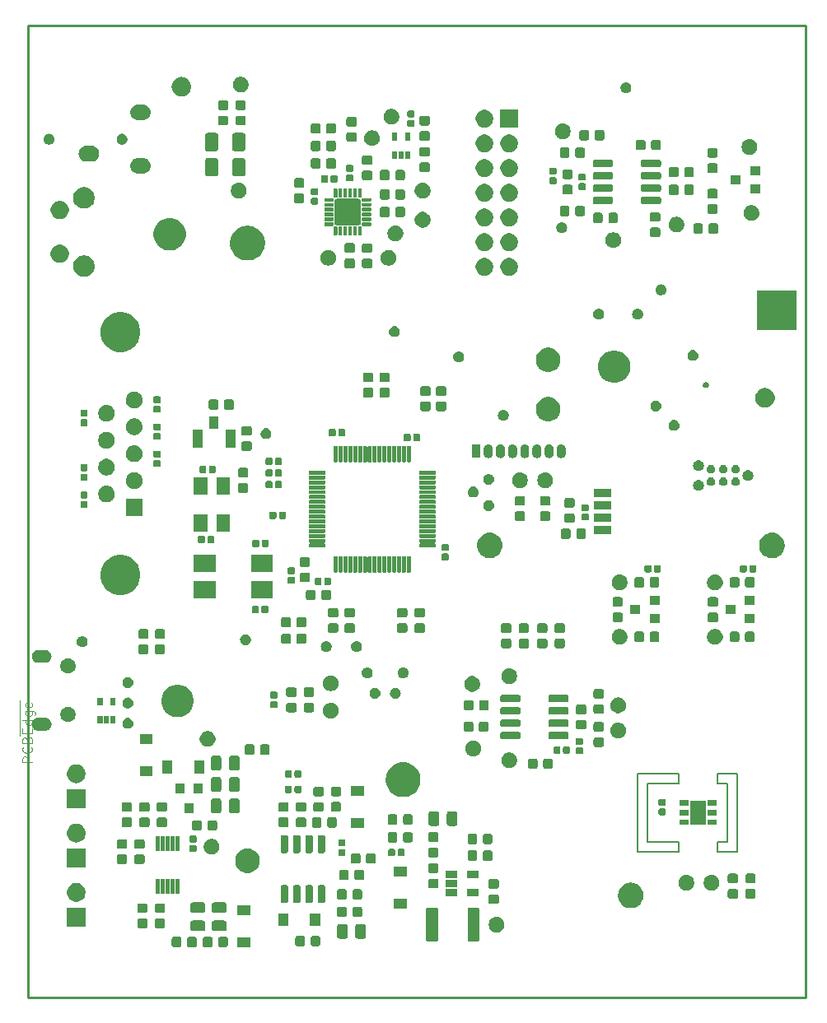
<source format=gbr>
G04 #@! TF.GenerationSoftware,KiCad,Pcbnew,5.1.5+dfsg1-2build2*
G04 #@! TF.CreationDate,2021-09-29T14:40:33+01:00*
G04 #@! TF.ProjectId,OSM_env01,4f534d5f-656e-4763-9031-2e6b69636164,B*
G04 #@! TF.SameCoordinates,Original*
G04 #@! TF.FileFunction,Soldermask,Bot*
G04 #@! TF.FilePolarity,Negative*
%FSLAX46Y46*%
G04 Gerber Fmt 4.6, Leading zero omitted, Abs format (unit mm)*
G04 Created by KiCad (PCBNEW 5.1.5+dfsg1-2build2) date 2021-09-29 14:40:33*
%MOMM*%
%LPD*%
G04 APERTURE LIST*
%ADD10C,0.150000*%
%ADD11C,0.254000*%
%ADD12C,0.050000*%
%ADD13C,0.100000*%
G04 APERTURE END LIST*
D10*
X155600000Y-113200000D02*
X155600000Y-105200000D01*
X153600000Y-105200000D02*
X155600000Y-105200000D01*
X153600000Y-113200000D02*
X153600000Y-112200000D01*
X153600000Y-113200000D02*
X155600000Y-113200000D01*
X145400000Y-113200000D02*
X145400000Y-105200000D01*
X153600000Y-106200000D02*
X153600000Y-105200000D01*
X149600000Y-106200000D02*
X149600000Y-105200000D01*
X149600000Y-113200000D02*
X145400000Y-113200000D01*
X149600000Y-112200000D02*
X149600000Y-113200000D01*
X147400000Y-112200000D02*
X149600000Y-112200000D01*
X147400000Y-106200000D02*
X149600000Y-106200000D01*
X146400000Y-106200000D02*
X147400000Y-106200000D01*
X146400000Y-112200000D02*
X146400000Y-106200000D01*
X147400000Y-112200000D02*
X146400000Y-112200000D01*
X149600000Y-105200000D02*
X145400000Y-105200000D01*
X153600000Y-112200000D02*
X154600000Y-112200000D01*
X153600000Y-106200000D02*
X154600000Y-106200000D01*
X154600000Y-112200000D02*
X154600000Y-106200000D01*
D11*
X162700000Y-128200000D02*
X162700000Y-28200000D01*
X82700000Y-128200000D02*
X82700000Y-28200000D01*
X82700000Y-28200000D02*
X162700000Y-28200000D01*
X82700000Y-128200000D02*
X162700000Y-128200000D01*
D12*
X83149820Y-104005299D02*
X82149820Y-104005299D01*
X82149820Y-103624346D01*
X82197440Y-103529108D01*
X82245059Y-103481489D01*
X82340297Y-103433870D01*
X82483154Y-103433870D01*
X82578392Y-103481489D01*
X82626011Y-103529108D01*
X82673630Y-103624346D01*
X82673630Y-104005299D01*
X83054582Y-102433870D02*
X83102201Y-102481489D01*
X83149820Y-102624346D01*
X83149820Y-102719584D01*
X83102201Y-102862441D01*
X83006963Y-102957680D01*
X82911725Y-103005299D01*
X82721249Y-103052918D01*
X82578392Y-103052918D01*
X82387916Y-103005299D01*
X82292678Y-102957680D01*
X82197440Y-102862441D01*
X82149820Y-102719584D01*
X82149820Y-102624346D01*
X82197440Y-102481489D01*
X82245059Y-102433870D01*
X82626011Y-101671965D02*
X82673630Y-101529108D01*
X82721249Y-101481489D01*
X82816487Y-101433870D01*
X82959344Y-101433870D01*
X83054582Y-101481489D01*
X83102201Y-101529108D01*
X83149820Y-101624346D01*
X83149820Y-102005299D01*
X82149820Y-102005299D01*
X82149820Y-101671965D01*
X82197440Y-101576727D01*
X82245059Y-101529108D01*
X82340297Y-101481489D01*
X82435535Y-101481489D01*
X82530773Y-101529108D01*
X82578392Y-101576727D01*
X82626011Y-101671965D01*
X82626011Y-102005299D01*
X81912440Y-101243394D02*
X81912440Y-100338632D01*
X82626011Y-101005299D02*
X82626011Y-100671965D01*
X83149820Y-100529108D02*
X83149820Y-101005299D01*
X82149820Y-101005299D01*
X82149820Y-100529108D01*
X81912440Y-100338632D02*
X81912440Y-99433870D01*
X83149820Y-99671965D02*
X82149820Y-99671965D01*
X83102201Y-99671965D02*
X83149820Y-99767203D01*
X83149820Y-99957680D01*
X83102201Y-100052918D01*
X83054582Y-100100537D01*
X82959344Y-100148156D01*
X82673630Y-100148156D01*
X82578392Y-100100537D01*
X82530773Y-100052918D01*
X82483154Y-99957680D01*
X82483154Y-99767203D01*
X82530773Y-99671965D01*
X81912440Y-99433870D02*
X81912440Y-98529108D01*
X82483154Y-98767203D02*
X83292678Y-98767203D01*
X83387916Y-98814822D01*
X83435535Y-98862441D01*
X83483154Y-98957680D01*
X83483154Y-99100537D01*
X83435535Y-99195775D01*
X83102201Y-98767203D02*
X83149820Y-98862441D01*
X83149820Y-99052918D01*
X83102201Y-99148156D01*
X83054582Y-99195775D01*
X82959344Y-99243394D01*
X82673630Y-99243394D01*
X82578392Y-99195775D01*
X82530773Y-99148156D01*
X82483154Y-99052918D01*
X82483154Y-98862441D01*
X82530773Y-98767203D01*
X81912440Y-98529108D02*
X81912440Y-97671965D01*
X83102201Y-97910060D02*
X83149820Y-98005299D01*
X83149820Y-98195775D01*
X83102201Y-98291013D01*
X83006963Y-98338632D01*
X82626011Y-98338632D01*
X82530773Y-98291013D01*
X82483154Y-98195775D01*
X82483154Y-98005299D01*
X82530773Y-97910060D01*
X82626011Y-97862441D01*
X82721249Y-97862441D01*
X82816487Y-98338632D01*
X83149820Y-104005299D02*
X82149820Y-104005299D01*
X82149820Y-103624346D01*
X82197440Y-103529108D01*
X82245059Y-103481489D01*
X82340297Y-103433870D01*
X82483154Y-103433870D01*
X82578392Y-103481489D01*
X82626011Y-103529108D01*
X82673630Y-103624346D01*
X82673630Y-104005299D01*
X83054582Y-102433870D02*
X83102201Y-102481489D01*
X83149820Y-102624346D01*
X83149820Y-102719584D01*
X83102201Y-102862441D01*
X83006963Y-102957680D01*
X82911725Y-103005299D01*
X82721249Y-103052918D01*
X82578392Y-103052918D01*
X82387916Y-103005299D01*
X82292678Y-102957680D01*
X82197440Y-102862441D01*
X82149820Y-102719584D01*
X82149820Y-102624346D01*
X82197440Y-102481489D01*
X82245059Y-102433870D01*
X82626011Y-101671965D02*
X82673630Y-101529108D01*
X82721249Y-101481489D01*
X82816487Y-101433870D01*
X82959344Y-101433870D01*
X83054582Y-101481489D01*
X83102201Y-101529108D01*
X83149820Y-101624346D01*
X83149820Y-102005299D01*
X82149820Y-102005299D01*
X82149820Y-101671965D01*
X82197440Y-101576727D01*
X82245059Y-101529108D01*
X82340297Y-101481489D01*
X82435535Y-101481489D01*
X82530773Y-101529108D01*
X82578392Y-101576727D01*
X82626011Y-101671965D01*
X82626011Y-102005299D01*
X81912440Y-101243394D02*
X81912440Y-100338632D01*
X82626011Y-101005299D02*
X82626011Y-100671965D01*
X83149820Y-100529108D02*
X83149820Y-101005299D01*
X82149820Y-101005299D01*
X82149820Y-100529108D01*
X81912440Y-100338632D02*
X81912440Y-99433870D01*
X83149820Y-99671965D02*
X82149820Y-99671965D01*
X83102201Y-99671965D02*
X83149820Y-99767203D01*
X83149820Y-99957680D01*
X83102201Y-100052918D01*
X83054582Y-100100537D01*
X82959344Y-100148156D01*
X82673630Y-100148156D01*
X82578392Y-100100537D01*
X82530773Y-100052918D01*
X82483154Y-99957680D01*
X82483154Y-99767203D01*
X82530773Y-99671965D01*
X81912440Y-99433870D02*
X81912440Y-98529108D01*
X82483154Y-98767203D02*
X83292678Y-98767203D01*
X83387916Y-98814822D01*
X83435535Y-98862441D01*
X83483154Y-98957680D01*
X83483154Y-99100537D01*
X83435535Y-99195775D01*
X83102201Y-98767203D02*
X83149820Y-98862441D01*
X83149820Y-99052918D01*
X83102201Y-99148156D01*
X83054582Y-99195775D01*
X82959344Y-99243394D01*
X82673630Y-99243394D01*
X82578392Y-99195775D01*
X82530773Y-99148156D01*
X82483154Y-99052918D01*
X82483154Y-98862441D01*
X82530773Y-98767203D01*
X81912440Y-98529108D02*
X81912440Y-97671965D01*
X83102201Y-97910060D02*
X83149820Y-98005299D01*
X83149820Y-98195775D01*
X83102201Y-98291013D01*
X83006963Y-98338632D01*
X82626011Y-98338632D01*
X82530773Y-98291013D01*
X82483154Y-98195775D01*
X82483154Y-98005299D01*
X82530773Y-97910060D01*
X82626011Y-97862441D01*
X82721249Y-97862441D01*
X82816487Y-98338632D01*
X83149820Y-104005299D02*
X82149820Y-104005299D01*
X82149820Y-103624346D01*
X82197440Y-103529108D01*
X82245059Y-103481489D01*
X82340297Y-103433870D01*
X82483154Y-103433870D01*
X82578392Y-103481489D01*
X82626011Y-103529108D01*
X82673630Y-103624346D01*
X82673630Y-104005299D01*
X83054582Y-102433870D02*
X83102201Y-102481489D01*
X83149820Y-102624346D01*
X83149820Y-102719584D01*
X83102201Y-102862441D01*
X83006963Y-102957680D01*
X82911725Y-103005299D01*
X82721249Y-103052918D01*
X82578392Y-103052918D01*
X82387916Y-103005299D01*
X82292678Y-102957680D01*
X82197440Y-102862441D01*
X82149820Y-102719584D01*
X82149820Y-102624346D01*
X82197440Y-102481489D01*
X82245059Y-102433870D01*
X82626011Y-101671965D02*
X82673630Y-101529108D01*
X82721249Y-101481489D01*
X82816487Y-101433870D01*
X82959344Y-101433870D01*
X83054582Y-101481489D01*
X83102201Y-101529108D01*
X83149820Y-101624346D01*
X83149820Y-102005299D01*
X82149820Y-102005299D01*
X82149820Y-101671965D01*
X82197440Y-101576727D01*
X82245059Y-101529108D01*
X82340297Y-101481489D01*
X82435535Y-101481489D01*
X82530773Y-101529108D01*
X82578392Y-101576727D01*
X82626011Y-101671965D01*
X82626011Y-102005299D01*
X81912440Y-101243394D02*
X81912440Y-100338632D01*
X82626011Y-101005299D02*
X82626011Y-100671965D01*
X83149820Y-100529108D02*
X83149820Y-101005299D01*
X82149820Y-101005299D01*
X82149820Y-100529108D01*
X81912440Y-100338632D02*
X81912440Y-99433870D01*
X83149820Y-99671965D02*
X82149820Y-99671965D01*
X83102201Y-99671965D02*
X83149820Y-99767203D01*
X83149820Y-99957680D01*
X83102201Y-100052918D01*
X83054582Y-100100537D01*
X82959344Y-100148156D01*
X82673630Y-100148156D01*
X82578392Y-100100537D01*
X82530773Y-100052918D01*
X82483154Y-99957680D01*
X82483154Y-99767203D01*
X82530773Y-99671965D01*
X81912440Y-99433870D02*
X81912440Y-98529108D01*
X82483154Y-98767203D02*
X83292678Y-98767203D01*
X83387916Y-98814822D01*
X83435535Y-98862441D01*
X83483154Y-98957680D01*
X83483154Y-99100537D01*
X83435535Y-99195775D01*
X83102201Y-98767203D02*
X83149820Y-98862441D01*
X83149820Y-99052918D01*
X83102201Y-99148156D01*
X83054582Y-99195775D01*
X82959344Y-99243394D01*
X82673630Y-99243394D01*
X82578392Y-99195775D01*
X82530773Y-99148156D01*
X82483154Y-99052918D01*
X82483154Y-98862441D01*
X82530773Y-98767203D01*
X81912440Y-98529108D02*
X81912440Y-97671965D01*
X83102201Y-97910060D02*
X83149820Y-98005299D01*
X83149820Y-98195775D01*
X83102201Y-98291013D01*
X83006963Y-98338632D01*
X82626011Y-98338632D01*
X82530773Y-98291013D01*
X82483154Y-98195775D01*
X82483154Y-98005299D01*
X82530773Y-97910060D01*
X82626011Y-97862441D01*
X82721249Y-97862441D01*
X82816487Y-98338632D01*
X83149820Y-104005299D02*
X82149820Y-104005299D01*
X82149820Y-103624346D01*
X82197440Y-103529108D01*
X82245059Y-103481489D01*
X82340297Y-103433870D01*
X82483154Y-103433870D01*
X82578392Y-103481489D01*
X82626011Y-103529108D01*
X82673630Y-103624346D01*
X82673630Y-104005299D01*
X83054582Y-102433870D02*
X83102201Y-102481489D01*
X83149820Y-102624346D01*
X83149820Y-102719584D01*
X83102201Y-102862441D01*
X83006963Y-102957680D01*
X82911725Y-103005299D01*
X82721249Y-103052918D01*
X82578392Y-103052918D01*
X82387916Y-103005299D01*
X82292678Y-102957680D01*
X82197440Y-102862441D01*
X82149820Y-102719584D01*
X82149820Y-102624346D01*
X82197440Y-102481489D01*
X82245059Y-102433870D01*
X82626011Y-101671965D02*
X82673630Y-101529108D01*
X82721249Y-101481489D01*
X82816487Y-101433870D01*
X82959344Y-101433870D01*
X83054582Y-101481489D01*
X83102201Y-101529108D01*
X83149820Y-101624346D01*
X83149820Y-102005299D01*
X82149820Y-102005299D01*
X82149820Y-101671965D01*
X82197440Y-101576727D01*
X82245059Y-101529108D01*
X82340297Y-101481489D01*
X82435535Y-101481489D01*
X82530773Y-101529108D01*
X82578392Y-101576727D01*
X82626011Y-101671965D01*
X82626011Y-102005299D01*
X81912440Y-101243394D02*
X81912440Y-100338632D01*
X82626011Y-101005299D02*
X82626011Y-100671965D01*
X83149820Y-100529108D02*
X83149820Y-101005299D01*
X82149820Y-101005299D01*
X82149820Y-100529108D01*
X81912440Y-100338632D02*
X81912440Y-99433870D01*
X83149820Y-99671965D02*
X82149820Y-99671965D01*
X83102201Y-99671965D02*
X83149820Y-99767203D01*
X83149820Y-99957680D01*
X83102201Y-100052918D01*
X83054582Y-100100537D01*
X82959344Y-100148156D01*
X82673630Y-100148156D01*
X82578392Y-100100537D01*
X82530773Y-100052918D01*
X82483154Y-99957680D01*
X82483154Y-99767203D01*
X82530773Y-99671965D01*
X81912440Y-99433870D02*
X81912440Y-98529108D01*
X82483154Y-98767203D02*
X83292678Y-98767203D01*
X83387916Y-98814822D01*
X83435535Y-98862441D01*
X83483154Y-98957680D01*
X83483154Y-99100537D01*
X83435535Y-99195775D01*
X83102201Y-98767203D02*
X83149820Y-98862441D01*
X83149820Y-99052918D01*
X83102201Y-99148156D01*
X83054582Y-99195775D01*
X82959344Y-99243394D01*
X82673630Y-99243394D01*
X82578392Y-99195775D01*
X82530773Y-99148156D01*
X82483154Y-99052918D01*
X82483154Y-98862441D01*
X82530773Y-98767203D01*
X81912440Y-98529108D02*
X81912440Y-97671965D01*
X83102201Y-97910060D02*
X83149820Y-98005299D01*
X83149820Y-98195775D01*
X83102201Y-98291013D01*
X83006963Y-98338632D01*
X82626011Y-98338632D01*
X82530773Y-98291013D01*
X82483154Y-98195775D01*
X82483154Y-98005299D01*
X82530773Y-97910060D01*
X82626011Y-97862441D01*
X82721249Y-97862441D01*
X82816487Y-98338632D01*
X83149820Y-104005299D02*
X82149820Y-104005299D01*
X82149820Y-103624346D01*
X82197440Y-103529108D01*
X82245059Y-103481489D01*
X82340297Y-103433870D01*
X82483154Y-103433870D01*
X82578392Y-103481489D01*
X82626011Y-103529108D01*
X82673630Y-103624346D01*
X82673630Y-104005299D01*
X83054582Y-102433870D02*
X83102201Y-102481489D01*
X83149820Y-102624346D01*
X83149820Y-102719584D01*
X83102201Y-102862441D01*
X83006963Y-102957680D01*
X82911725Y-103005299D01*
X82721249Y-103052918D01*
X82578392Y-103052918D01*
X82387916Y-103005299D01*
X82292678Y-102957680D01*
X82197440Y-102862441D01*
X82149820Y-102719584D01*
X82149820Y-102624346D01*
X82197440Y-102481489D01*
X82245059Y-102433870D01*
X82626011Y-101671965D02*
X82673630Y-101529108D01*
X82721249Y-101481489D01*
X82816487Y-101433870D01*
X82959344Y-101433870D01*
X83054582Y-101481489D01*
X83102201Y-101529108D01*
X83149820Y-101624346D01*
X83149820Y-102005299D01*
X82149820Y-102005299D01*
X82149820Y-101671965D01*
X82197440Y-101576727D01*
X82245059Y-101529108D01*
X82340297Y-101481489D01*
X82435535Y-101481489D01*
X82530773Y-101529108D01*
X82578392Y-101576727D01*
X82626011Y-101671965D01*
X82626011Y-102005299D01*
X81912440Y-101243394D02*
X81912440Y-100338632D01*
X82626011Y-101005299D02*
X82626011Y-100671965D01*
X83149820Y-100529108D02*
X83149820Y-101005299D01*
X82149820Y-101005299D01*
X82149820Y-100529108D01*
X81912440Y-100338632D02*
X81912440Y-99433870D01*
X83149820Y-99671965D02*
X82149820Y-99671965D01*
X83102201Y-99671965D02*
X83149820Y-99767203D01*
X83149820Y-99957680D01*
X83102201Y-100052918D01*
X83054582Y-100100537D01*
X82959344Y-100148156D01*
X82673630Y-100148156D01*
X82578392Y-100100537D01*
X82530773Y-100052918D01*
X82483154Y-99957680D01*
X82483154Y-99767203D01*
X82530773Y-99671965D01*
X81912440Y-99433870D02*
X81912440Y-98529108D01*
X82483154Y-98767203D02*
X83292678Y-98767203D01*
X83387916Y-98814822D01*
X83435535Y-98862441D01*
X83483154Y-98957680D01*
X83483154Y-99100537D01*
X83435535Y-99195775D01*
X83102201Y-98767203D02*
X83149820Y-98862441D01*
X83149820Y-99052918D01*
X83102201Y-99148156D01*
X83054582Y-99195775D01*
X82959344Y-99243394D01*
X82673630Y-99243394D01*
X82578392Y-99195775D01*
X82530773Y-99148156D01*
X82483154Y-99052918D01*
X82483154Y-98862441D01*
X82530773Y-98767203D01*
X81912440Y-98529108D02*
X81912440Y-97671965D01*
X83102201Y-97910060D02*
X83149820Y-98005299D01*
X83149820Y-98195775D01*
X83102201Y-98291013D01*
X83006963Y-98338632D01*
X82626011Y-98338632D01*
X82530773Y-98291013D01*
X82483154Y-98195775D01*
X82483154Y-98005299D01*
X82530773Y-97910060D01*
X82626011Y-97862441D01*
X82721249Y-97862441D01*
X82816487Y-98338632D01*
X83149820Y-104005299D02*
X82149820Y-104005299D01*
X82149820Y-103624346D01*
X82197440Y-103529108D01*
X82245059Y-103481489D01*
X82340297Y-103433870D01*
X82483154Y-103433870D01*
X82578392Y-103481489D01*
X82626011Y-103529108D01*
X82673630Y-103624346D01*
X82673630Y-104005299D01*
X83054582Y-102433870D02*
X83102201Y-102481489D01*
X83149820Y-102624346D01*
X83149820Y-102719584D01*
X83102201Y-102862441D01*
X83006963Y-102957680D01*
X82911725Y-103005299D01*
X82721249Y-103052918D01*
X82578392Y-103052918D01*
X82387916Y-103005299D01*
X82292678Y-102957680D01*
X82197440Y-102862441D01*
X82149820Y-102719584D01*
X82149820Y-102624346D01*
X82197440Y-102481489D01*
X82245059Y-102433870D01*
X82626011Y-101671965D02*
X82673630Y-101529108D01*
X82721249Y-101481489D01*
X82816487Y-101433870D01*
X82959344Y-101433870D01*
X83054582Y-101481489D01*
X83102201Y-101529108D01*
X83149820Y-101624346D01*
X83149820Y-102005299D01*
X82149820Y-102005299D01*
X82149820Y-101671965D01*
X82197440Y-101576727D01*
X82245059Y-101529108D01*
X82340297Y-101481489D01*
X82435535Y-101481489D01*
X82530773Y-101529108D01*
X82578392Y-101576727D01*
X82626011Y-101671965D01*
X82626011Y-102005299D01*
X81912440Y-101243394D02*
X81912440Y-100338632D01*
X82626011Y-101005299D02*
X82626011Y-100671965D01*
X83149820Y-100529108D02*
X83149820Y-101005299D01*
X82149820Y-101005299D01*
X82149820Y-100529108D01*
X81912440Y-100338632D02*
X81912440Y-99433870D01*
X83149820Y-99671965D02*
X82149820Y-99671965D01*
X83102201Y-99671965D02*
X83149820Y-99767203D01*
X83149820Y-99957680D01*
X83102201Y-100052918D01*
X83054582Y-100100537D01*
X82959344Y-100148156D01*
X82673630Y-100148156D01*
X82578392Y-100100537D01*
X82530773Y-100052918D01*
X82483154Y-99957680D01*
X82483154Y-99767203D01*
X82530773Y-99671965D01*
X81912440Y-99433870D02*
X81912440Y-98529108D01*
X82483154Y-98767203D02*
X83292678Y-98767203D01*
X83387916Y-98814822D01*
X83435535Y-98862441D01*
X83483154Y-98957680D01*
X83483154Y-99100537D01*
X83435535Y-99195775D01*
X83102201Y-98767203D02*
X83149820Y-98862441D01*
X83149820Y-99052918D01*
X83102201Y-99148156D01*
X83054582Y-99195775D01*
X82959344Y-99243394D01*
X82673630Y-99243394D01*
X82578392Y-99195775D01*
X82530773Y-99148156D01*
X82483154Y-99052918D01*
X82483154Y-98862441D01*
X82530773Y-98767203D01*
X81912440Y-98529108D02*
X81912440Y-97671965D01*
X83102201Y-97910060D02*
X83149820Y-98005299D01*
X83149820Y-98195775D01*
X83102201Y-98291013D01*
X83006963Y-98338632D01*
X82626011Y-98338632D01*
X82530773Y-98291013D01*
X82483154Y-98195775D01*
X82483154Y-98005299D01*
X82530773Y-97910060D01*
X82626011Y-97862441D01*
X82721249Y-97862441D01*
X82816487Y-98338632D01*
X83149820Y-104005299D02*
X82149820Y-104005299D01*
X82149820Y-103624346D01*
X82197440Y-103529108D01*
X82245059Y-103481489D01*
X82340297Y-103433870D01*
X82483154Y-103433870D01*
X82578392Y-103481489D01*
X82626011Y-103529108D01*
X82673630Y-103624346D01*
X82673630Y-104005299D01*
X83054582Y-102433870D02*
X83102201Y-102481489D01*
X83149820Y-102624346D01*
X83149820Y-102719584D01*
X83102201Y-102862441D01*
X83006963Y-102957680D01*
X82911725Y-103005299D01*
X82721249Y-103052918D01*
X82578392Y-103052918D01*
X82387916Y-103005299D01*
X82292678Y-102957680D01*
X82197440Y-102862441D01*
X82149820Y-102719584D01*
X82149820Y-102624346D01*
X82197440Y-102481489D01*
X82245059Y-102433870D01*
X82626011Y-101671965D02*
X82673630Y-101529108D01*
X82721249Y-101481489D01*
X82816487Y-101433870D01*
X82959344Y-101433870D01*
X83054582Y-101481489D01*
X83102201Y-101529108D01*
X83149820Y-101624346D01*
X83149820Y-102005299D01*
X82149820Y-102005299D01*
X82149820Y-101671965D01*
X82197440Y-101576727D01*
X82245059Y-101529108D01*
X82340297Y-101481489D01*
X82435535Y-101481489D01*
X82530773Y-101529108D01*
X82578392Y-101576727D01*
X82626011Y-101671965D01*
X82626011Y-102005299D01*
X81912440Y-101243394D02*
X81912440Y-100338632D01*
X82626011Y-101005299D02*
X82626011Y-100671965D01*
X83149820Y-100529108D02*
X83149820Y-101005299D01*
X82149820Y-101005299D01*
X82149820Y-100529108D01*
X81912440Y-100338632D02*
X81912440Y-99433870D01*
X83149820Y-99671965D02*
X82149820Y-99671965D01*
X83102201Y-99671965D02*
X83149820Y-99767203D01*
X83149820Y-99957680D01*
X83102201Y-100052918D01*
X83054582Y-100100537D01*
X82959344Y-100148156D01*
X82673630Y-100148156D01*
X82578392Y-100100537D01*
X82530773Y-100052918D01*
X82483154Y-99957680D01*
X82483154Y-99767203D01*
X82530773Y-99671965D01*
X81912440Y-99433870D02*
X81912440Y-98529108D01*
X82483154Y-98767203D02*
X83292678Y-98767203D01*
X83387916Y-98814822D01*
X83435535Y-98862441D01*
X83483154Y-98957680D01*
X83483154Y-99100537D01*
X83435535Y-99195775D01*
X83102201Y-98767203D02*
X83149820Y-98862441D01*
X83149820Y-99052918D01*
X83102201Y-99148156D01*
X83054582Y-99195775D01*
X82959344Y-99243394D01*
X82673630Y-99243394D01*
X82578392Y-99195775D01*
X82530773Y-99148156D01*
X82483154Y-99052918D01*
X82483154Y-98862441D01*
X82530773Y-98767203D01*
X81912440Y-98529108D02*
X81912440Y-97671965D01*
X83102201Y-97910060D02*
X83149820Y-98005299D01*
X83149820Y-98195775D01*
X83102201Y-98291013D01*
X83006963Y-98338632D01*
X82626011Y-98338632D01*
X82530773Y-98291013D01*
X82483154Y-98195775D01*
X82483154Y-98005299D01*
X82530773Y-97910060D01*
X82626011Y-97862441D01*
X82721249Y-97862441D01*
X82816487Y-98338632D01*
X83149820Y-104005299D02*
X82149820Y-104005299D01*
X82149820Y-103624346D01*
X82197440Y-103529108D01*
X82245059Y-103481489D01*
X82340297Y-103433870D01*
X82483154Y-103433870D01*
X82578392Y-103481489D01*
X82626011Y-103529108D01*
X82673630Y-103624346D01*
X82673630Y-104005299D01*
X83054582Y-102433870D02*
X83102201Y-102481489D01*
X83149820Y-102624346D01*
X83149820Y-102719584D01*
X83102201Y-102862441D01*
X83006963Y-102957680D01*
X82911725Y-103005299D01*
X82721249Y-103052918D01*
X82578392Y-103052918D01*
X82387916Y-103005299D01*
X82292678Y-102957680D01*
X82197440Y-102862441D01*
X82149820Y-102719584D01*
X82149820Y-102624346D01*
X82197440Y-102481489D01*
X82245059Y-102433870D01*
X82626011Y-101671965D02*
X82673630Y-101529108D01*
X82721249Y-101481489D01*
X82816487Y-101433870D01*
X82959344Y-101433870D01*
X83054582Y-101481489D01*
X83102201Y-101529108D01*
X83149820Y-101624346D01*
X83149820Y-102005299D01*
X82149820Y-102005299D01*
X82149820Y-101671965D01*
X82197440Y-101576727D01*
X82245059Y-101529108D01*
X82340297Y-101481489D01*
X82435535Y-101481489D01*
X82530773Y-101529108D01*
X82578392Y-101576727D01*
X82626011Y-101671965D01*
X82626011Y-102005299D01*
X81912440Y-101243394D02*
X81912440Y-100338632D01*
X82626011Y-101005299D02*
X82626011Y-100671965D01*
X83149820Y-100529108D02*
X83149820Y-101005299D01*
X82149820Y-101005299D01*
X82149820Y-100529108D01*
X81912440Y-100338632D02*
X81912440Y-99433870D01*
X83149820Y-99671965D02*
X82149820Y-99671965D01*
X83102201Y-99671965D02*
X83149820Y-99767203D01*
X83149820Y-99957680D01*
X83102201Y-100052918D01*
X83054582Y-100100537D01*
X82959344Y-100148156D01*
X82673630Y-100148156D01*
X82578392Y-100100537D01*
X82530773Y-100052918D01*
X82483154Y-99957680D01*
X82483154Y-99767203D01*
X82530773Y-99671965D01*
X81912440Y-99433870D02*
X81912440Y-98529108D01*
X82483154Y-98767203D02*
X83292678Y-98767203D01*
X83387916Y-98814822D01*
X83435535Y-98862441D01*
X83483154Y-98957680D01*
X83483154Y-99100537D01*
X83435535Y-99195775D01*
X83102201Y-98767203D02*
X83149820Y-98862441D01*
X83149820Y-99052918D01*
X83102201Y-99148156D01*
X83054582Y-99195775D01*
X82959344Y-99243394D01*
X82673630Y-99243394D01*
X82578392Y-99195775D01*
X82530773Y-99148156D01*
X82483154Y-99052918D01*
X82483154Y-98862441D01*
X82530773Y-98767203D01*
X81912440Y-98529108D02*
X81912440Y-97671965D01*
X83102201Y-97910060D02*
X83149820Y-98005299D01*
X83149820Y-98195775D01*
X83102201Y-98291013D01*
X83006963Y-98338632D01*
X82626011Y-98338632D01*
X82530773Y-98291013D01*
X82483154Y-98195775D01*
X82483154Y-98005299D01*
X82530773Y-97910060D01*
X82626011Y-97862441D01*
X82721249Y-97862441D01*
X82816487Y-98338632D01*
X83149820Y-104005299D02*
X82149820Y-104005299D01*
X82149820Y-103624346D01*
X82197440Y-103529108D01*
X82245059Y-103481489D01*
X82340297Y-103433870D01*
X82483154Y-103433870D01*
X82578392Y-103481489D01*
X82626011Y-103529108D01*
X82673630Y-103624346D01*
X82673630Y-104005299D01*
X83054582Y-102433870D02*
X83102201Y-102481489D01*
X83149820Y-102624346D01*
X83149820Y-102719584D01*
X83102201Y-102862441D01*
X83006963Y-102957680D01*
X82911725Y-103005299D01*
X82721249Y-103052918D01*
X82578392Y-103052918D01*
X82387916Y-103005299D01*
X82292678Y-102957680D01*
X82197440Y-102862441D01*
X82149820Y-102719584D01*
X82149820Y-102624346D01*
X82197440Y-102481489D01*
X82245059Y-102433870D01*
X82626011Y-101671965D02*
X82673630Y-101529108D01*
X82721249Y-101481489D01*
X82816487Y-101433870D01*
X82959344Y-101433870D01*
X83054582Y-101481489D01*
X83102201Y-101529108D01*
X83149820Y-101624346D01*
X83149820Y-102005299D01*
X82149820Y-102005299D01*
X82149820Y-101671965D01*
X82197440Y-101576727D01*
X82245059Y-101529108D01*
X82340297Y-101481489D01*
X82435535Y-101481489D01*
X82530773Y-101529108D01*
X82578392Y-101576727D01*
X82626011Y-101671965D01*
X82626011Y-102005299D01*
X81912440Y-101243394D02*
X81912440Y-100338632D01*
X82626011Y-101005299D02*
X82626011Y-100671965D01*
X83149820Y-100529108D02*
X83149820Y-101005299D01*
X82149820Y-101005299D01*
X82149820Y-100529108D01*
X81912440Y-100338632D02*
X81912440Y-99433870D01*
X83149820Y-99671965D02*
X82149820Y-99671965D01*
X83102201Y-99671965D02*
X83149820Y-99767203D01*
X83149820Y-99957680D01*
X83102201Y-100052918D01*
X83054582Y-100100537D01*
X82959344Y-100148156D01*
X82673630Y-100148156D01*
X82578392Y-100100537D01*
X82530773Y-100052918D01*
X82483154Y-99957680D01*
X82483154Y-99767203D01*
X82530773Y-99671965D01*
X81912440Y-99433870D02*
X81912440Y-98529108D01*
X82483154Y-98767203D02*
X83292678Y-98767203D01*
X83387916Y-98814822D01*
X83435535Y-98862441D01*
X83483154Y-98957680D01*
X83483154Y-99100537D01*
X83435535Y-99195775D01*
X83102201Y-98767203D02*
X83149820Y-98862441D01*
X83149820Y-99052918D01*
X83102201Y-99148156D01*
X83054582Y-99195775D01*
X82959344Y-99243394D01*
X82673630Y-99243394D01*
X82578392Y-99195775D01*
X82530773Y-99148156D01*
X82483154Y-99052918D01*
X82483154Y-98862441D01*
X82530773Y-98767203D01*
X81912440Y-98529108D02*
X81912440Y-97671965D01*
X83102201Y-97910060D02*
X83149820Y-98005299D01*
X83149820Y-98195775D01*
X83102201Y-98291013D01*
X83006963Y-98338632D01*
X82626011Y-98338632D01*
X82530773Y-98291013D01*
X82483154Y-98195775D01*
X82483154Y-98005299D01*
X82530773Y-97910060D01*
X82626011Y-97862441D01*
X82721249Y-97862441D01*
X82816487Y-98338632D01*
X83149820Y-104005299D02*
X82149820Y-104005299D01*
X82149820Y-103624346D01*
X82197440Y-103529108D01*
X82245059Y-103481489D01*
X82340297Y-103433870D01*
X82483154Y-103433870D01*
X82578392Y-103481489D01*
X82626011Y-103529108D01*
X82673630Y-103624346D01*
X82673630Y-104005299D01*
X83054582Y-102433870D02*
X83102201Y-102481489D01*
X83149820Y-102624346D01*
X83149820Y-102719584D01*
X83102201Y-102862441D01*
X83006963Y-102957680D01*
X82911725Y-103005299D01*
X82721249Y-103052918D01*
X82578392Y-103052918D01*
X82387916Y-103005299D01*
X82292678Y-102957680D01*
X82197440Y-102862441D01*
X82149820Y-102719584D01*
X82149820Y-102624346D01*
X82197440Y-102481489D01*
X82245059Y-102433870D01*
X82626011Y-101671965D02*
X82673630Y-101529108D01*
X82721249Y-101481489D01*
X82816487Y-101433870D01*
X82959344Y-101433870D01*
X83054582Y-101481489D01*
X83102201Y-101529108D01*
X83149820Y-101624346D01*
X83149820Y-102005299D01*
X82149820Y-102005299D01*
X82149820Y-101671965D01*
X82197440Y-101576727D01*
X82245059Y-101529108D01*
X82340297Y-101481489D01*
X82435535Y-101481489D01*
X82530773Y-101529108D01*
X82578392Y-101576727D01*
X82626011Y-101671965D01*
X82626011Y-102005299D01*
X81912440Y-101243394D02*
X81912440Y-100338632D01*
X82626011Y-101005299D02*
X82626011Y-100671965D01*
X83149820Y-100529108D02*
X83149820Y-101005299D01*
X82149820Y-101005299D01*
X82149820Y-100529108D01*
X81912440Y-100338632D02*
X81912440Y-99433870D01*
X83149820Y-99671965D02*
X82149820Y-99671965D01*
X83102201Y-99671965D02*
X83149820Y-99767203D01*
X83149820Y-99957680D01*
X83102201Y-100052918D01*
X83054582Y-100100537D01*
X82959344Y-100148156D01*
X82673630Y-100148156D01*
X82578392Y-100100537D01*
X82530773Y-100052918D01*
X82483154Y-99957680D01*
X82483154Y-99767203D01*
X82530773Y-99671965D01*
X81912440Y-99433870D02*
X81912440Y-98529108D01*
X82483154Y-98767203D02*
X83292678Y-98767203D01*
X83387916Y-98814822D01*
X83435535Y-98862441D01*
X83483154Y-98957680D01*
X83483154Y-99100537D01*
X83435535Y-99195775D01*
X83102201Y-98767203D02*
X83149820Y-98862441D01*
X83149820Y-99052918D01*
X83102201Y-99148156D01*
X83054582Y-99195775D01*
X82959344Y-99243394D01*
X82673630Y-99243394D01*
X82578392Y-99195775D01*
X82530773Y-99148156D01*
X82483154Y-99052918D01*
X82483154Y-98862441D01*
X82530773Y-98767203D01*
X81912440Y-98529108D02*
X81912440Y-97671965D01*
X83102201Y-97910060D02*
X83149820Y-98005299D01*
X83149820Y-98195775D01*
X83102201Y-98291013D01*
X83006963Y-98338632D01*
X82626011Y-98338632D01*
X82530773Y-98291013D01*
X82483154Y-98195775D01*
X82483154Y-98005299D01*
X82530773Y-97910060D01*
X82626011Y-97862441D01*
X82721249Y-97862441D01*
X82816487Y-98338632D01*
X83149820Y-104005299D02*
X82149820Y-104005299D01*
X82149820Y-103624346D01*
X82197440Y-103529108D01*
X82245059Y-103481489D01*
X82340297Y-103433870D01*
X82483154Y-103433870D01*
X82578392Y-103481489D01*
X82626011Y-103529108D01*
X82673630Y-103624346D01*
X82673630Y-104005299D01*
X83054582Y-102433870D02*
X83102201Y-102481489D01*
X83149820Y-102624346D01*
X83149820Y-102719584D01*
X83102201Y-102862441D01*
X83006963Y-102957680D01*
X82911725Y-103005299D01*
X82721249Y-103052918D01*
X82578392Y-103052918D01*
X82387916Y-103005299D01*
X82292678Y-102957680D01*
X82197440Y-102862441D01*
X82149820Y-102719584D01*
X82149820Y-102624346D01*
X82197440Y-102481489D01*
X82245059Y-102433870D01*
X82626011Y-101671965D02*
X82673630Y-101529108D01*
X82721249Y-101481489D01*
X82816487Y-101433870D01*
X82959344Y-101433870D01*
X83054582Y-101481489D01*
X83102201Y-101529108D01*
X83149820Y-101624346D01*
X83149820Y-102005299D01*
X82149820Y-102005299D01*
X82149820Y-101671965D01*
X82197440Y-101576727D01*
X82245059Y-101529108D01*
X82340297Y-101481489D01*
X82435535Y-101481489D01*
X82530773Y-101529108D01*
X82578392Y-101576727D01*
X82626011Y-101671965D01*
X82626011Y-102005299D01*
X81912440Y-101243394D02*
X81912440Y-100338632D01*
X82626011Y-101005299D02*
X82626011Y-100671965D01*
X83149820Y-100529108D02*
X83149820Y-101005299D01*
X82149820Y-101005299D01*
X82149820Y-100529108D01*
X81912440Y-100338632D02*
X81912440Y-99433870D01*
X83149820Y-99671965D02*
X82149820Y-99671965D01*
X83102201Y-99671965D02*
X83149820Y-99767203D01*
X83149820Y-99957680D01*
X83102201Y-100052918D01*
X83054582Y-100100537D01*
X82959344Y-100148156D01*
X82673630Y-100148156D01*
X82578392Y-100100537D01*
X82530773Y-100052918D01*
X82483154Y-99957680D01*
X82483154Y-99767203D01*
X82530773Y-99671965D01*
X81912440Y-99433870D02*
X81912440Y-98529108D01*
X82483154Y-98767203D02*
X83292678Y-98767203D01*
X83387916Y-98814822D01*
X83435535Y-98862441D01*
X83483154Y-98957680D01*
X83483154Y-99100537D01*
X83435535Y-99195775D01*
X83102201Y-98767203D02*
X83149820Y-98862441D01*
X83149820Y-99052918D01*
X83102201Y-99148156D01*
X83054582Y-99195775D01*
X82959344Y-99243394D01*
X82673630Y-99243394D01*
X82578392Y-99195775D01*
X82530773Y-99148156D01*
X82483154Y-99052918D01*
X82483154Y-98862441D01*
X82530773Y-98767203D01*
X81912440Y-98529108D02*
X81912440Y-97671965D01*
X83102201Y-97910060D02*
X83149820Y-98005299D01*
X83149820Y-98195775D01*
X83102201Y-98291013D01*
X83006963Y-98338632D01*
X82626011Y-98338632D01*
X82530773Y-98291013D01*
X82483154Y-98195775D01*
X82483154Y-98005299D01*
X82530773Y-97910060D01*
X82626011Y-97862441D01*
X82721249Y-97862441D01*
X82816487Y-98338632D01*
X83149820Y-104005299D02*
X82149820Y-104005299D01*
X82149820Y-103624346D01*
X82197440Y-103529108D01*
X82245059Y-103481489D01*
X82340297Y-103433870D01*
X82483154Y-103433870D01*
X82578392Y-103481489D01*
X82626011Y-103529108D01*
X82673630Y-103624346D01*
X82673630Y-104005299D01*
X83054582Y-102433870D02*
X83102201Y-102481489D01*
X83149820Y-102624346D01*
X83149820Y-102719584D01*
X83102201Y-102862441D01*
X83006963Y-102957680D01*
X82911725Y-103005299D01*
X82721249Y-103052918D01*
X82578392Y-103052918D01*
X82387916Y-103005299D01*
X82292678Y-102957680D01*
X82197440Y-102862441D01*
X82149820Y-102719584D01*
X82149820Y-102624346D01*
X82197440Y-102481489D01*
X82245059Y-102433870D01*
X82626011Y-101671965D02*
X82673630Y-101529108D01*
X82721249Y-101481489D01*
X82816487Y-101433870D01*
X82959344Y-101433870D01*
X83054582Y-101481489D01*
X83102201Y-101529108D01*
X83149820Y-101624346D01*
X83149820Y-102005299D01*
X82149820Y-102005299D01*
X82149820Y-101671965D01*
X82197440Y-101576727D01*
X82245059Y-101529108D01*
X82340297Y-101481489D01*
X82435535Y-101481489D01*
X82530773Y-101529108D01*
X82578392Y-101576727D01*
X82626011Y-101671965D01*
X82626011Y-102005299D01*
X81912440Y-101243394D02*
X81912440Y-100338632D01*
X82626011Y-101005299D02*
X82626011Y-100671965D01*
X83149820Y-100529108D02*
X83149820Y-101005299D01*
X82149820Y-101005299D01*
X82149820Y-100529108D01*
X81912440Y-100338632D02*
X81912440Y-99433870D01*
X83149820Y-99671965D02*
X82149820Y-99671965D01*
X83102201Y-99671965D02*
X83149820Y-99767203D01*
X83149820Y-99957680D01*
X83102201Y-100052918D01*
X83054582Y-100100537D01*
X82959344Y-100148156D01*
X82673630Y-100148156D01*
X82578392Y-100100537D01*
X82530773Y-100052918D01*
X82483154Y-99957680D01*
X82483154Y-99767203D01*
X82530773Y-99671965D01*
X81912440Y-99433870D02*
X81912440Y-98529108D01*
X82483154Y-98767203D02*
X83292678Y-98767203D01*
X83387916Y-98814822D01*
X83435535Y-98862441D01*
X83483154Y-98957680D01*
X83483154Y-99100537D01*
X83435535Y-99195775D01*
X83102201Y-98767203D02*
X83149820Y-98862441D01*
X83149820Y-99052918D01*
X83102201Y-99148156D01*
X83054582Y-99195775D01*
X82959344Y-99243394D01*
X82673630Y-99243394D01*
X82578392Y-99195775D01*
X82530773Y-99148156D01*
X82483154Y-99052918D01*
X82483154Y-98862441D01*
X82530773Y-98767203D01*
X81912440Y-98529108D02*
X81912440Y-97671965D01*
X83102201Y-97910060D02*
X83149820Y-98005299D01*
X83149820Y-98195775D01*
X83102201Y-98291013D01*
X83006963Y-98338632D01*
X82626011Y-98338632D01*
X82530773Y-98291013D01*
X82483154Y-98195775D01*
X82483154Y-98005299D01*
X82530773Y-97910060D01*
X82626011Y-97862441D01*
X82721249Y-97862441D01*
X82816487Y-98338632D01*
X83149820Y-104005299D02*
X82149820Y-104005299D01*
X82149820Y-103624346D01*
X82197440Y-103529108D01*
X82245059Y-103481489D01*
X82340297Y-103433870D01*
X82483154Y-103433870D01*
X82578392Y-103481489D01*
X82626011Y-103529108D01*
X82673630Y-103624346D01*
X82673630Y-104005299D01*
X83054582Y-102433870D02*
X83102201Y-102481489D01*
X83149820Y-102624346D01*
X83149820Y-102719584D01*
X83102201Y-102862441D01*
X83006963Y-102957680D01*
X82911725Y-103005299D01*
X82721249Y-103052918D01*
X82578392Y-103052918D01*
X82387916Y-103005299D01*
X82292678Y-102957680D01*
X82197440Y-102862441D01*
X82149820Y-102719584D01*
X82149820Y-102624346D01*
X82197440Y-102481489D01*
X82245059Y-102433870D01*
X82626011Y-101671965D02*
X82673630Y-101529108D01*
X82721249Y-101481489D01*
X82816487Y-101433870D01*
X82959344Y-101433870D01*
X83054582Y-101481489D01*
X83102201Y-101529108D01*
X83149820Y-101624346D01*
X83149820Y-102005299D01*
X82149820Y-102005299D01*
X82149820Y-101671965D01*
X82197440Y-101576727D01*
X82245059Y-101529108D01*
X82340297Y-101481489D01*
X82435535Y-101481489D01*
X82530773Y-101529108D01*
X82578392Y-101576727D01*
X82626011Y-101671965D01*
X82626011Y-102005299D01*
X81912440Y-101243394D02*
X81912440Y-100338632D01*
X82626011Y-101005299D02*
X82626011Y-100671965D01*
X83149820Y-100529108D02*
X83149820Y-101005299D01*
X82149820Y-101005299D01*
X82149820Y-100529108D01*
X81912440Y-100338632D02*
X81912440Y-99433870D01*
X83149820Y-99671965D02*
X82149820Y-99671965D01*
X83102201Y-99671965D02*
X83149820Y-99767203D01*
X83149820Y-99957680D01*
X83102201Y-100052918D01*
X83054582Y-100100537D01*
X82959344Y-100148156D01*
X82673630Y-100148156D01*
X82578392Y-100100537D01*
X82530773Y-100052918D01*
X82483154Y-99957680D01*
X82483154Y-99767203D01*
X82530773Y-99671965D01*
X81912440Y-99433870D02*
X81912440Y-98529108D01*
X82483154Y-98767203D02*
X83292678Y-98767203D01*
X83387916Y-98814822D01*
X83435535Y-98862441D01*
X83483154Y-98957680D01*
X83483154Y-99100537D01*
X83435535Y-99195775D01*
X83102201Y-98767203D02*
X83149820Y-98862441D01*
X83149820Y-99052918D01*
X83102201Y-99148156D01*
X83054582Y-99195775D01*
X82959344Y-99243394D01*
X82673630Y-99243394D01*
X82578392Y-99195775D01*
X82530773Y-99148156D01*
X82483154Y-99052918D01*
X82483154Y-98862441D01*
X82530773Y-98767203D01*
X81912440Y-98529108D02*
X81912440Y-97671965D01*
X83102201Y-97910060D02*
X83149820Y-98005299D01*
X83149820Y-98195775D01*
X83102201Y-98291013D01*
X83006963Y-98338632D01*
X82626011Y-98338632D01*
X82530773Y-98291013D01*
X82483154Y-98195775D01*
X82483154Y-98005299D01*
X82530773Y-97910060D01*
X82626011Y-97862441D01*
X82721249Y-97862441D01*
X82816487Y-98338632D01*
X83149820Y-104005299D02*
X82149820Y-104005299D01*
X82149820Y-103624346D01*
X82197440Y-103529108D01*
X82245059Y-103481489D01*
X82340297Y-103433870D01*
X82483154Y-103433870D01*
X82578392Y-103481489D01*
X82626011Y-103529108D01*
X82673630Y-103624346D01*
X82673630Y-104005299D01*
X83054582Y-102433870D02*
X83102201Y-102481489D01*
X83149820Y-102624346D01*
X83149820Y-102719584D01*
X83102201Y-102862441D01*
X83006963Y-102957680D01*
X82911725Y-103005299D01*
X82721249Y-103052918D01*
X82578392Y-103052918D01*
X82387916Y-103005299D01*
X82292678Y-102957680D01*
X82197440Y-102862441D01*
X82149820Y-102719584D01*
X82149820Y-102624346D01*
X82197440Y-102481489D01*
X82245059Y-102433870D01*
X82626011Y-101671965D02*
X82673630Y-101529108D01*
X82721249Y-101481489D01*
X82816487Y-101433870D01*
X82959344Y-101433870D01*
X83054582Y-101481489D01*
X83102201Y-101529108D01*
X83149820Y-101624346D01*
X83149820Y-102005299D01*
X82149820Y-102005299D01*
X82149820Y-101671965D01*
X82197440Y-101576727D01*
X82245059Y-101529108D01*
X82340297Y-101481489D01*
X82435535Y-101481489D01*
X82530773Y-101529108D01*
X82578392Y-101576727D01*
X82626011Y-101671965D01*
X82626011Y-102005299D01*
X81912440Y-101243394D02*
X81912440Y-100338632D01*
X82626011Y-101005299D02*
X82626011Y-100671965D01*
X83149820Y-100529108D02*
X83149820Y-101005299D01*
X82149820Y-101005299D01*
X82149820Y-100529108D01*
X81912440Y-100338632D02*
X81912440Y-99433870D01*
X83149820Y-99671965D02*
X82149820Y-99671965D01*
X83102201Y-99671965D02*
X83149820Y-99767203D01*
X83149820Y-99957680D01*
X83102201Y-100052918D01*
X83054582Y-100100537D01*
X82959344Y-100148156D01*
X82673630Y-100148156D01*
X82578392Y-100100537D01*
X82530773Y-100052918D01*
X82483154Y-99957680D01*
X82483154Y-99767203D01*
X82530773Y-99671965D01*
X81912440Y-99433870D02*
X81912440Y-98529108D01*
X82483154Y-98767203D02*
X83292678Y-98767203D01*
X83387916Y-98814822D01*
X83435535Y-98862441D01*
X83483154Y-98957680D01*
X83483154Y-99100537D01*
X83435535Y-99195775D01*
X83102201Y-98767203D02*
X83149820Y-98862441D01*
X83149820Y-99052918D01*
X83102201Y-99148156D01*
X83054582Y-99195775D01*
X82959344Y-99243394D01*
X82673630Y-99243394D01*
X82578392Y-99195775D01*
X82530773Y-99148156D01*
X82483154Y-99052918D01*
X82483154Y-98862441D01*
X82530773Y-98767203D01*
X81912440Y-98529108D02*
X81912440Y-97671965D01*
X83102201Y-97910060D02*
X83149820Y-98005299D01*
X83149820Y-98195775D01*
X83102201Y-98291013D01*
X83006963Y-98338632D01*
X82626011Y-98338632D01*
X82530773Y-98291013D01*
X82483154Y-98195775D01*
X82483154Y-98005299D01*
X82530773Y-97910060D01*
X82626011Y-97862441D01*
X82721249Y-97862441D01*
X82816487Y-98338632D01*
X83149820Y-104005299D02*
X82149820Y-104005299D01*
X82149820Y-103624346D01*
X82197440Y-103529108D01*
X82245059Y-103481489D01*
X82340297Y-103433870D01*
X82483154Y-103433870D01*
X82578392Y-103481489D01*
X82626011Y-103529108D01*
X82673630Y-103624346D01*
X82673630Y-104005299D01*
X83054582Y-102433870D02*
X83102201Y-102481489D01*
X83149820Y-102624346D01*
X83149820Y-102719584D01*
X83102201Y-102862441D01*
X83006963Y-102957680D01*
X82911725Y-103005299D01*
X82721249Y-103052918D01*
X82578392Y-103052918D01*
X82387916Y-103005299D01*
X82292678Y-102957680D01*
X82197440Y-102862441D01*
X82149820Y-102719584D01*
X82149820Y-102624346D01*
X82197440Y-102481489D01*
X82245059Y-102433870D01*
X82626011Y-101671965D02*
X82673630Y-101529108D01*
X82721249Y-101481489D01*
X82816487Y-101433870D01*
X82959344Y-101433870D01*
X83054582Y-101481489D01*
X83102201Y-101529108D01*
X83149820Y-101624346D01*
X83149820Y-102005299D01*
X82149820Y-102005299D01*
X82149820Y-101671965D01*
X82197440Y-101576727D01*
X82245059Y-101529108D01*
X82340297Y-101481489D01*
X82435535Y-101481489D01*
X82530773Y-101529108D01*
X82578392Y-101576727D01*
X82626011Y-101671965D01*
X82626011Y-102005299D01*
X81912440Y-101243394D02*
X81912440Y-100338632D01*
X82626011Y-101005299D02*
X82626011Y-100671965D01*
X83149820Y-100529108D02*
X83149820Y-101005299D01*
X82149820Y-101005299D01*
X82149820Y-100529108D01*
X81912440Y-100338632D02*
X81912440Y-99433870D01*
X83149820Y-99671965D02*
X82149820Y-99671965D01*
X83102201Y-99671965D02*
X83149820Y-99767203D01*
X83149820Y-99957680D01*
X83102201Y-100052918D01*
X83054582Y-100100537D01*
X82959344Y-100148156D01*
X82673630Y-100148156D01*
X82578392Y-100100537D01*
X82530773Y-100052918D01*
X82483154Y-99957680D01*
X82483154Y-99767203D01*
X82530773Y-99671965D01*
X81912440Y-99433870D02*
X81912440Y-98529108D01*
X82483154Y-98767203D02*
X83292678Y-98767203D01*
X83387916Y-98814822D01*
X83435535Y-98862441D01*
X83483154Y-98957680D01*
X83483154Y-99100537D01*
X83435535Y-99195775D01*
X83102201Y-98767203D02*
X83149820Y-98862441D01*
X83149820Y-99052918D01*
X83102201Y-99148156D01*
X83054582Y-99195775D01*
X82959344Y-99243394D01*
X82673630Y-99243394D01*
X82578392Y-99195775D01*
X82530773Y-99148156D01*
X82483154Y-99052918D01*
X82483154Y-98862441D01*
X82530773Y-98767203D01*
X81912440Y-98529108D02*
X81912440Y-97671965D01*
X83102201Y-97910060D02*
X83149820Y-98005299D01*
X83149820Y-98195775D01*
X83102201Y-98291013D01*
X83006963Y-98338632D01*
X82626011Y-98338632D01*
X82530773Y-98291013D01*
X82483154Y-98195775D01*
X82483154Y-98005299D01*
X82530773Y-97910060D01*
X82626011Y-97862441D01*
X82721249Y-97862441D01*
X82816487Y-98338632D01*
X83149820Y-104005299D02*
X82149820Y-104005299D01*
X82149820Y-103624346D01*
X82197440Y-103529108D01*
X82245059Y-103481489D01*
X82340297Y-103433870D01*
X82483154Y-103433870D01*
X82578392Y-103481489D01*
X82626011Y-103529108D01*
X82673630Y-103624346D01*
X82673630Y-104005299D01*
X83054582Y-102433870D02*
X83102201Y-102481489D01*
X83149820Y-102624346D01*
X83149820Y-102719584D01*
X83102201Y-102862441D01*
X83006963Y-102957680D01*
X82911725Y-103005299D01*
X82721249Y-103052918D01*
X82578392Y-103052918D01*
X82387916Y-103005299D01*
X82292678Y-102957680D01*
X82197440Y-102862441D01*
X82149820Y-102719584D01*
X82149820Y-102624346D01*
X82197440Y-102481489D01*
X82245059Y-102433870D01*
X82626011Y-101671965D02*
X82673630Y-101529108D01*
X82721249Y-101481489D01*
X82816487Y-101433870D01*
X82959344Y-101433870D01*
X83054582Y-101481489D01*
X83102201Y-101529108D01*
X83149820Y-101624346D01*
X83149820Y-102005299D01*
X82149820Y-102005299D01*
X82149820Y-101671965D01*
X82197440Y-101576727D01*
X82245059Y-101529108D01*
X82340297Y-101481489D01*
X82435535Y-101481489D01*
X82530773Y-101529108D01*
X82578392Y-101576727D01*
X82626011Y-101671965D01*
X82626011Y-102005299D01*
X81912440Y-101243394D02*
X81912440Y-100338632D01*
X82626011Y-101005299D02*
X82626011Y-100671965D01*
X83149820Y-100529108D02*
X83149820Y-101005299D01*
X82149820Y-101005299D01*
X82149820Y-100529108D01*
X81912440Y-100338632D02*
X81912440Y-99433870D01*
X83149820Y-99671965D02*
X82149820Y-99671965D01*
X83102201Y-99671965D02*
X83149820Y-99767203D01*
X83149820Y-99957680D01*
X83102201Y-100052918D01*
X83054582Y-100100537D01*
X82959344Y-100148156D01*
X82673630Y-100148156D01*
X82578392Y-100100537D01*
X82530773Y-100052918D01*
X82483154Y-99957680D01*
X82483154Y-99767203D01*
X82530773Y-99671965D01*
X81912440Y-99433870D02*
X81912440Y-98529108D01*
X82483154Y-98767203D02*
X83292678Y-98767203D01*
X83387916Y-98814822D01*
X83435535Y-98862441D01*
X83483154Y-98957680D01*
X83483154Y-99100537D01*
X83435535Y-99195775D01*
X83102201Y-98767203D02*
X83149820Y-98862441D01*
X83149820Y-99052918D01*
X83102201Y-99148156D01*
X83054582Y-99195775D01*
X82959344Y-99243394D01*
X82673630Y-99243394D01*
X82578392Y-99195775D01*
X82530773Y-99148156D01*
X82483154Y-99052918D01*
X82483154Y-98862441D01*
X82530773Y-98767203D01*
X81912440Y-98529108D02*
X81912440Y-97671965D01*
X83102201Y-97910060D02*
X83149820Y-98005299D01*
X83149820Y-98195775D01*
X83102201Y-98291013D01*
X83006963Y-98338632D01*
X82626011Y-98338632D01*
X82530773Y-98291013D01*
X82483154Y-98195775D01*
X82483154Y-98005299D01*
X82530773Y-97910060D01*
X82626011Y-97862441D01*
X82721249Y-97862441D01*
X82816487Y-98338632D01*
X83149820Y-104005299D02*
X82149820Y-104005299D01*
X82149820Y-103624346D01*
X82197440Y-103529108D01*
X82245059Y-103481489D01*
X82340297Y-103433870D01*
X82483154Y-103433870D01*
X82578392Y-103481489D01*
X82626011Y-103529108D01*
X82673630Y-103624346D01*
X82673630Y-104005299D01*
X83054582Y-102433870D02*
X83102201Y-102481489D01*
X83149820Y-102624346D01*
X83149820Y-102719584D01*
X83102201Y-102862441D01*
X83006963Y-102957680D01*
X82911725Y-103005299D01*
X82721249Y-103052918D01*
X82578392Y-103052918D01*
X82387916Y-103005299D01*
X82292678Y-102957680D01*
X82197440Y-102862441D01*
X82149820Y-102719584D01*
X82149820Y-102624346D01*
X82197440Y-102481489D01*
X82245059Y-102433870D01*
X82626011Y-101671965D02*
X82673630Y-101529108D01*
X82721249Y-101481489D01*
X82816487Y-101433870D01*
X82959344Y-101433870D01*
X83054582Y-101481489D01*
X83102201Y-101529108D01*
X83149820Y-101624346D01*
X83149820Y-102005299D01*
X82149820Y-102005299D01*
X82149820Y-101671965D01*
X82197440Y-101576727D01*
X82245059Y-101529108D01*
X82340297Y-101481489D01*
X82435535Y-101481489D01*
X82530773Y-101529108D01*
X82578392Y-101576727D01*
X82626011Y-101671965D01*
X82626011Y-102005299D01*
X81912440Y-101243394D02*
X81912440Y-100338632D01*
X82626011Y-101005299D02*
X82626011Y-100671965D01*
X83149820Y-100529108D02*
X83149820Y-101005299D01*
X82149820Y-101005299D01*
X82149820Y-100529108D01*
X81912440Y-100338632D02*
X81912440Y-99433870D01*
X83149820Y-99671965D02*
X82149820Y-99671965D01*
X83102201Y-99671965D02*
X83149820Y-99767203D01*
X83149820Y-99957680D01*
X83102201Y-100052918D01*
X83054582Y-100100537D01*
X82959344Y-100148156D01*
X82673630Y-100148156D01*
X82578392Y-100100537D01*
X82530773Y-100052918D01*
X82483154Y-99957680D01*
X82483154Y-99767203D01*
X82530773Y-99671965D01*
X81912440Y-99433870D02*
X81912440Y-98529108D01*
X82483154Y-98767203D02*
X83292678Y-98767203D01*
X83387916Y-98814822D01*
X83435535Y-98862441D01*
X83483154Y-98957680D01*
X83483154Y-99100537D01*
X83435535Y-99195775D01*
X83102201Y-98767203D02*
X83149820Y-98862441D01*
X83149820Y-99052918D01*
X83102201Y-99148156D01*
X83054582Y-99195775D01*
X82959344Y-99243394D01*
X82673630Y-99243394D01*
X82578392Y-99195775D01*
X82530773Y-99148156D01*
X82483154Y-99052918D01*
X82483154Y-98862441D01*
X82530773Y-98767203D01*
X81912440Y-98529108D02*
X81912440Y-97671965D01*
X83102201Y-97910060D02*
X83149820Y-98005299D01*
X83149820Y-98195775D01*
X83102201Y-98291013D01*
X83006963Y-98338632D01*
X82626011Y-98338632D01*
X82530773Y-98291013D01*
X82483154Y-98195775D01*
X82483154Y-98005299D01*
X82530773Y-97910060D01*
X82626011Y-97862441D01*
X82721249Y-97862441D01*
X82816487Y-98338632D01*
X83149820Y-104005299D02*
X82149820Y-104005299D01*
X82149820Y-103624346D01*
X82197440Y-103529108D01*
X82245059Y-103481489D01*
X82340297Y-103433870D01*
X82483154Y-103433870D01*
X82578392Y-103481489D01*
X82626011Y-103529108D01*
X82673630Y-103624346D01*
X82673630Y-104005299D01*
X83054582Y-102433870D02*
X83102201Y-102481489D01*
X83149820Y-102624346D01*
X83149820Y-102719584D01*
X83102201Y-102862441D01*
X83006963Y-102957680D01*
X82911725Y-103005299D01*
X82721249Y-103052918D01*
X82578392Y-103052918D01*
X82387916Y-103005299D01*
X82292678Y-102957680D01*
X82197440Y-102862441D01*
X82149820Y-102719584D01*
X82149820Y-102624346D01*
X82197440Y-102481489D01*
X82245059Y-102433870D01*
X82626011Y-101671965D02*
X82673630Y-101529108D01*
X82721249Y-101481489D01*
X82816487Y-101433870D01*
X82959344Y-101433870D01*
X83054582Y-101481489D01*
X83102201Y-101529108D01*
X83149820Y-101624346D01*
X83149820Y-102005299D01*
X82149820Y-102005299D01*
X82149820Y-101671965D01*
X82197440Y-101576727D01*
X82245059Y-101529108D01*
X82340297Y-101481489D01*
X82435535Y-101481489D01*
X82530773Y-101529108D01*
X82578392Y-101576727D01*
X82626011Y-101671965D01*
X82626011Y-102005299D01*
X81912440Y-101243394D02*
X81912440Y-100338632D01*
X82626011Y-101005299D02*
X82626011Y-100671965D01*
X83149820Y-100529108D02*
X83149820Y-101005299D01*
X82149820Y-101005299D01*
X82149820Y-100529108D01*
X81912440Y-100338632D02*
X81912440Y-99433870D01*
X83149820Y-99671965D02*
X82149820Y-99671965D01*
X83102201Y-99671965D02*
X83149820Y-99767203D01*
X83149820Y-99957680D01*
X83102201Y-100052918D01*
X83054582Y-100100537D01*
X82959344Y-100148156D01*
X82673630Y-100148156D01*
X82578392Y-100100537D01*
X82530773Y-100052918D01*
X82483154Y-99957680D01*
X82483154Y-99767203D01*
X82530773Y-99671965D01*
X81912440Y-99433870D02*
X81912440Y-98529108D01*
X82483154Y-98767203D02*
X83292678Y-98767203D01*
X83387916Y-98814822D01*
X83435535Y-98862441D01*
X83483154Y-98957680D01*
X83483154Y-99100537D01*
X83435535Y-99195775D01*
X83102201Y-98767203D02*
X83149820Y-98862441D01*
X83149820Y-99052918D01*
X83102201Y-99148156D01*
X83054582Y-99195775D01*
X82959344Y-99243394D01*
X82673630Y-99243394D01*
X82578392Y-99195775D01*
X82530773Y-99148156D01*
X82483154Y-99052918D01*
X82483154Y-98862441D01*
X82530773Y-98767203D01*
X81912440Y-98529108D02*
X81912440Y-97671965D01*
X83102201Y-97910060D02*
X83149820Y-98005299D01*
X83149820Y-98195775D01*
X83102201Y-98291013D01*
X83006963Y-98338632D01*
X82626011Y-98338632D01*
X82530773Y-98291013D01*
X82483154Y-98195775D01*
X82483154Y-98005299D01*
X82530773Y-97910060D01*
X82626011Y-97862441D01*
X82721249Y-97862441D01*
X82816487Y-98338632D01*
X83149820Y-104005299D02*
X82149820Y-104005299D01*
X82149820Y-103624346D01*
X82197440Y-103529108D01*
X82245059Y-103481489D01*
X82340297Y-103433870D01*
X82483154Y-103433870D01*
X82578392Y-103481489D01*
X82626011Y-103529108D01*
X82673630Y-103624346D01*
X82673630Y-104005299D01*
X83054582Y-102433870D02*
X83102201Y-102481489D01*
X83149820Y-102624346D01*
X83149820Y-102719584D01*
X83102201Y-102862441D01*
X83006963Y-102957680D01*
X82911725Y-103005299D01*
X82721249Y-103052918D01*
X82578392Y-103052918D01*
X82387916Y-103005299D01*
X82292678Y-102957680D01*
X82197440Y-102862441D01*
X82149820Y-102719584D01*
X82149820Y-102624346D01*
X82197440Y-102481489D01*
X82245059Y-102433870D01*
X82626011Y-101671965D02*
X82673630Y-101529108D01*
X82721249Y-101481489D01*
X82816487Y-101433870D01*
X82959344Y-101433870D01*
X83054582Y-101481489D01*
X83102201Y-101529108D01*
X83149820Y-101624346D01*
X83149820Y-102005299D01*
X82149820Y-102005299D01*
X82149820Y-101671965D01*
X82197440Y-101576727D01*
X82245059Y-101529108D01*
X82340297Y-101481489D01*
X82435535Y-101481489D01*
X82530773Y-101529108D01*
X82578392Y-101576727D01*
X82626011Y-101671965D01*
X82626011Y-102005299D01*
X81912440Y-101243394D02*
X81912440Y-100338632D01*
X82626011Y-101005299D02*
X82626011Y-100671965D01*
X83149820Y-100529108D02*
X83149820Y-101005299D01*
X82149820Y-101005299D01*
X82149820Y-100529108D01*
X81912440Y-100338632D02*
X81912440Y-99433870D01*
X83149820Y-99671965D02*
X82149820Y-99671965D01*
X83102201Y-99671965D02*
X83149820Y-99767203D01*
X83149820Y-99957680D01*
X83102201Y-100052918D01*
X83054582Y-100100537D01*
X82959344Y-100148156D01*
X82673630Y-100148156D01*
X82578392Y-100100537D01*
X82530773Y-100052918D01*
X82483154Y-99957680D01*
X82483154Y-99767203D01*
X82530773Y-99671965D01*
X81912440Y-99433870D02*
X81912440Y-98529108D01*
X82483154Y-98767203D02*
X83292678Y-98767203D01*
X83387916Y-98814822D01*
X83435535Y-98862441D01*
X83483154Y-98957680D01*
X83483154Y-99100537D01*
X83435535Y-99195775D01*
X83102201Y-98767203D02*
X83149820Y-98862441D01*
X83149820Y-99052918D01*
X83102201Y-99148156D01*
X83054582Y-99195775D01*
X82959344Y-99243394D01*
X82673630Y-99243394D01*
X82578392Y-99195775D01*
X82530773Y-99148156D01*
X82483154Y-99052918D01*
X82483154Y-98862441D01*
X82530773Y-98767203D01*
X81912440Y-98529108D02*
X81912440Y-97671965D01*
X83102201Y-97910060D02*
X83149820Y-98005299D01*
X83149820Y-98195775D01*
X83102201Y-98291013D01*
X83006963Y-98338632D01*
X82626011Y-98338632D01*
X82530773Y-98291013D01*
X82483154Y-98195775D01*
X82483154Y-98005299D01*
X82530773Y-97910060D01*
X82626011Y-97862441D01*
X82721249Y-97862441D01*
X82816487Y-98338632D01*
X83149820Y-104005299D02*
X82149820Y-104005299D01*
X82149820Y-103624346D01*
X82197440Y-103529108D01*
X82245059Y-103481489D01*
X82340297Y-103433870D01*
X82483154Y-103433870D01*
X82578392Y-103481489D01*
X82626011Y-103529108D01*
X82673630Y-103624346D01*
X82673630Y-104005299D01*
X83054582Y-102433870D02*
X83102201Y-102481489D01*
X83149820Y-102624346D01*
X83149820Y-102719584D01*
X83102201Y-102862441D01*
X83006963Y-102957680D01*
X82911725Y-103005299D01*
X82721249Y-103052918D01*
X82578392Y-103052918D01*
X82387916Y-103005299D01*
X82292678Y-102957680D01*
X82197440Y-102862441D01*
X82149820Y-102719584D01*
X82149820Y-102624346D01*
X82197440Y-102481489D01*
X82245059Y-102433870D01*
X82626011Y-101671965D02*
X82673630Y-101529108D01*
X82721249Y-101481489D01*
X82816487Y-101433870D01*
X82959344Y-101433870D01*
X83054582Y-101481489D01*
X83102201Y-101529108D01*
X83149820Y-101624346D01*
X83149820Y-102005299D01*
X82149820Y-102005299D01*
X82149820Y-101671965D01*
X82197440Y-101576727D01*
X82245059Y-101529108D01*
X82340297Y-101481489D01*
X82435535Y-101481489D01*
X82530773Y-101529108D01*
X82578392Y-101576727D01*
X82626011Y-101671965D01*
X82626011Y-102005299D01*
X81912440Y-101243394D02*
X81912440Y-100338632D01*
X82626011Y-101005299D02*
X82626011Y-100671965D01*
X83149820Y-100529108D02*
X83149820Y-101005299D01*
X82149820Y-101005299D01*
X82149820Y-100529108D01*
X81912440Y-100338632D02*
X81912440Y-99433870D01*
X83149820Y-99671965D02*
X82149820Y-99671965D01*
X83102201Y-99671965D02*
X83149820Y-99767203D01*
X83149820Y-99957680D01*
X83102201Y-100052918D01*
X83054582Y-100100537D01*
X82959344Y-100148156D01*
X82673630Y-100148156D01*
X82578392Y-100100537D01*
X82530773Y-100052918D01*
X82483154Y-99957680D01*
X82483154Y-99767203D01*
X82530773Y-99671965D01*
X81912440Y-99433870D02*
X81912440Y-98529108D01*
X82483154Y-98767203D02*
X83292678Y-98767203D01*
X83387916Y-98814822D01*
X83435535Y-98862441D01*
X83483154Y-98957680D01*
X83483154Y-99100537D01*
X83435535Y-99195775D01*
X83102201Y-98767203D02*
X83149820Y-98862441D01*
X83149820Y-99052918D01*
X83102201Y-99148156D01*
X83054582Y-99195775D01*
X82959344Y-99243394D01*
X82673630Y-99243394D01*
X82578392Y-99195775D01*
X82530773Y-99148156D01*
X82483154Y-99052918D01*
X82483154Y-98862441D01*
X82530773Y-98767203D01*
X81912440Y-98529108D02*
X81912440Y-97671965D01*
X83102201Y-97910060D02*
X83149820Y-98005299D01*
X83149820Y-98195775D01*
X83102201Y-98291013D01*
X83006963Y-98338632D01*
X82626011Y-98338632D01*
X82530773Y-98291013D01*
X82483154Y-98195775D01*
X82483154Y-98005299D01*
X82530773Y-97910060D01*
X82626011Y-97862441D01*
X82721249Y-97862441D01*
X82816487Y-98338632D01*
X83149820Y-104005299D02*
X82149820Y-104005299D01*
X82149820Y-103624346D01*
X82197440Y-103529108D01*
X82245059Y-103481489D01*
X82340297Y-103433870D01*
X82483154Y-103433870D01*
X82578392Y-103481489D01*
X82626011Y-103529108D01*
X82673630Y-103624346D01*
X82673630Y-104005299D01*
X83054582Y-102433870D02*
X83102201Y-102481489D01*
X83149820Y-102624346D01*
X83149820Y-102719584D01*
X83102201Y-102862441D01*
X83006963Y-102957680D01*
X82911725Y-103005299D01*
X82721249Y-103052918D01*
X82578392Y-103052918D01*
X82387916Y-103005299D01*
X82292678Y-102957680D01*
X82197440Y-102862441D01*
X82149820Y-102719584D01*
X82149820Y-102624346D01*
X82197440Y-102481489D01*
X82245059Y-102433870D01*
X82626011Y-101671965D02*
X82673630Y-101529108D01*
X82721249Y-101481489D01*
X82816487Y-101433870D01*
X82959344Y-101433870D01*
X83054582Y-101481489D01*
X83102201Y-101529108D01*
X83149820Y-101624346D01*
X83149820Y-102005299D01*
X82149820Y-102005299D01*
X82149820Y-101671965D01*
X82197440Y-101576727D01*
X82245059Y-101529108D01*
X82340297Y-101481489D01*
X82435535Y-101481489D01*
X82530773Y-101529108D01*
X82578392Y-101576727D01*
X82626011Y-101671965D01*
X82626011Y-102005299D01*
X81912440Y-101243394D02*
X81912440Y-100338632D01*
X82626011Y-101005299D02*
X82626011Y-100671965D01*
X83149820Y-100529108D02*
X83149820Y-101005299D01*
X82149820Y-101005299D01*
X82149820Y-100529108D01*
X81912440Y-100338632D02*
X81912440Y-99433870D01*
X83149820Y-99671965D02*
X82149820Y-99671965D01*
X83102201Y-99671965D02*
X83149820Y-99767203D01*
X83149820Y-99957680D01*
X83102201Y-100052918D01*
X83054582Y-100100537D01*
X82959344Y-100148156D01*
X82673630Y-100148156D01*
X82578392Y-100100537D01*
X82530773Y-100052918D01*
X82483154Y-99957680D01*
X82483154Y-99767203D01*
X82530773Y-99671965D01*
X81912440Y-99433870D02*
X81912440Y-98529108D01*
X82483154Y-98767203D02*
X83292678Y-98767203D01*
X83387916Y-98814822D01*
X83435535Y-98862441D01*
X83483154Y-98957680D01*
X83483154Y-99100537D01*
X83435535Y-99195775D01*
X83102201Y-98767203D02*
X83149820Y-98862441D01*
X83149820Y-99052918D01*
X83102201Y-99148156D01*
X83054582Y-99195775D01*
X82959344Y-99243394D01*
X82673630Y-99243394D01*
X82578392Y-99195775D01*
X82530773Y-99148156D01*
X82483154Y-99052918D01*
X82483154Y-98862441D01*
X82530773Y-98767203D01*
X81912440Y-98529108D02*
X81912440Y-97671965D01*
X83102201Y-97910060D02*
X83149820Y-98005299D01*
X83149820Y-98195775D01*
X83102201Y-98291013D01*
X83006963Y-98338632D01*
X82626011Y-98338632D01*
X82530773Y-98291013D01*
X82483154Y-98195775D01*
X82483154Y-98005299D01*
X82530773Y-97910060D01*
X82626011Y-97862441D01*
X82721249Y-97862441D01*
X82816487Y-98338632D01*
X83149820Y-104005299D02*
X82149820Y-104005299D01*
X82149820Y-103624346D01*
X82197440Y-103529108D01*
X82245059Y-103481489D01*
X82340297Y-103433870D01*
X82483154Y-103433870D01*
X82578392Y-103481489D01*
X82626011Y-103529108D01*
X82673630Y-103624346D01*
X82673630Y-104005299D01*
X83054582Y-102433870D02*
X83102201Y-102481489D01*
X83149820Y-102624346D01*
X83149820Y-102719584D01*
X83102201Y-102862441D01*
X83006963Y-102957680D01*
X82911725Y-103005299D01*
X82721249Y-103052918D01*
X82578392Y-103052918D01*
X82387916Y-103005299D01*
X82292678Y-102957680D01*
X82197440Y-102862441D01*
X82149820Y-102719584D01*
X82149820Y-102624346D01*
X82197440Y-102481489D01*
X82245059Y-102433870D01*
X82626011Y-101671965D02*
X82673630Y-101529108D01*
X82721249Y-101481489D01*
X82816487Y-101433870D01*
X82959344Y-101433870D01*
X83054582Y-101481489D01*
X83102201Y-101529108D01*
X83149820Y-101624346D01*
X83149820Y-102005299D01*
X82149820Y-102005299D01*
X82149820Y-101671965D01*
X82197440Y-101576727D01*
X82245059Y-101529108D01*
X82340297Y-101481489D01*
X82435535Y-101481489D01*
X82530773Y-101529108D01*
X82578392Y-101576727D01*
X82626011Y-101671965D01*
X82626011Y-102005299D01*
X81912440Y-101243394D02*
X81912440Y-100338632D01*
X82626011Y-101005299D02*
X82626011Y-100671965D01*
X83149820Y-100529108D02*
X83149820Y-101005299D01*
X82149820Y-101005299D01*
X82149820Y-100529108D01*
X81912440Y-100338632D02*
X81912440Y-99433870D01*
X83149820Y-99671965D02*
X82149820Y-99671965D01*
X83102201Y-99671965D02*
X83149820Y-99767203D01*
X83149820Y-99957680D01*
X83102201Y-100052918D01*
X83054582Y-100100537D01*
X82959344Y-100148156D01*
X82673630Y-100148156D01*
X82578392Y-100100537D01*
X82530773Y-100052918D01*
X82483154Y-99957680D01*
X82483154Y-99767203D01*
X82530773Y-99671965D01*
X81912440Y-99433870D02*
X81912440Y-98529108D01*
X82483154Y-98767203D02*
X83292678Y-98767203D01*
X83387916Y-98814822D01*
X83435535Y-98862441D01*
X83483154Y-98957680D01*
X83483154Y-99100537D01*
X83435535Y-99195775D01*
X83102201Y-98767203D02*
X83149820Y-98862441D01*
X83149820Y-99052918D01*
X83102201Y-99148156D01*
X83054582Y-99195775D01*
X82959344Y-99243394D01*
X82673630Y-99243394D01*
X82578392Y-99195775D01*
X82530773Y-99148156D01*
X82483154Y-99052918D01*
X82483154Y-98862441D01*
X82530773Y-98767203D01*
X81912440Y-98529108D02*
X81912440Y-97671965D01*
X83102201Y-97910060D02*
X83149820Y-98005299D01*
X83149820Y-98195775D01*
X83102201Y-98291013D01*
X83006963Y-98338632D01*
X82626011Y-98338632D01*
X82530773Y-98291013D01*
X82483154Y-98195775D01*
X82483154Y-98005299D01*
X82530773Y-97910060D01*
X82626011Y-97862441D01*
X82721249Y-97862441D01*
X82816487Y-98338632D01*
X83149820Y-104005299D02*
X82149820Y-104005299D01*
X82149820Y-103624346D01*
X82197440Y-103529108D01*
X82245059Y-103481489D01*
X82340297Y-103433870D01*
X82483154Y-103433870D01*
X82578392Y-103481489D01*
X82626011Y-103529108D01*
X82673630Y-103624346D01*
X82673630Y-104005299D01*
X83054582Y-102433870D02*
X83102201Y-102481489D01*
X83149820Y-102624346D01*
X83149820Y-102719584D01*
X83102201Y-102862441D01*
X83006963Y-102957680D01*
X82911725Y-103005299D01*
X82721249Y-103052918D01*
X82578392Y-103052918D01*
X82387916Y-103005299D01*
X82292678Y-102957680D01*
X82197440Y-102862441D01*
X82149820Y-102719584D01*
X82149820Y-102624346D01*
X82197440Y-102481489D01*
X82245059Y-102433870D01*
X82626011Y-101671965D02*
X82673630Y-101529108D01*
X82721249Y-101481489D01*
X82816487Y-101433870D01*
X82959344Y-101433870D01*
X83054582Y-101481489D01*
X83102201Y-101529108D01*
X83149820Y-101624346D01*
X83149820Y-102005299D01*
X82149820Y-102005299D01*
X82149820Y-101671965D01*
X82197440Y-101576727D01*
X82245059Y-101529108D01*
X82340297Y-101481489D01*
X82435535Y-101481489D01*
X82530773Y-101529108D01*
X82578392Y-101576727D01*
X82626011Y-101671965D01*
X82626011Y-102005299D01*
X81912440Y-101243394D02*
X81912440Y-100338632D01*
X82626011Y-101005299D02*
X82626011Y-100671965D01*
X83149820Y-100529108D02*
X83149820Y-101005299D01*
X82149820Y-101005299D01*
X82149820Y-100529108D01*
X81912440Y-100338632D02*
X81912440Y-99433870D01*
X83149820Y-99671965D02*
X82149820Y-99671965D01*
X83102201Y-99671965D02*
X83149820Y-99767203D01*
X83149820Y-99957680D01*
X83102201Y-100052918D01*
X83054582Y-100100537D01*
X82959344Y-100148156D01*
X82673630Y-100148156D01*
X82578392Y-100100537D01*
X82530773Y-100052918D01*
X82483154Y-99957680D01*
X82483154Y-99767203D01*
X82530773Y-99671965D01*
X81912440Y-99433870D02*
X81912440Y-98529108D01*
X82483154Y-98767203D02*
X83292678Y-98767203D01*
X83387916Y-98814822D01*
X83435535Y-98862441D01*
X83483154Y-98957680D01*
X83483154Y-99100537D01*
X83435535Y-99195775D01*
X83102201Y-98767203D02*
X83149820Y-98862441D01*
X83149820Y-99052918D01*
X83102201Y-99148156D01*
X83054582Y-99195775D01*
X82959344Y-99243394D01*
X82673630Y-99243394D01*
X82578392Y-99195775D01*
X82530773Y-99148156D01*
X82483154Y-99052918D01*
X82483154Y-98862441D01*
X82530773Y-98767203D01*
X81912440Y-98529108D02*
X81912440Y-97671965D01*
X83102201Y-97910060D02*
X83149820Y-98005299D01*
X83149820Y-98195775D01*
X83102201Y-98291013D01*
X83006963Y-98338632D01*
X82626011Y-98338632D01*
X82530773Y-98291013D01*
X82483154Y-98195775D01*
X82483154Y-98005299D01*
X82530773Y-97910060D01*
X82626011Y-97862441D01*
X82721249Y-97862441D01*
X82816487Y-98338632D01*
X83149820Y-104005299D02*
X82149820Y-104005299D01*
X82149820Y-103624346D01*
X82197440Y-103529108D01*
X82245059Y-103481489D01*
X82340297Y-103433870D01*
X82483154Y-103433870D01*
X82578392Y-103481489D01*
X82626011Y-103529108D01*
X82673630Y-103624346D01*
X82673630Y-104005299D01*
X83054582Y-102433870D02*
X83102201Y-102481489D01*
X83149820Y-102624346D01*
X83149820Y-102719584D01*
X83102201Y-102862441D01*
X83006963Y-102957680D01*
X82911725Y-103005299D01*
X82721249Y-103052918D01*
X82578392Y-103052918D01*
X82387916Y-103005299D01*
X82292678Y-102957680D01*
X82197440Y-102862441D01*
X82149820Y-102719584D01*
X82149820Y-102624346D01*
X82197440Y-102481489D01*
X82245059Y-102433870D01*
X82626011Y-101671965D02*
X82673630Y-101529108D01*
X82721249Y-101481489D01*
X82816487Y-101433870D01*
X82959344Y-101433870D01*
X83054582Y-101481489D01*
X83102201Y-101529108D01*
X83149820Y-101624346D01*
X83149820Y-102005299D01*
X82149820Y-102005299D01*
X82149820Y-101671965D01*
X82197440Y-101576727D01*
X82245059Y-101529108D01*
X82340297Y-101481489D01*
X82435535Y-101481489D01*
X82530773Y-101529108D01*
X82578392Y-101576727D01*
X82626011Y-101671965D01*
X82626011Y-102005299D01*
X81912440Y-101243394D02*
X81912440Y-100338632D01*
X82626011Y-101005299D02*
X82626011Y-100671965D01*
X83149820Y-100529108D02*
X83149820Y-101005299D01*
X82149820Y-101005299D01*
X82149820Y-100529108D01*
X81912440Y-100338632D02*
X81912440Y-99433870D01*
X83149820Y-99671965D02*
X82149820Y-99671965D01*
X83102201Y-99671965D02*
X83149820Y-99767203D01*
X83149820Y-99957680D01*
X83102201Y-100052918D01*
X83054582Y-100100537D01*
X82959344Y-100148156D01*
X82673630Y-100148156D01*
X82578392Y-100100537D01*
X82530773Y-100052918D01*
X82483154Y-99957680D01*
X82483154Y-99767203D01*
X82530773Y-99671965D01*
X81912440Y-99433870D02*
X81912440Y-98529108D01*
X82483154Y-98767203D02*
X83292678Y-98767203D01*
X83387916Y-98814822D01*
X83435535Y-98862441D01*
X83483154Y-98957680D01*
X83483154Y-99100537D01*
X83435535Y-99195775D01*
X83102201Y-98767203D02*
X83149820Y-98862441D01*
X83149820Y-99052918D01*
X83102201Y-99148156D01*
X83054582Y-99195775D01*
X82959344Y-99243394D01*
X82673630Y-99243394D01*
X82578392Y-99195775D01*
X82530773Y-99148156D01*
X82483154Y-99052918D01*
X82483154Y-98862441D01*
X82530773Y-98767203D01*
X81912440Y-98529108D02*
X81912440Y-97671965D01*
X83102201Y-97910060D02*
X83149820Y-98005299D01*
X83149820Y-98195775D01*
X83102201Y-98291013D01*
X83006963Y-98338632D01*
X82626011Y-98338632D01*
X82530773Y-98291013D01*
X82483154Y-98195775D01*
X82483154Y-98005299D01*
X82530773Y-97910060D01*
X82626011Y-97862441D01*
X82721249Y-97862441D01*
X82816487Y-98338632D01*
X83149820Y-104005299D02*
X82149820Y-104005299D01*
X82149820Y-103624346D01*
X82197440Y-103529108D01*
X82245059Y-103481489D01*
X82340297Y-103433870D01*
X82483154Y-103433870D01*
X82578392Y-103481489D01*
X82626011Y-103529108D01*
X82673630Y-103624346D01*
X82673630Y-104005299D01*
X83054582Y-102433870D02*
X83102201Y-102481489D01*
X83149820Y-102624346D01*
X83149820Y-102719584D01*
X83102201Y-102862441D01*
X83006963Y-102957680D01*
X82911725Y-103005299D01*
X82721249Y-103052918D01*
X82578392Y-103052918D01*
X82387916Y-103005299D01*
X82292678Y-102957680D01*
X82197440Y-102862441D01*
X82149820Y-102719584D01*
X82149820Y-102624346D01*
X82197440Y-102481489D01*
X82245059Y-102433870D01*
X82626011Y-101671965D02*
X82673630Y-101529108D01*
X82721249Y-101481489D01*
X82816487Y-101433870D01*
X82959344Y-101433870D01*
X83054582Y-101481489D01*
X83102201Y-101529108D01*
X83149820Y-101624346D01*
X83149820Y-102005299D01*
X82149820Y-102005299D01*
X82149820Y-101671965D01*
X82197440Y-101576727D01*
X82245059Y-101529108D01*
X82340297Y-101481489D01*
X82435535Y-101481489D01*
X82530773Y-101529108D01*
X82578392Y-101576727D01*
X82626011Y-101671965D01*
X82626011Y-102005299D01*
X81912440Y-101243394D02*
X81912440Y-100338632D01*
X82626011Y-101005299D02*
X82626011Y-100671965D01*
X83149820Y-100529108D02*
X83149820Y-101005299D01*
X82149820Y-101005299D01*
X82149820Y-100529108D01*
X81912440Y-100338632D02*
X81912440Y-99433870D01*
X83149820Y-99671965D02*
X82149820Y-99671965D01*
X83102201Y-99671965D02*
X83149820Y-99767203D01*
X83149820Y-99957680D01*
X83102201Y-100052918D01*
X83054582Y-100100537D01*
X82959344Y-100148156D01*
X82673630Y-100148156D01*
X82578392Y-100100537D01*
X82530773Y-100052918D01*
X82483154Y-99957680D01*
X82483154Y-99767203D01*
X82530773Y-99671965D01*
X81912440Y-99433870D02*
X81912440Y-98529108D01*
X82483154Y-98767203D02*
X83292678Y-98767203D01*
X83387916Y-98814822D01*
X83435535Y-98862441D01*
X83483154Y-98957680D01*
X83483154Y-99100537D01*
X83435535Y-99195775D01*
X83102201Y-98767203D02*
X83149820Y-98862441D01*
X83149820Y-99052918D01*
X83102201Y-99148156D01*
X83054582Y-99195775D01*
X82959344Y-99243394D01*
X82673630Y-99243394D01*
X82578392Y-99195775D01*
X82530773Y-99148156D01*
X82483154Y-99052918D01*
X82483154Y-98862441D01*
X82530773Y-98767203D01*
X81912440Y-98529108D02*
X81912440Y-97671965D01*
X83102201Y-97910060D02*
X83149820Y-98005299D01*
X83149820Y-98195775D01*
X83102201Y-98291013D01*
X83006963Y-98338632D01*
X82626011Y-98338632D01*
X82530773Y-98291013D01*
X82483154Y-98195775D01*
X82483154Y-98005299D01*
X82530773Y-97910060D01*
X82626011Y-97862441D01*
X82721249Y-97862441D01*
X82816487Y-98338632D01*
X83149820Y-104005299D02*
X82149820Y-104005299D01*
X82149820Y-103624346D01*
X82197440Y-103529108D01*
X82245059Y-103481489D01*
X82340297Y-103433870D01*
X82483154Y-103433870D01*
X82578392Y-103481489D01*
X82626011Y-103529108D01*
X82673630Y-103624346D01*
X82673630Y-104005299D01*
X83054582Y-102433870D02*
X83102201Y-102481489D01*
X83149820Y-102624346D01*
X83149820Y-102719584D01*
X83102201Y-102862441D01*
X83006963Y-102957680D01*
X82911725Y-103005299D01*
X82721249Y-103052918D01*
X82578392Y-103052918D01*
X82387916Y-103005299D01*
X82292678Y-102957680D01*
X82197440Y-102862441D01*
X82149820Y-102719584D01*
X82149820Y-102624346D01*
X82197440Y-102481489D01*
X82245059Y-102433870D01*
X82626011Y-101671965D02*
X82673630Y-101529108D01*
X82721249Y-101481489D01*
X82816487Y-101433870D01*
X82959344Y-101433870D01*
X83054582Y-101481489D01*
X83102201Y-101529108D01*
X83149820Y-101624346D01*
X83149820Y-102005299D01*
X82149820Y-102005299D01*
X82149820Y-101671965D01*
X82197440Y-101576727D01*
X82245059Y-101529108D01*
X82340297Y-101481489D01*
X82435535Y-101481489D01*
X82530773Y-101529108D01*
X82578392Y-101576727D01*
X82626011Y-101671965D01*
X82626011Y-102005299D01*
X81912440Y-101243394D02*
X81912440Y-100338632D01*
X82626011Y-101005299D02*
X82626011Y-100671965D01*
X83149820Y-100529108D02*
X83149820Y-101005299D01*
X82149820Y-101005299D01*
X82149820Y-100529108D01*
X81912440Y-100338632D02*
X81912440Y-99433870D01*
X83149820Y-99671965D02*
X82149820Y-99671965D01*
X83102201Y-99671965D02*
X83149820Y-99767203D01*
X83149820Y-99957680D01*
X83102201Y-100052918D01*
X83054582Y-100100537D01*
X82959344Y-100148156D01*
X82673630Y-100148156D01*
X82578392Y-100100537D01*
X82530773Y-100052918D01*
X82483154Y-99957680D01*
X82483154Y-99767203D01*
X82530773Y-99671965D01*
X81912440Y-99433870D02*
X81912440Y-98529108D01*
X82483154Y-98767203D02*
X83292678Y-98767203D01*
X83387916Y-98814822D01*
X83435535Y-98862441D01*
X83483154Y-98957680D01*
X83483154Y-99100537D01*
X83435535Y-99195775D01*
X83102201Y-98767203D02*
X83149820Y-98862441D01*
X83149820Y-99052918D01*
X83102201Y-99148156D01*
X83054582Y-99195775D01*
X82959344Y-99243394D01*
X82673630Y-99243394D01*
X82578392Y-99195775D01*
X82530773Y-99148156D01*
X82483154Y-99052918D01*
X82483154Y-98862441D01*
X82530773Y-98767203D01*
X81912440Y-98529108D02*
X81912440Y-97671965D01*
X83102201Y-97910060D02*
X83149820Y-98005299D01*
X83149820Y-98195775D01*
X83102201Y-98291013D01*
X83006963Y-98338632D01*
X82626011Y-98338632D01*
X82530773Y-98291013D01*
X82483154Y-98195775D01*
X82483154Y-98005299D01*
X82530773Y-97910060D01*
X82626011Y-97862441D01*
X82721249Y-97862441D01*
X82816487Y-98338632D01*
X83149820Y-104005299D02*
X82149820Y-104005299D01*
X82149820Y-103624346D01*
X82197440Y-103529108D01*
X82245059Y-103481489D01*
X82340297Y-103433870D01*
X82483154Y-103433870D01*
X82578392Y-103481489D01*
X82626011Y-103529108D01*
X82673630Y-103624346D01*
X82673630Y-104005299D01*
X83054582Y-102433870D02*
X83102201Y-102481489D01*
X83149820Y-102624346D01*
X83149820Y-102719584D01*
X83102201Y-102862441D01*
X83006963Y-102957680D01*
X82911725Y-103005299D01*
X82721249Y-103052918D01*
X82578392Y-103052918D01*
X82387916Y-103005299D01*
X82292678Y-102957680D01*
X82197440Y-102862441D01*
X82149820Y-102719584D01*
X82149820Y-102624346D01*
X82197440Y-102481489D01*
X82245059Y-102433870D01*
X82626011Y-101671965D02*
X82673630Y-101529108D01*
X82721249Y-101481489D01*
X82816487Y-101433870D01*
X82959344Y-101433870D01*
X83054582Y-101481489D01*
X83102201Y-101529108D01*
X83149820Y-101624346D01*
X83149820Y-102005299D01*
X82149820Y-102005299D01*
X82149820Y-101671965D01*
X82197440Y-101576727D01*
X82245059Y-101529108D01*
X82340297Y-101481489D01*
X82435535Y-101481489D01*
X82530773Y-101529108D01*
X82578392Y-101576727D01*
X82626011Y-101671965D01*
X82626011Y-102005299D01*
X81912440Y-101243394D02*
X81912440Y-100338632D01*
X82626011Y-101005299D02*
X82626011Y-100671965D01*
X83149820Y-100529108D02*
X83149820Y-101005299D01*
X82149820Y-101005299D01*
X82149820Y-100529108D01*
X81912440Y-100338632D02*
X81912440Y-99433870D01*
X83149820Y-99671965D02*
X82149820Y-99671965D01*
X83102201Y-99671965D02*
X83149820Y-99767203D01*
X83149820Y-99957680D01*
X83102201Y-100052918D01*
X83054582Y-100100537D01*
X82959344Y-100148156D01*
X82673630Y-100148156D01*
X82578392Y-100100537D01*
X82530773Y-100052918D01*
X82483154Y-99957680D01*
X82483154Y-99767203D01*
X82530773Y-99671965D01*
X81912440Y-99433870D02*
X81912440Y-98529108D01*
X82483154Y-98767203D02*
X83292678Y-98767203D01*
X83387916Y-98814822D01*
X83435535Y-98862441D01*
X83483154Y-98957680D01*
X83483154Y-99100537D01*
X83435535Y-99195775D01*
X83102201Y-98767203D02*
X83149820Y-98862441D01*
X83149820Y-99052918D01*
X83102201Y-99148156D01*
X83054582Y-99195775D01*
X82959344Y-99243394D01*
X82673630Y-99243394D01*
X82578392Y-99195775D01*
X82530773Y-99148156D01*
X82483154Y-99052918D01*
X82483154Y-98862441D01*
X82530773Y-98767203D01*
X81912440Y-98529108D02*
X81912440Y-97671965D01*
X83102201Y-97910060D02*
X83149820Y-98005299D01*
X83149820Y-98195775D01*
X83102201Y-98291013D01*
X83006963Y-98338632D01*
X82626011Y-98338632D01*
X82530773Y-98291013D01*
X82483154Y-98195775D01*
X82483154Y-98005299D01*
X82530773Y-97910060D01*
X82626011Y-97862441D01*
X82721249Y-97862441D01*
X82816487Y-98338632D01*
X83149820Y-104005299D02*
X82149820Y-104005299D01*
X82149820Y-103624346D01*
X82197440Y-103529108D01*
X82245059Y-103481489D01*
X82340297Y-103433870D01*
X82483154Y-103433870D01*
X82578392Y-103481489D01*
X82626011Y-103529108D01*
X82673630Y-103624346D01*
X82673630Y-104005299D01*
X83054582Y-102433870D02*
X83102201Y-102481489D01*
X83149820Y-102624346D01*
X83149820Y-102719584D01*
X83102201Y-102862441D01*
X83006963Y-102957680D01*
X82911725Y-103005299D01*
X82721249Y-103052918D01*
X82578392Y-103052918D01*
X82387916Y-103005299D01*
X82292678Y-102957680D01*
X82197440Y-102862441D01*
X82149820Y-102719584D01*
X82149820Y-102624346D01*
X82197440Y-102481489D01*
X82245059Y-102433870D01*
X82626011Y-101671965D02*
X82673630Y-101529108D01*
X82721249Y-101481489D01*
X82816487Y-101433870D01*
X82959344Y-101433870D01*
X83054582Y-101481489D01*
X83102201Y-101529108D01*
X83149820Y-101624346D01*
X83149820Y-102005299D01*
X82149820Y-102005299D01*
X82149820Y-101671965D01*
X82197440Y-101576727D01*
X82245059Y-101529108D01*
X82340297Y-101481489D01*
X82435535Y-101481489D01*
X82530773Y-101529108D01*
X82578392Y-101576727D01*
X82626011Y-101671965D01*
X82626011Y-102005299D01*
X81912440Y-101243394D02*
X81912440Y-100338632D01*
X82626011Y-101005299D02*
X82626011Y-100671965D01*
X83149820Y-100529108D02*
X83149820Y-101005299D01*
X82149820Y-101005299D01*
X82149820Y-100529108D01*
X81912440Y-100338632D02*
X81912440Y-99433870D01*
X83149820Y-99671965D02*
X82149820Y-99671965D01*
X83102201Y-99671965D02*
X83149820Y-99767203D01*
X83149820Y-99957680D01*
X83102201Y-100052918D01*
X83054582Y-100100537D01*
X82959344Y-100148156D01*
X82673630Y-100148156D01*
X82578392Y-100100537D01*
X82530773Y-100052918D01*
X82483154Y-99957680D01*
X82483154Y-99767203D01*
X82530773Y-99671965D01*
X81912440Y-99433870D02*
X81912440Y-98529108D01*
X82483154Y-98767203D02*
X83292678Y-98767203D01*
X83387916Y-98814822D01*
X83435535Y-98862441D01*
X83483154Y-98957680D01*
X83483154Y-99100537D01*
X83435535Y-99195775D01*
X83102201Y-98767203D02*
X83149820Y-98862441D01*
X83149820Y-99052918D01*
X83102201Y-99148156D01*
X83054582Y-99195775D01*
X82959344Y-99243394D01*
X82673630Y-99243394D01*
X82578392Y-99195775D01*
X82530773Y-99148156D01*
X82483154Y-99052918D01*
X82483154Y-98862441D01*
X82530773Y-98767203D01*
X81912440Y-98529108D02*
X81912440Y-97671965D01*
X83102201Y-97910060D02*
X83149820Y-98005299D01*
X83149820Y-98195775D01*
X83102201Y-98291013D01*
X83006963Y-98338632D01*
X82626011Y-98338632D01*
X82530773Y-98291013D01*
X82483154Y-98195775D01*
X82483154Y-98005299D01*
X82530773Y-97910060D01*
X82626011Y-97862441D01*
X82721249Y-97862441D01*
X82816487Y-98338632D01*
X83149820Y-104005299D02*
X82149820Y-104005299D01*
X82149820Y-103624346D01*
X82197440Y-103529108D01*
X82245059Y-103481489D01*
X82340297Y-103433870D01*
X82483154Y-103433870D01*
X82578392Y-103481489D01*
X82626011Y-103529108D01*
X82673630Y-103624346D01*
X82673630Y-104005299D01*
X83054582Y-102433870D02*
X83102201Y-102481489D01*
X83149820Y-102624346D01*
X83149820Y-102719584D01*
X83102201Y-102862441D01*
X83006963Y-102957680D01*
X82911725Y-103005299D01*
X82721249Y-103052918D01*
X82578392Y-103052918D01*
X82387916Y-103005299D01*
X82292678Y-102957680D01*
X82197440Y-102862441D01*
X82149820Y-102719584D01*
X82149820Y-102624346D01*
X82197440Y-102481489D01*
X82245059Y-102433870D01*
X82626011Y-101671965D02*
X82673630Y-101529108D01*
X82721249Y-101481489D01*
X82816487Y-101433870D01*
X82959344Y-101433870D01*
X83054582Y-101481489D01*
X83102201Y-101529108D01*
X83149820Y-101624346D01*
X83149820Y-102005299D01*
X82149820Y-102005299D01*
X82149820Y-101671965D01*
X82197440Y-101576727D01*
X82245059Y-101529108D01*
X82340297Y-101481489D01*
X82435535Y-101481489D01*
X82530773Y-101529108D01*
X82578392Y-101576727D01*
X82626011Y-101671965D01*
X82626011Y-102005299D01*
X81912440Y-101243394D02*
X81912440Y-100338632D01*
X82626011Y-101005299D02*
X82626011Y-100671965D01*
X83149820Y-100529108D02*
X83149820Y-101005299D01*
X82149820Y-101005299D01*
X82149820Y-100529108D01*
X81912440Y-100338632D02*
X81912440Y-99433870D01*
X83149820Y-99671965D02*
X82149820Y-99671965D01*
X83102201Y-99671965D02*
X83149820Y-99767203D01*
X83149820Y-99957680D01*
X83102201Y-100052918D01*
X83054582Y-100100537D01*
X82959344Y-100148156D01*
X82673630Y-100148156D01*
X82578392Y-100100537D01*
X82530773Y-100052918D01*
X82483154Y-99957680D01*
X82483154Y-99767203D01*
X82530773Y-99671965D01*
X81912440Y-99433870D02*
X81912440Y-98529108D01*
X82483154Y-98767203D02*
X83292678Y-98767203D01*
X83387916Y-98814822D01*
X83435535Y-98862441D01*
X83483154Y-98957680D01*
X83483154Y-99100537D01*
X83435535Y-99195775D01*
X83102201Y-98767203D02*
X83149820Y-98862441D01*
X83149820Y-99052918D01*
X83102201Y-99148156D01*
X83054582Y-99195775D01*
X82959344Y-99243394D01*
X82673630Y-99243394D01*
X82578392Y-99195775D01*
X82530773Y-99148156D01*
X82483154Y-99052918D01*
X82483154Y-98862441D01*
X82530773Y-98767203D01*
X81912440Y-98529108D02*
X81912440Y-97671965D01*
X83102201Y-97910060D02*
X83149820Y-98005299D01*
X83149820Y-98195775D01*
X83102201Y-98291013D01*
X83006963Y-98338632D01*
X82626011Y-98338632D01*
X82530773Y-98291013D01*
X82483154Y-98195775D01*
X82483154Y-98005299D01*
X82530773Y-97910060D01*
X82626011Y-97862441D01*
X82721249Y-97862441D01*
X82816487Y-98338632D01*
X83149820Y-104005299D02*
X82149820Y-104005299D01*
X82149820Y-103624346D01*
X82197440Y-103529108D01*
X82245059Y-103481489D01*
X82340297Y-103433870D01*
X82483154Y-103433870D01*
X82578392Y-103481489D01*
X82626011Y-103529108D01*
X82673630Y-103624346D01*
X82673630Y-104005299D01*
X83054582Y-102433870D02*
X83102201Y-102481489D01*
X83149820Y-102624346D01*
X83149820Y-102719584D01*
X83102201Y-102862441D01*
X83006963Y-102957680D01*
X82911725Y-103005299D01*
X82721249Y-103052918D01*
X82578392Y-103052918D01*
X82387916Y-103005299D01*
X82292678Y-102957680D01*
X82197440Y-102862441D01*
X82149820Y-102719584D01*
X82149820Y-102624346D01*
X82197440Y-102481489D01*
X82245059Y-102433870D01*
X82626011Y-101671965D02*
X82673630Y-101529108D01*
X82721249Y-101481489D01*
X82816487Y-101433870D01*
X82959344Y-101433870D01*
X83054582Y-101481489D01*
X83102201Y-101529108D01*
X83149820Y-101624346D01*
X83149820Y-102005299D01*
X82149820Y-102005299D01*
X82149820Y-101671965D01*
X82197440Y-101576727D01*
X82245059Y-101529108D01*
X82340297Y-101481489D01*
X82435535Y-101481489D01*
X82530773Y-101529108D01*
X82578392Y-101576727D01*
X82626011Y-101671965D01*
X82626011Y-102005299D01*
X81912440Y-101243394D02*
X81912440Y-100338632D01*
X82626011Y-101005299D02*
X82626011Y-100671965D01*
X83149820Y-100529108D02*
X83149820Y-101005299D01*
X82149820Y-101005299D01*
X82149820Y-100529108D01*
X81912440Y-100338632D02*
X81912440Y-99433870D01*
X83149820Y-99671965D02*
X82149820Y-99671965D01*
X83102201Y-99671965D02*
X83149820Y-99767203D01*
X83149820Y-99957680D01*
X83102201Y-100052918D01*
X83054582Y-100100537D01*
X82959344Y-100148156D01*
X82673630Y-100148156D01*
X82578392Y-100100537D01*
X82530773Y-100052918D01*
X82483154Y-99957680D01*
X82483154Y-99767203D01*
X82530773Y-99671965D01*
X81912440Y-99433870D02*
X81912440Y-98529108D01*
X82483154Y-98767203D02*
X83292678Y-98767203D01*
X83387916Y-98814822D01*
X83435535Y-98862441D01*
X83483154Y-98957680D01*
X83483154Y-99100537D01*
X83435535Y-99195775D01*
X83102201Y-98767203D02*
X83149820Y-98862441D01*
X83149820Y-99052918D01*
X83102201Y-99148156D01*
X83054582Y-99195775D01*
X82959344Y-99243394D01*
X82673630Y-99243394D01*
X82578392Y-99195775D01*
X82530773Y-99148156D01*
X82483154Y-99052918D01*
X82483154Y-98862441D01*
X82530773Y-98767203D01*
X81912440Y-98529108D02*
X81912440Y-97671965D01*
X83102201Y-97910060D02*
X83149820Y-98005299D01*
X83149820Y-98195775D01*
X83102201Y-98291013D01*
X83006963Y-98338632D01*
X82626011Y-98338632D01*
X82530773Y-98291013D01*
X82483154Y-98195775D01*
X82483154Y-98005299D01*
X82530773Y-97910060D01*
X82626011Y-97862441D01*
X82721249Y-97862441D01*
X82816487Y-98338632D01*
X83149820Y-104005299D02*
X82149820Y-104005299D01*
X82149820Y-103624346D01*
X82197440Y-103529108D01*
X82245059Y-103481489D01*
X82340297Y-103433870D01*
X82483154Y-103433870D01*
X82578392Y-103481489D01*
X82626011Y-103529108D01*
X82673630Y-103624346D01*
X82673630Y-104005299D01*
X83054582Y-102433870D02*
X83102201Y-102481489D01*
X83149820Y-102624346D01*
X83149820Y-102719584D01*
X83102201Y-102862441D01*
X83006963Y-102957680D01*
X82911725Y-103005299D01*
X82721249Y-103052918D01*
X82578392Y-103052918D01*
X82387916Y-103005299D01*
X82292678Y-102957680D01*
X82197440Y-102862441D01*
X82149820Y-102719584D01*
X82149820Y-102624346D01*
X82197440Y-102481489D01*
X82245059Y-102433870D01*
X82626011Y-101671965D02*
X82673630Y-101529108D01*
X82721249Y-101481489D01*
X82816487Y-101433870D01*
X82959344Y-101433870D01*
X83054582Y-101481489D01*
X83102201Y-101529108D01*
X83149820Y-101624346D01*
X83149820Y-102005299D01*
X82149820Y-102005299D01*
X82149820Y-101671965D01*
X82197440Y-101576727D01*
X82245059Y-101529108D01*
X82340297Y-101481489D01*
X82435535Y-101481489D01*
X82530773Y-101529108D01*
X82578392Y-101576727D01*
X82626011Y-101671965D01*
X82626011Y-102005299D01*
X81912440Y-101243394D02*
X81912440Y-100338632D01*
X82626011Y-101005299D02*
X82626011Y-100671965D01*
X83149820Y-100529108D02*
X83149820Y-101005299D01*
X82149820Y-101005299D01*
X82149820Y-100529108D01*
X81912440Y-100338632D02*
X81912440Y-99433870D01*
X83149820Y-99671965D02*
X82149820Y-99671965D01*
X83102201Y-99671965D02*
X83149820Y-99767203D01*
X83149820Y-99957680D01*
X83102201Y-100052918D01*
X83054582Y-100100537D01*
X82959344Y-100148156D01*
X82673630Y-100148156D01*
X82578392Y-100100537D01*
X82530773Y-100052918D01*
X82483154Y-99957680D01*
X82483154Y-99767203D01*
X82530773Y-99671965D01*
X81912440Y-99433870D02*
X81912440Y-98529108D01*
X82483154Y-98767203D02*
X83292678Y-98767203D01*
X83387916Y-98814822D01*
X83435535Y-98862441D01*
X83483154Y-98957680D01*
X83483154Y-99100537D01*
X83435535Y-99195775D01*
X83102201Y-98767203D02*
X83149820Y-98862441D01*
X83149820Y-99052918D01*
X83102201Y-99148156D01*
X83054582Y-99195775D01*
X82959344Y-99243394D01*
X82673630Y-99243394D01*
X82578392Y-99195775D01*
X82530773Y-99148156D01*
X82483154Y-99052918D01*
X82483154Y-98862441D01*
X82530773Y-98767203D01*
X81912440Y-98529108D02*
X81912440Y-97671965D01*
X83102201Y-97910060D02*
X83149820Y-98005299D01*
X83149820Y-98195775D01*
X83102201Y-98291013D01*
X83006963Y-98338632D01*
X82626011Y-98338632D01*
X82530773Y-98291013D01*
X82483154Y-98195775D01*
X82483154Y-98005299D01*
X82530773Y-97910060D01*
X82626011Y-97862441D01*
X82721249Y-97862441D01*
X82816487Y-98338632D01*
D13*
G36*
X105560000Y-123060000D02*
G01*
X104240000Y-123060000D01*
X104240000Y-122040000D01*
X105560000Y-122040000D01*
X105560000Y-123060000D01*
G37*
G36*
X103099835Y-121969597D02*
G01*
X103142946Y-121982674D01*
X103182680Y-122003913D01*
X103217506Y-122032494D01*
X103246087Y-122067320D01*
X103267326Y-122107054D01*
X103280403Y-122150165D01*
X103285000Y-122196838D01*
X103285000Y-122803162D01*
X103280403Y-122849835D01*
X103267326Y-122892946D01*
X103246087Y-122932680D01*
X103217506Y-122967506D01*
X103182680Y-122996087D01*
X103142946Y-123017326D01*
X103099835Y-123030403D01*
X103053162Y-123035000D01*
X102521838Y-123035000D01*
X102475165Y-123030403D01*
X102432054Y-123017326D01*
X102392320Y-122996087D01*
X102357494Y-122967506D01*
X102328913Y-122932680D01*
X102307674Y-122892946D01*
X102294597Y-122849835D01*
X102290000Y-122803162D01*
X102290000Y-122196838D01*
X102294597Y-122150165D01*
X102307674Y-122107054D01*
X102328913Y-122067320D01*
X102357494Y-122032494D01*
X102392320Y-122003913D01*
X102432054Y-121982674D01*
X102475165Y-121969597D01*
X102521838Y-121965000D01*
X103053162Y-121965000D01*
X103099835Y-121969597D01*
G37*
G36*
X99899835Y-121969597D02*
G01*
X99942946Y-121982674D01*
X99982680Y-122003913D01*
X100017506Y-122032494D01*
X100046087Y-122067320D01*
X100067326Y-122107054D01*
X100080403Y-122150165D01*
X100085000Y-122196838D01*
X100085000Y-122803162D01*
X100080403Y-122849835D01*
X100067326Y-122892946D01*
X100046087Y-122932680D01*
X100017506Y-122967506D01*
X99982680Y-122996087D01*
X99942946Y-123017326D01*
X99899835Y-123030403D01*
X99853162Y-123035000D01*
X99321838Y-123035000D01*
X99275165Y-123030403D01*
X99232054Y-123017326D01*
X99192320Y-122996087D01*
X99157494Y-122967506D01*
X99128913Y-122932680D01*
X99107674Y-122892946D01*
X99094597Y-122849835D01*
X99090000Y-122803162D01*
X99090000Y-122196838D01*
X99094597Y-122150165D01*
X99107674Y-122107054D01*
X99128913Y-122067320D01*
X99157494Y-122032494D01*
X99192320Y-122003913D01*
X99232054Y-121982674D01*
X99275165Y-121969597D01*
X99321838Y-121965000D01*
X99853162Y-121965000D01*
X99899835Y-121969597D01*
G37*
G36*
X101524835Y-121969597D02*
G01*
X101567946Y-121982674D01*
X101607680Y-122003913D01*
X101642506Y-122032494D01*
X101671087Y-122067320D01*
X101692326Y-122107054D01*
X101705403Y-122150165D01*
X101710000Y-122196838D01*
X101710000Y-122803162D01*
X101705403Y-122849835D01*
X101692326Y-122892946D01*
X101671087Y-122932680D01*
X101642506Y-122967506D01*
X101607680Y-122996087D01*
X101567946Y-123017326D01*
X101524835Y-123030403D01*
X101478162Y-123035000D01*
X100946838Y-123035000D01*
X100900165Y-123030403D01*
X100857054Y-123017326D01*
X100817320Y-122996087D01*
X100782494Y-122967506D01*
X100753913Y-122932680D01*
X100732674Y-122892946D01*
X100719597Y-122849835D01*
X100715000Y-122803162D01*
X100715000Y-122196838D01*
X100719597Y-122150165D01*
X100732674Y-122107054D01*
X100753913Y-122067320D01*
X100782494Y-122032494D01*
X100817320Y-122003913D01*
X100857054Y-121982674D01*
X100900165Y-121969597D01*
X100946838Y-121965000D01*
X101478162Y-121965000D01*
X101524835Y-121969597D01*
G37*
G36*
X98324835Y-121969597D02*
G01*
X98367946Y-121982674D01*
X98407680Y-122003913D01*
X98442506Y-122032494D01*
X98471087Y-122067320D01*
X98492326Y-122107054D01*
X98505403Y-122150165D01*
X98510000Y-122196838D01*
X98510000Y-122803162D01*
X98505403Y-122849835D01*
X98492326Y-122892946D01*
X98471087Y-122932680D01*
X98442506Y-122967506D01*
X98407680Y-122996087D01*
X98367946Y-123017326D01*
X98324835Y-123030403D01*
X98278162Y-123035000D01*
X97746838Y-123035000D01*
X97700165Y-123030403D01*
X97657054Y-123017326D01*
X97617320Y-122996087D01*
X97582494Y-122967506D01*
X97553913Y-122932680D01*
X97532674Y-122892946D01*
X97519597Y-122849835D01*
X97515000Y-122803162D01*
X97515000Y-122196838D01*
X97519597Y-122150165D01*
X97532674Y-122107054D01*
X97553913Y-122067320D01*
X97582494Y-122032494D01*
X97617320Y-122003913D01*
X97657054Y-121982674D01*
X97700165Y-121969597D01*
X97746838Y-121965000D01*
X98278162Y-121965000D01*
X98324835Y-121969597D01*
G37*
G36*
X112599835Y-121869597D02*
G01*
X112642946Y-121882674D01*
X112682680Y-121903913D01*
X112717506Y-121932494D01*
X112746087Y-121967320D01*
X112767326Y-122007054D01*
X112780403Y-122050165D01*
X112785000Y-122096838D01*
X112785000Y-122703162D01*
X112780403Y-122749835D01*
X112767326Y-122792946D01*
X112746087Y-122832680D01*
X112717506Y-122867506D01*
X112682680Y-122896087D01*
X112642946Y-122917326D01*
X112599835Y-122930403D01*
X112553162Y-122935000D01*
X112021838Y-122935000D01*
X111975165Y-122930403D01*
X111932054Y-122917326D01*
X111892320Y-122896087D01*
X111857494Y-122867506D01*
X111828913Y-122832680D01*
X111807674Y-122792946D01*
X111794597Y-122749835D01*
X111790000Y-122703162D01*
X111790000Y-122096838D01*
X111794597Y-122050165D01*
X111807674Y-122007054D01*
X111828913Y-121967320D01*
X111857494Y-121932494D01*
X111892320Y-121903913D01*
X111932054Y-121882674D01*
X111975165Y-121869597D01*
X112021838Y-121865000D01*
X112553162Y-121865000D01*
X112599835Y-121869597D01*
G37*
G36*
X111024835Y-121869597D02*
G01*
X111067946Y-121882674D01*
X111107680Y-121903913D01*
X111142506Y-121932494D01*
X111171087Y-121967320D01*
X111192326Y-122007054D01*
X111205403Y-122050165D01*
X111210000Y-122096838D01*
X111210000Y-122703162D01*
X111205403Y-122749835D01*
X111192326Y-122792946D01*
X111171087Y-122832680D01*
X111142506Y-122867506D01*
X111107680Y-122896087D01*
X111067946Y-122917326D01*
X111024835Y-122930403D01*
X110978162Y-122935000D01*
X110446838Y-122935000D01*
X110400165Y-122930403D01*
X110357054Y-122917326D01*
X110317320Y-122896087D01*
X110282494Y-122867506D01*
X110253913Y-122832680D01*
X110232674Y-122792946D01*
X110219597Y-122749835D01*
X110215000Y-122703162D01*
X110215000Y-122096838D01*
X110219597Y-122050165D01*
X110232674Y-122007054D01*
X110253913Y-121967320D01*
X110282494Y-121932494D01*
X110317320Y-121903913D01*
X110357054Y-121882674D01*
X110400165Y-121869597D01*
X110446838Y-121865000D01*
X110978162Y-121865000D01*
X111024835Y-121869597D01*
G37*
G36*
X128954040Y-118945093D02*
G01*
X129002003Y-118959643D01*
X129046198Y-118983265D01*
X129084940Y-119015060D01*
X129116735Y-119053802D01*
X129140357Y-119097997D01*
X129154907Y-119145960D01*
X129160000Y-119197670D01*
X129160000Y-122202330D01*
X129154907Y-122254040D01*
X129140357Y-122302003D01*
X129116735Y-122346198D01*
X129084940Y-122384940D01*
X129046198Y-122416735D01*
X129002003Y-122440357D01*
X128954040Y-122454907D01*
X128902330Y-122460000D01*
X128172670Y-122460000D01*
X128120960Y-122454907D01*
X128072997Y-122440357D01*
X128028802Y-122416735D01*
X127990060Y-122384940D01*
X127958265Y-122346198D01*
X127934643Y-122302003D01*
X127920093Y-122254040D01*
X127915000Y-122202330D01*
X127915000Y-119197670D01*
X127920093Y-119145960D01*
X127934643Y-119097997D01*
X127958265Y-119053802D01*
X127990060Y-119015060D01*
X128028802Y-118983265D01*
X128072997Y-118959643D01*
X128120960Y-118945093D01*
X128172670Y-118940000D01*
X128902330Y-118940000D01*
X128954040Y-118945093D01*
G37*
G36*
X124679040Y-118945093D02*
G01*
X124727003Y-118959643D01*
X124771198Y-118983265D01*
X124809940Y-119015060D01*
X124841735Y-119053802D01*
X124865357Y-119097997D01*
X124879907Y-119145960D01*
X124885000Y-119197670D01*
X124885000Y-122202330D01*
X124879907Y-122254040D01*
X124865357Y-122302003D01*
X124841735Y-122346198D01*
X124809940Y-122384940D01*
X124771198Y-122416735D01*
X124727003Y-122440357D01*
X124679040Y-122454907D01*
X124627330Y-122460000D01*
X123897670Y-122460000D01*
X123845960Y-122454907D01*
X123797997Y-122440357D01*
X123753802Y-122416735D01*
X123715060Y-122384940D01*
X123683265Y-122346198D01*
X123659643Y-122302003D01*
X123645093Y-122254040D01*
X123640000Y-122202330D01*
X123640000Y-119197670D01*
X123645093Y-119145960D01*
X123659643Y-119097997D01*
X123683265Y-119053802D01*
X123715060Y-119015060D01*
X123753802Y-118983265D01*
X123797997Y-118959643D01*
X123845960Y-118945093D01*
X123897670Y-118940000D01*
X124627330Y-118940000D01*
X124679040Y-118945093D01*
G37*
G36*
X115404713Y-120645077D02*
G01*
X115452514Y-120659577D01*
X115496570Y-120683126D01*
X115535184Y-120714816D01*
X115566874Y-120753430D01*
X115590423Y-120797486D01*
X115604923Y-120845287D01*
X115610000Y-120896837D01*
X115610000Y-121903163D01*
X115604923Y-121954713D01*
X115590423Y-122002514D01*
X115566874Y-122046570D01*
X115535184Y-122085184D01*
X115496570Y-122116874D01*
X115452514Y-122140423D01*
X115404713Y-122154923D01*
X115353163Y-122160000D01*
X114771837Y-122160000D01*
X114720287Y-122154923D01*
X114672486Y-122140423D01*
X114628430Y-122116874D01*
X114589816Y-122085184D01*
X114558126Y-122046570D01*
X114534577Y-122002514D01*
X114520077Y-121954713D01*
X114515000Y-121903163D01*
X114515000Y-120896837D01*
X114520077Y-120845287D01*
X114534577Y-120797486D01*
X114558126Y-120753430D01*
X114589816Y-120714816D01*
X114628430Y-120683126D01*
X114672486Y-120659577D01*
X114720287Y-120645077D01*
X114771837Y-120640000D01*
X115353163Y-120640000D01*
X115404713Y-120645077D01*
G37*
G36*
X117279713Y-120645077D02*
G01*
X117327514Y-120659577D01*
X117371570Y-120683126D01*
X117410184Y-120714816D01*
X117441874Y-120753430D01*
X117465423Y-120797486D01*
X117479923Y-120845287D01*
X117485000Y-120896837D01*
X117485000Y-121903163D01*
X117479923Y-121954713D01*
X117465423Y-122002514D01*
X117441874Y-122046570D01*
X117410184Y-122085184D01*
X117371570Y-122116874D01*
X117327514Y-122140423D01*
X117279713Y-122154923D01*
X117228163Y-122160000D01*
X116646837Y-122160000D01*
X116595287Y-122154923D01*
X116547486Y-122140423D01*
X116503430Y-122116874D01*
X116464816Y-122085184D01*
X116433126Y-122046570D01*
X116409577Y-122002514D01*
X116395077Y-121954713D01*
X116390000Y-121903163D01*
X116390000Y-120896837D01*
X116395077Y-120845287D01*
X116409577Y-120797486D01*
X116433126Y-120753430D01*
X116464816Y-120714816D01*
X116503430Y-120683126D01*
X116547486Y-120659577D01*
X116595287Y-120645077D01*
X116646837Y-120640000D01*
X117228163Y-120640000D01*
X117279713Y-120645077D01*
G37*
G36*
X131136264Y-119921127D02*
G01*
X131136265Y-119921127D01*
X131136268Y-119921128D01*
X131243915Y-119965717D01*
X131283682Y-119982189D01*
X131416342Y-120070829D01*
X131529171Y-120183658D01*
X131617811Y-120316318D01*
X131634283Y-120356085D01*
X131678872Y-120463732D01*
X131678873Y-120463735D01*
X131678873Y-120463736D01*
X131710000Y-120620220D01*
X131710000Y-120779780D01*
X131686119Y-120899835D01*
X131678872Y-120936268D01*
X131663057Y-120974448D01*
X131617811Y-121083682D01*
X131529171Y-121216342D01*
X131416342Y-121329171D01*
X131283682Y-121417811D01*
X131243915Y-121434283D01*
X131136268Y-121478872D01*
X131136265Y-121478873D01*
X131136264Y-121478873D01*
X130979780Y-121510000D01*
X130820220Y-121510000D01*
X130663736Y-121478873D01*
X130663735Y-121478873D01*
X130663732Y-121478872D01*
X130556085Y-121434283D01*
X130516318Y-121417811D01*
X130383658Y-121329171D01*
X130270829Y-121216342D01*
X130182189Y-121083682D01*
X130136943Y-120974448D01*
X130121128Y-120936268D01*
X130113881Y-120899835D01*
X130090000Y-120779780D01*
X130090000Y-120620220D01*
X130121127Y-120463736D01*
X130121127Y-120463735D01*
X130121128Y-120463732D01*
X130165717Y-120356085D01*
X130182189Y-120316318D01*
X130270829Y-120183658D01*
X130383658Y-120070829D01*
X130516318Y-119982189D01*
X130556085Y-119965717D01*
X130663732Y-119921128D01*
X130663735Y-119921127D01*
X130663736Y-119921127D01*
X130820220Y-119890000D01*
X130979780Y-119890000D01*
X131136264Y-119921127D01*
G37*
G36*
X100754713Y-120295077D02*
G01*
X100802514Y-120309577D01*
X100846570Y-120333126D01*
X100885184Y-120364816D01*
X100916874Y-120403430D01*
X100940423Y-120447486D01*
X100954923Y-120495287D01*
X100960000Y-120546837D01*
X100960000Y-121128163D01*
X100954923Y-121179713D01*
X100940423Y-121227514D01*
X100916874Y-121271570D01*
X100885184Y-121310184D01*
X100846570Y-121341874D01*
X100802514Y-121365423D01*
X100754713Y-121379923D01*
X100703163Y-121385000D01*
X99696837Y-121385000D01*
X99645287Y-121379923D01*
X99597486Y-121365423D01*
X99553430Y-121341874D01*
X99514816Y-121310184D01*
X99483126Y-121271570D01*
X99459577Y-121227514D01*
X99445077Y-121179713D01*
X99440000Y-121128163D01*
X99440000Y-120546837D01*
X99445077Y-120495287D01*
X99459577Y-120447486D01*
X99483126Y-120403430D01*
X99514816Y-120364816D01*
X99553430Y-120333126D01*
X99597486Y-120309577D01*
X99645287Y-120295077D01*
X99696837Y-120290000D01*
X100703163Y-120290000D01*
X100754713Y-120295077D01*
G37*
G36*
X102954713Y-120295077D02*
G01*
X103002514Y-120309577D01*
X103046570Y-120333126D01*
X103085184Y-120364816D01*
X103116874Y-120403430D01*
X103140423Y-120447486D01*
X103154923Y-120495287D01*
X103160000Y-120546837D01*
X103160000Y-121128163D01*
X103154923Y-121179713D01*
X103140423Y-121227514D01*
X103116874Y-121271570D01*
X103085184Y-121310184D01*
X103046570Y-121341874D01*
X103002514Y-121365423D01*
X102954713Y-121379923D01*
X102903163Y-121385000D01*
X101896837Y-121385000D01*
X101845287Y-121379923D01*
X101797486Y-121365423D01*
X101753430Y-121341874D01*
X101714816Y-121310184D01*
X101683126Y-121271570D01*
X101659577Y-121227514D01*
X101645077Y-121179713D01*
X101640000Y-121128163D01*
X101640000Y-120546837D01*
X101645077Y-120495287D01*
X101659577Y-120447486D01*
X101683126Y-120403430D01*
X101714816Y-120364816D01*
X101753430Y-120333126D01*
X101797486Y-120309577D01*
X101845287Y-120295077D01*
X101896837Y-120290000D01*
X102903163Y-120290000D01*
X102954713Y-120295077D01*
G37*
G36*
X96649835Y-120094597D02*
G01*
X96692946Y-120107674D01*
X96732680Y-120128913D01*
X96767506Y-120157494D01*
X96796087Y-120192320D01*
X96817326Y-120232054D01*
X96830403Y-120275165D01*
X96835000Y-120321838D01*
X96835000Y-120853162D01*
X96830403Y-120899835D01*
X96817326Y-120942946D01*
X96796087Y-120982680D01*
X96767506Y-121017506D01*
X96732680Y-121046087D01*
X96692946Y-121067326D01*
X96649835Y-121080403D01*
X96603162Y-121085000D01*
X95996838Y-121085000D01*
X95950165Y-121080403D01*
X95907054Y-121067326D01*
X95867320Y-121046087D01*
X95832494Y-121017506D01*
X95803913Y-120982680D01*
X95782674Y-120942946D01*
X95769597Y-120899835D01*
X95765000Y-120853162D01*
X95765000Y-120321838D01*
X95769597Y-120275165D01*
X95782674Y-120232054D01*
X95803913Y-120192320D01*
X95832494Y-120157494D01*
X95867320Y-120128913D01*
X95907054Y-120107674D01*
X95950165Y-120094597D01*
X95996838Y-120090000D01*
X96603162Y-120090000D01*
X96649835Y-120094597D01*
G37*
G36*
X94849835Y-120094597D02*
G01*
X94892946Y-120107674D01*
X94932680Y-120128913D01*
X94967506Y-120157494D01*
X94996087Y-120192320D01*
X95017326Y-120232054D01*
X95030403Y-120275165D01*
X95035000Y-120321838D01*
X95035000Y-120853162D01*
X95030403Y-120899835D01*
X95017326Y-120942946D01*
X94996087Y-120982680D01*
X94967506Y-121017506D01*
X94932680Y-121046087D01*
X94892946Y-121067326D01*
X94849835Y-121080403D01*
X94803162Y-121085000D01*
X94196838Y-121085000D01*
X94150165Y-121080403D01*
X94107054Y-121067326D01*
X94067320Y-121046087D01*
X94032494Y-121017506D01*
X94003913Y-120982680D01*
X93982674Y-120942946D01*
X93969597Y-120899835D01*
X93965000Y-120853162D01*
X93965000Y-120321838D01*
X93969597Y-120275165D01*
X93982674Y-120232054D01*
X94003913Y-120192320D01*
X94032494Y-120157494D01*
X94067320Y-120128913D01*
X94107054Y-120107674D01*
X94150165Y-120094597D01*
X94196838Y-120090000D01*
X94803162Y-120090000D01*
X94849835Y-120094597D01*
G37*
G36*
X88660000Y-120900000D02*
G01*
X86740000Y-120900000D01*
X86740000Y-118980000D01*
X88660000Y-118980000D01*
X88660000Y-120900000D01*
G37*
G36*
X109460000Y-120860000D02*
G01*
X108440000Y-120860000D01*
X108440000Y-119540000D01*
X109460000Y-119540000D01*
X109460000Y-120860000D01*
G37*
G36*
X112760000Y-120860000D02*
G01*
X111740000Y-120860000D01*
X111740000Y-119540000D01*
X112760000Y-119540000D01*
X112760000Y-120860000D01*
G37*
G36*
X116899835Y-118869597D02*
G01*
X116942946Y-118882674D01*
X116982680Y-118903913D01*
X117017506Y-118932494D01*
X117046087Y-118967320D01*
X117067326Y-119007054D01*
X117080403Y-119050165D01*
X117085000Y-119096838D01*
X117085000Y-119703162D01*
X117080403Y-119749835D01*
X117067326Y-119792946D01*
X117046087Y-119832680D01*
X117017506Y-119867506D01*
X116982680Y-119896087D01*
X116942946Y-119917326D01*
X116899835Y-119930403D01*
X116853162Y-119935000D01*
X116321838Y-119935000D01*
X116275165Y-119930403D01*
X116232054Y-119917326D01*
X116192320Y-119896087D01*
X116157494Y-119867506D01*
X116128913Y-119832680D01*
X116107674Y-119792946D01*
X116094597Y-119749835D01*
X116090000Y-119703162D01*
X116090000Y-119096838D01*
X116094597Y-119050165D01*
X116107674Y-119007054D01*
X116128913Y-118967320D01*
X116157494Y-118932494D01*
X116192320Y-118903913D01*
X116232054Y-118882674D01*
X116275165Y-118869597D01*
X116321838Y-118865000D01*
X116853162Y-118865000D01*
X116899835Y-118869597D01*
G37*
G36*
X115324835Y-118869597D02*
G01*
X115367946Y-118882674D01*
X115407680Y-118903913D01*
X115442506Y-118932494D01*
X115471087Y-118967320D01*
X115492326Y-119007054D01*
X115505403Y-119050165D01*
X115510000Y-119096838D01*
X115510000Y-119703162D01*
X115505403Y-119749835D01*
X115492326Y-119792946D01*
X115471087Y-119832680D01*
X115442506Y-119867506D01*
X115407680Y-119896087D01*
X115367946Y-119917326D01*
X115324835Y-119930403D01*
X115278162Y-119935000D01*
X114746838Y-119935000D01*
X114700165Y-119930403D01*
X114657054Y-119917326D01*
X114617320Y-119896087D01*
X114582494Y-119867506D01*
X114553913Y-119832680D01*
X114532674Y-119792946D01*
X114519597Y-119749835D01*
X114515000Y-119703162D01*
X114515000Y-119096838D01*
X114519597Y-119050165D01*
X114532674Y-119007054D01*
X114553913Y-118967320D01*
X114582494Y-118932494D01*
X114617320Y-118903913D01*
X114657054Y-118882674D01*
X114700165Y-118869597D01*
X114746838Y-118865000D01*
X115278162Y-118865000D01*
X115324835Y-118869597D01*
G37*
G36*
X105560000Y-119760000D02*
G01*
X104240000Y-119760000D01*
X104240000Y-118740000D01*
X105560000Y-118740000D01*
X105560000Y-119760000D01*
G37*
G36*
X96649835Y-118519597D02*
G01*
X96692946Y-118532674D01*
X96732680Y-118553913D01*
X96767506Y-118582494D01*
X96796087Y-118617320D01*
X96817326Y-118657054D01*
X96830403Y-118700165D01*
X96835000Y-118746838D01*
X96835000Y-119278162D01*
X96830403Y-119324835D01*
X96817326Y-119367946D01*
X96796087Y-119407680D01*
X96767506Y-119442506D01*
X96732680Y-119471087D01*
X96692946Y-119492326D01*
X96649835Y-119505403D01*
X96603162Y-119510000D01*
X95996838Y-119510000D01*
X95950165Y-119505403D01*
X95907054Y-119492326D01*
X95867320Y-119471087D01*
X95832494Y-119442506D01*
X95803913Y-119407680D01*
X95782674Y-119367946D01*
X95769597Y-119324835D01*
X95765000Y-119278162D01*
X95765000Y-118746838D01*
X95769597Y-118700165D01*
X95782674Y-118657054D01*
X95803913Y-118617320D01*
X95832494Y-118582494D01*
X95867320Y-118553913D01*
X95907054Y-118532674D01*
X95950165Y-118519597D01*
X95996838Y-118515000D01*
X96603162Y-118515000D01*
X96649835Y-118519597D01*
G37*
G36*
X94849835Y-118519597D02*
G01*
X94892946Y-118532674D01*
X94932680Y-118553913D01*
X94967506Y-118582494D01*
X94996087Y-118617320D01*
X95017326Y-118657054D01*
X95030403Y-118700165D01*
X95035000Y-118746838D01*
X95035000Y-119278162D01*
X95030403Y-119324835D01*
X95017326Y-119367946D01*
X94996087Y-119407680D01*
X94967506Y-119442506D01*
X94932680Y-119471087D01*
X94892946Y-119492326D01*
X94849835Y-119505403D01*
X94803162Y-119510000D01*
X94196838Y-119510000D01*
X94150165Y-119505403D01*
X94107054Y-119492326D01*
X94067320Y-119471087D01*
X94032494Y-119442506D01*
X94003913Y-119407680D01*
X93982674Y-119367946D01*
X93969597Y-119324835D01*
X93965000Y-119278162D01*
X93965000Y-118746838D01*
X93969597Y-118700165D01*
X93982674Y-118657054D01*
X94003913Y-118617320D01*
X94032494Y-118582494D01*
X94067320Y-118553913D01*
X94107054Y-118532674D01*
X94150165Y-118519597D01*
X94196838Y-118515000D01*
X94803162Y-118515000D01*
X94849835Y-118519597D01*
G37*
G36*
X102954713Y-118420077D02*
G01*
X103002514Y-118434577D01*
X103046570Y-118458126D01*
X103085184Y-118489816D01*
X103116874Y-118528430D01*
X103140423Y-118572486D01*
X103154923Y-118620287D01*
X103160000Y-118671837D01*
X103160000Y-119253163D01*
X103154923Y-119304713D01*
X103140423Y-119352514D01*
X103116874Y-119396570D01*
X103085184Y-119435184D01*
X103046570Y-119466874D01*
X103002514Y-119490423D01*
X102954713Y-119504923D01*
X102903163Y-119510000D01*
X101896837Y-119510000D01*
X101845287Y-119504923D01*
X101797486Y-119490423D01*
X101753430Y-119466874D01*
X101714816Y-119435184D01*
X101683126Y-119396570D01*
X101659577Y-119352514D01*
X101645077Y-119304713D01*
X101640000Y-119253163D01*
X101640000Y-118671837D01*
X101645077Y-118620287D01*
X101659577Y-118572486D01*
X101683126Y-118528430D01*
X101714816Y-118489816D01*
X101753430Y-118458126D01*
X101797486Y-118434577D01*
X101845287Y-118420077D01*
X101896837Y-118415000D01*
X102903163Y-118415000D01*
X102954713Y-118420077D01*
G37*
G36*
X100754713Y-118420077D02*
G01*
X100802514Y-118434577D01*
X100846570Y-118458126D01*
X100885184Y-118489816D01*
X100916874Y-118528430D01*
X100940423Y-118572486D01*
X100954923Y-118620287D01*
X100960000Y-118671837D01*
X100960000Y-119253163D01*
X100954923Y-119304713D01*
X100940423Y-119352514D01*
X100916874Y-119396570D01*
X100885184Y-119435184D01*
X100846570Y-119466874D01*
X100802514Y-119490423D01*
X100754713Y-119504923D01*
X100703163Y-119510000D01*
X99696837Y-119510000D01*
X99645287Y-119504923D01*
X99597486Y-119490423D01*
X99553430Y-119466874D01*
X99514816Y-119435184D01*
X99483126Y-119396570D01*
X99459577Y-119352514D01*
X99445077Y-119304713D01*
X99440000Y-119253163D01*
X99440000Y-118671837D01*
X99445077Y-118620287D01*
X99459577Y-118572486D01*
X99483126Y-118528430D01*
X99514816Y-118489816D01*
X99553430Y-118458126D01*
X99597486Y-118434577D01*
X99645287Y-118420077D01*
X99696837Y-118415000D01*
X100703163Y-118415000D01*
X100754713Y-118420077D01*
G37*
G36*
X121660000Y-119060000D02*
G01*
X120340000Y-119060000D01*
X120340000Y-118040000D01*
X121660000Y-118040000D01*
X121660000Y-119060000D01*
G37*
G36*
X144913387Y-116406781D02*
G01*
X145082113Y-116440342D01*
X145320518Y-116539093D01*
X145535077Y-116682456D01*
X145717544Y-116864923D01*
X145860907Y-117079482D01*
X145959658Y-117317887D01*
X145993219Y-117486613D01*
X146010000Y-117570974D01*
X146010000Y-117829026D01*
X146004887Y-117854731D01*
X145959658Y-118082113D01*
X145860907Y-118320518D01*
X145717544Y-118535077D01*
X145535077Y-118717544D01*
X145320518Y-118860907D01*
X145082113Y-118959658D01*
X144913387Y-118993219D01*
X144829026Y-119010000D01*
X144570974Y-119010000D01*
X144486613Y-118993219D01*
X144317887Y-118959658D01*
X144079482Y-118860907D01*
X143864923Y-118717544D01*
X143682456Y-118535077D01*
X143539093Y-118320518D01*
X143440342Y-118082113D01*
X143395113Y-117854731D01*
X143390000Y-117829026D01*
X143390000Y-117570974D01*
X143406781Y-117486613D01*
X143440342Y-117317887D01*
X143539093Y-117079482D01*
X143682456Y-116864923D01*
X143864923Y-116682456D01*
X144079482Y-116539093D01*
X144317887Y-116440342D01*
X144486613Y-116406781D01*
X144570974Y-116390000D01*
X144829026Y-116390000D01*
X144913387Y-116406781D01*
G37*
G36*
X130949835Y-117594597D02*
G01*
X130992946Y-117607674D01*
X131032680Y-117628913D01*
X131067506Y-117657494D01*
X131096087Y-117692320D01*
X131117326Y-117732054D01*
X131130403Y-117775165D01*
X131135000Y-117821838D01*
X131135000Y-118353162D01*
X131130403Y-118399835D01*
X131117326Y-118442946D01*
X131096087Y-118482680D01*
X131067506Y-118517506D01*
X131032680Y-118546087D01*
X130992946Y-118567326D01*
X130949835Y-118580403D01*
X130903162Y-118585000D01*
X130296838Y-118585000D01*
X130250165Y-118580403D01*
X130207054Y-118567326D01*
X130167320Y-118546087D01*
X130132494Y-118517506D01*
X130103913Y-118482680D01*
X130082674Y-118442946D01*
X130069597Y-118399835D01*
X130065000Y-118353162D01*
X130065000Y-117821838D01*
X130069597Y-117775165D01*
X130082674Y-117732054D01*
X130103913Y-117692320D01*
X130132494Y-117657494D01*
X130167320Y-117628913D01*
X130207054Y-117607674D01*
X130250165Y-117594597D01*
X130296838Y-117590000D01*
X130903162Y-117590000D01*
X130949835Y-117594597D01*
G37*
G36*
X109325173Y-116643276D02*
G01*
X109355387Y-116652441D01*
X109383235Y-116667326D01*
X109407643Y-116687357D01*
X109427674Y-116711765D01*
X109442559Y-116739613D01*
X109451724Y-116769827D01*
X109455000Y-116803088D01*
X109455000Y-118346912D01*
X109451724Y-118380173D01*
X109442559Y-118410387D01*
X109427674Y-118438235D01*
X109407643Y-118462643D01*
X109383235Y-118482674D01*
X109355387Y-118497559D01*
X109325173Y-118506724D01*
X109291912Y-118510000D01*
X108898088Y-118510000D01*
X108864827Y-118506724D01*
X108834613Y-118497559D01*
X108806765Y-118482674D01*
X108782357Y-118462643D01*
X108762326Y-118438235D01*
X108747441Y-118410387D01*
X108738276Y-118380173D01*
X108735000Y-118346912D01*
X108735000Y-116803088D01*
X108738276Y-116769827D01*
X108747441Y-116739613D01*
X108762326Y-116711765D01*
X108782357Y-116687357D01*
X108806765Y-116667326D01*
X108834613Y-116652441D01*
X108864827Y-116643276D01*
X108898088Y-116640000D01*
X109291912Y-116640000D01*
X109325173Y-116643276D01*
G37*
G36*
X110595173Y-116643276D02*
G01*
X110625387Y-116652441D01*
X110653235Y-116667326D01*
X110677643Y-116687357D01*
X110697674Y-116711765D01*
X110712559Y-116739613D01*
X110721724Y-116769827D01*
X110725000Y-116803088D01*
X110725000Y-118346912D01*
X110721724Y-118380173D01*
X110712559Y-118410387D01*
X110697674Y-118438235D01*
X110677643Y-118462643D01*
X110653235Y-118482674D01*
X110625387Y-118497559D01*
X110595173Y-118506724D01*
X110561912Y-118510000D01*
X110168088Y-118510000D01*
X110134827Y-118506724D01*
X110104613Y-118497559D01*
X110076765Y-118482674D01*
X110052357Y-118462643D01*
X110032326Y-118438235D01*
X110017441Y-118410387D01*
X110008276Y-118380173D01*
X110005000Y-118346912D01*
X110005000Y-116803088D01*
X110008276Y-116769827D01*
X110017441Y-116739613D01*
X110032326Y-116711765D01*
X110052357Y-116687357D01*
X110076765Y-116667326D01*
X110104613Y-116652441D01*
X110134827Y-116643276D01*
X110168088Y-116640000D01*
X110561912Y-116640000D01*
X110595173Y-116643276D01*
G37*
G36*
X111865173Y-116643276D02*
G01*
X111895387Y-116652441D01*
X111923235Y-116667326D01*
X111947643Y-116687357D01*
X111967674Y-116711765D01*
X111982559Y-116739613D01*
X111991724Y-116769827D01*
X111995000Y-116803088D01*
X111995000Y-118346912D01*
X111991724Y-118380173D01*
X111982559Y-118410387D01*
X111967674Y-118438235D01*
X111947643Y-118462643D01*
X111923235Y-118482674D01*
X111895387Y-118497559D01*
X111865173Y-118506724D01*
X111831912Y-118510000D01*
X111438088Y-118510000D01*
X111404827Y-118506724D01*
X111374613Y-118497559D01*
X111346765Y-118482674D01*
X111322357Y-118462643D01*
X111302326Y-118438235D01*
X111287441Y-118410387D01*
X111278276Y-118380173D01*
X111275000Y-118346912D01*
X111275000Y-116803088D01*
X111278276Y-116769827D01*
X111287441Y-116739613D01*
X111302326Y-116711765D01*
X111322357Y-116687357D01*
X111346765Y-116667326D01*
X111374613Y-116652441D01*
X111404827Y-116643276D01*
X111438088Y-116640000D01*
X111831912Y-116640000D01*
X111865173Y-116643276D01*
G37*
G36*
X113135173Y-116643276D02*
G01*
X113165387Y-116652441D01*
X113193235Y-116667326D01*
X113217643Y-116687357D01*
X113237674Y-116711765D01*
X113252559Y-116739613D01*
X113261724Y-116769827D01*
X113265000Y-116803088D01*
X113265000Y-118346912D01*
X113261724Y-118380173D01*
X113252559Y-118410387D01*
X113237674Y-118438235D01*
X113217643Y-118462643D01*
X113193235Y-118482674D01*
X113165387Y-118497559D01*
X113135173Y-118506724D01*
X113101912Y-118510000D01*
X112708088Y-118510000D01*
X112674827Y-118506724D01*
X112644613Y-118497559D01*
X112616765Y-118482674D01*
X112592357Y-118462643D01*
X112572326Y-118438235D01*
X112557441Y-118410387D01*
X112548276Y-118380173D01*
X112545000Y-118346912D01*
X112545000Y-116803088D01*
X112548276Y-116769827D01*
X112557441Y-116739613D01*
X112572326Y-116711765D01*
X112592357Y-116687357D01*
X112616765Y-116667326D01*
X112644613Y-116652441D01*
X112674827Y-116643276D01*
X112708088Y-116640000D01*
X113101912Y-116640000D01*
X113135173Y-116643276D01*
G37*
G36*
X87856375Y-116452297D02*
G01*
X87980022Y-116476892D01*
X88154731Y-116549259D01*
X88311964Y-116654319D01*
X88445681Y-116788036D01*
X88550741Y-116945269D01*
X88623108Y-117119978D01*
X88640428Y-117207054D01*
X88658288Y-117296838D01*
X88660000Y-117305448D01*
X88660000Y-117494552D01*
X88623108Y-117680022D01*
X88550741Y-117854731D01*
X88445681Y-118011964D01*
X88311964Y-118145681D01*
X88154731Y-118250741D01*
X87980022Y-118323108D01*
X87860350Y-118346912D01*
X87794554Y-118360000D01*
X87605446Y-118360000D01*
X87539650Y-118346912D01*
X87419978Y-118323108D01*
X87245269Y-118250741D01*
X87088036Y-118145681D01*
X86954319Y-118011964D01*
X86849259Y-117854731D01*
X86776892Y-117680022D01*
X86740000Y-117494552D01*
X86740000Y-117305448D01*
X86741713Y-117296838D01*
X86759572Y-117207054D01*
X86776892Y-117119978D01*
X86849259Y-116945269D01*
X86954319Y-116788036D01*
X87088036Y-116654319D01*
X87245269Y-116549259D01*
X87419978Y-116476892D01*
X87543625Y-116452297D01*
X87605446Y-116440000D01*
X87794554Y-116440000D01*
X87856375Y-116452297D01*
G37*
G36*
X116899835Y-117069597D02*
G01*
X116942946Y-117082674D01*
X116982680Y-117103913D01*
X117017506Y-117132494D01*
X117046087Y-117167320D01*
X117067326Y-117207054D01*
X117080403Y-117250165D01*
X117085000Y-117296838D01*
X117085000Y-117903162D01*
X117080403Y-117949835D01*
X117067326Y-117992946D01*
X117046087Y-118032680D01*
X117017506Y-118067506D01*
X116982680Y-118096087D01*
X116942946Y-118117326D01*
X116899835Y-118130403D01*
X116853162Y-118135000D01*
X116321838Y-118135000D01*
X116275165Y-118130403D01*
X116232054Y-118117326D01*
X116192320Y-118096087D01*
X116157494Y-118067506D01*
X116128913Y-118032680D01*
X116107674Y-117992946D01*
X116094597Y-117949835D01*
X116090000Y-117903162D01*
X116090000Y-117296838D01*
X116094597Y-117250165D01*
X116107674Y-117207054D01*
X116128913Y-117167320D01*
X116157494Y-117132494D01*
X116192320Y-117103913D01*
X116232054Y-117082674D01*
X116275165Y-117069597D01*
X116321838Y-117065000D01*
X116853162Y-117065000D01*
X116899835Y-117069597D01*
G37*
G36*
X115324835Y-117069597D02*
G01*
X115367946Y-117082674D01*
X115407680Y-117103913D01*
X115442506Y-117132494D01*
X115471087Y-117167320D01*
X115492326Y-117207054D01*
X115505403Y-117250165D01*
X115510000Y-117296838D01*
X115510000Y-117903162D01*
X115505403Y-117949835D01*
X115492326Y-117992946D01*
X115471087Y-118032680D01*
X115442506Y-118067506D01*
X115407680Y-118096087D01*
X115367946Y-118117326D01*
X115324835Y-118130403D01*
X115278162Y-118135000D01*
X114746838Y-118135000D01*
X114700165Y-118130403D01*
X114657054Y-118117326D01*
X114617320Y-118096087D01*
X114582494Y-118067506D01*
X114553913Y-118032680D01*
X114532674Y-117992946D01*
X114519597Y-117949835D01*
X114515000Y-117903162D01*
X114515000Y-117296838D01*
X114519597Y-117250165D01*
X114532674Y-117207054D01*
X114553913Y-117167320D01*
X114582494Y-117132494D01*
X114617320Y-117103913D01*
X114657054Y-117082674D01*
X114700165Y-117069597D01*
X114746838Y-117065000D01*
X115278162Y-117065000D01*
X115324835Y-117069597D01*
G37*
G36*
X157349835Y-117044597D02*
G01*
X157392946Y-117057674D01*
X157432680Y-117078913D01*
X157467506Y-117107494D01*
X157496087Y-117142320D01*
X157517326Y-117182054D01*
X157530403Y-117225165D01*
X157535000Y-117271838D01*
X157535000Y-117803162D01*
X157530403Y-117849835D01*
X157517326Y-117892946D01*
X157496087Y-117932680D01*
X157467506Y-117967506D01*
X157432680Y-117996087D01*
X157392946Y-118017326D01*
X157349835Y-118030403D01*
X157303162Y-118035000D01*
X156696838Y-118035000D01*
X156650165Y-118030403D01*
X156607054Y-118017326D01*
X156567320Y-117996087D01*
X156532494Y-117967506D01*
X156503913Y-117932680D01*
X156482674Y-117892946D01*
X156469597Y-117849835D01*
X156465000Y-117803162D01*
X156465000Y-117271838D01*
X156469597Y-117225165D01*
X156482674Y-117182054D01*
X156503913Y-117142320D01*
X156532494Y-117107494D01*
X156567320Y-117078913D01*
X156607054Y-117057674D01*
X156650165Y-117044597D01*
X156696838Y-117040000D01*
X157303162Y-117040000D01*
X157349835Y-117044597D01*
G37*
G36*
X155549835Y-117044597D02*
G01*
X155592946Y-117057674D01*
X155632680Y-117078913D01*
X155667506Y-117107494D01*
X155696087Y-117142320D01*
X155717326Y-117182054D01*
X155730403Y-117225165D01*
X155735000Y-117271838D01*
X155735000Y-117803162D01*
X155730403Y-117849835D01*
X155717326Y-117892946D01*
X155696087Y-117932680D01*
X155667506Y-117967506D01*
X155632680Y-117996087D01*
X155592946Y-118017326D01*
X155549835Y-118030403D01*
X155503162Y-118035000D01*
X154896838Y-118035000D01*
X154850165Y-118030403D01*
X154807054Y-118017326D01*
X154767320Y-117996087D01*
X154732494Y-117967506D01*
X154703913Y-117932680D01*
X154682674Y-117892946D01*
X154669597Y-117849835D01*
X154665000Y-117803162D01*
X154665000Y-117271838D01*
X154669597Y-117225165D01*
X154682674Y-117182054D01*
X154703913Y-117142320D01*
X154732494Y-117107494D01*
X154767320Y-117078913D01*
X154807054Y-117057674D01*
X154850165Y-117044597D01*
X154896838Y-117040000D01*
X155503162Y-117040000D01*
X155549835Y-117044597D01*
G37*
G36*
X129090000Y-117835000D02*
G01*
X127910000Y-117835000D01*
X127910000Y-117065000D01*
X129090000Y-117065000D01*
X129090000Y-117835000D01*
G37*
G36*
X126890000Y-117835000D02*
G01*
X125710000Y-117835000D01*
X125710000Y-117065000D01*
X126890000Y-117065000D01*
X126890000Y-117835000D01*
G37*
G36*
X98310000Y-117560000D02*
G01*
X97890000Y-117560000D01*
X97890000Y-116040000D01*
X98310000Y-116040000D01*
X98310000Y-117560000D01*
G37*
G36*
X97810000Y-117560000D02*
G01*
X97390000Y-117560000D01*
X97390000Y-116040000D01*
X97810000Y-116040000D01*
X97810000Y-117560000D01*
G37*
G36*
X96810000Y-117560000D02*
G01*
X96390000Y-117560000D01*
X96390000Y-116040000D01*
X96810000Y-116040000D01*
X96810000Y-117560000D01*
G37*
G36*
X97310000Y-117560000D02*
G01*
X96890000Y-117560000D01*
X96890000Y-116040000D01*
X97310000Y-116040000D01*
X97310000Y-117560000D01*
G37*
G36*
X96310000Y-117560000D02*
G01*
X95890000Y-117560000D01*
X95890000Y-116040000D01*
X96310000Y-116040000D01*
X96310000Y-117560000D01*
G37*
G36*
X150636264Y-115621127D02*
G01*
X150636265Y-115621127D01*
X150636268Y-115621128D01*
X150706369Y-115650165D01*
X150783682Y-115682189D01*
X150916342Y-115770829D01*
X151029171Y-115883658D01*
X151117811Y-116016318D01*
X151123028Y-116028913D01*
X151178872Y-116163732D01*
X151178873Y-116163735D01*
X151178873Y-116163736D01*
X151210000Y-116320220D01*
X151210000Y-116479780D01*
X151196179Y-116549261D01*
X151178872Y-116636268D01*
X151159741Y-116682454D01*
X151117811Y-116783682D01*
X151029171Y-116916342D01*
X150916342Y-117029171D01*
X150783682Y-117117811D01*
X150748234Y-117132494D01*
X150636268Y-117178872D01*
X150636265Y-117178873D01*
X150636264Y-117178873D01*
X150479780Y-117210000D01*
X150320220Y-117210000D01*
X150163736Y-117178873D01*
X150163735Y-117178873D01*
X150163732Y-117178872D01*
X150051766Y-117132494D01*
X150016318Y-117117811D01*
X149883658Y-117029171D01*
X149770829Y-116916342D01*
X149682189Y-116783682D01*
X149640259Y-116682454D01*
X149621128Y-116636268D01*
X149603821Y-116549261D01*
X149590000Y-116479780D01*
X149590000Y-116320220D01*
X149621127Y-116163736D01*
X149621127Y-116163735D01*
X149621128Y-116163732D01*
X149676972Y-116028913D01*
X149682189Y-116016318D01*
X149770829Y-115883658D01*
X149883658Y-115770829D01*
X150016318Y-115682189D01*
X150093631Y-115650165D01*
X150163732Y-115621128D01*
X150163735Y-115621127D01*
X150163736Y-115621127D01*
X150320220Y-115590000D01*
X150479780Y-115590000D01*
X150636264Y-115621127D01*
G37*
G36*
X153236264Y-115621127D02*
G01*
X153236265Y-115621127D01*
X153236268Y-115621128D01*
X153306369Y-115650165D01*
X153383682Y-115682189D01*
X153516342Y-115770829D01*
X153629171Y-115883658D01*
X153717811Y-116016318D01*
X153723028Y-116028913D01*
X153778872Y-116163732D01*
X153778873Y-116163735D01*
X153778873Y-116163736D01*
X153810000Y-116320220D01*
X153810000Y-116479780D01*
X153796179Y-116549261D01*
X153778872Y-116636268D01*
X153759741Y-116682454D01*
X153717811Y-116783682D01*
X153629171Y-116916342D01*
X153516342Y-117029171D01*
X153383682Y-117117811D01*
X153348234Y-117132494D01*
X153236268Y-117178872D01*
X153236265Y-117178873D01*
X153236264Y-117178873D01*
X153079780Y-117210000D01*
X152920220Y-117210000D01*
X152763736Y-117178873D01*
X152763735Y-117178873D01*
X152763732Y-117178872D01*
X152651766Y-117132494D01*
X152616318Y-117117811D01*
X152483658Y-117029171D01*
X152370829Y-116916342D01*
X152282189Y-116783682D01*
X152240259Y-116682454D01*
X152221128Y-116636268D01*
X152203821Y-116549261D01*
X152190000Y-116479780D01*
X152190000Y-116320220D01*
X152221127Y-116163736D01*
X152221127Y-116163735D01*
X152221128Y-116163732D01*
X152276972Y-116028913D01*
X152282189Y-116016318D01*
X152370829Y-115883658D01*
X152483658Y-115770829D01*
X152616318Y-115682189D01*
X152693631Y-115650165D01*
X152763732Y-115621128D01*
X152763735Y-115621127D01*
X152763736Y-115621127D01*
X152920220Y-115590000D01*
X153079780Y-115590000D01*
X153236264Y-115621127D01*
G37*
G36*
X130949835Y-116019597D02*
G01*
X130992946Y-116032674D01*
X131032680Y-116053913D01*
X131067506Y-116082494D01*
X131096087Y-116117320D01*
X131117326Y-116157054D01*
X131130403Y-116200165D01*
X131135000Y-116246838D01*
X131135000Y-116778162D01*
X131130403Y-116824835D01*
X131117326Y-116867946D01*
X131096087Y-116907680D01*
X131067506Y-116942506D01*
X131032680Y-116971087D01*
X130992946Y-116992326D01*
X130949835Y-117005403D01*
X130903162Y-117010000D01*
X130296838Y-117010000D01*
X130250165Y-117005403D01*
X130207054Y-116992326D01*
X130167320Y-116971087D01*
X130132494Y-116942506D01*
X130103913Y-116907680D01*
X130082674Y-116867946D01*
X130069597Y-116824835D01*
X130065000Y-116778162D01*
X130065000Y-116246838D01*
X130069597Y-116200165D01*
X130082674Y-116157054D01*
X130103913Y-116117320D01*
X130132494Y-116082494D01*
X130167320Y-116053913D01*
X130207054Y-116032674D01*
X130250165Y-116019597D01*
X130296838Y-116015000D01*
X130903162Y-116015000D01*
X130949835Y-116019597D01*
G37*
G36*
X124749835Y-115994597D02*
G01*
X124792946Y-116007674D01*
X124832680Y-116028913D01*
X124867506Y-116057494D01*
X124896087Y-116092320D01*
X124917326Y-116132054D01*
X124930403Y-116175165D01*
X124935000Y-116221838D01*
X124935000Y-116753162D01*
X124930403Y-116799835D01*
X124917326Y-116842946D01*
X124896087Y-116882680D01*
X124867506Y-116917506D01*
X124832680Y-116946087D01*
X124792946Y-116967326D01*
X124749835Y-116980403D01*
X124703162Y-116985000D01*
X124096838Y-116985000D01*
X124050165Y-116980403D01*
X124007054Y-116967326D01*
X123967320Y-116946087D01*
X123932494Y-116917506D01*
X123903913Y-116882680D01*
X123882674Y-116842946D01*
X123869597Y-116799835D01*
X123865000Y-116753162D01*
X123865000Y-116221838D01*
X123869597Y-116175165D01*
X123882674Y-116132054D01*
X123903913Y-116092320D01*
X123932494Y-116057494D01*
X123967320Y-116028913D01*
X124007054Y-116007674D01*
X124050165Y-115994597D01*
X124096838Y-115990000D01*
X124703162Y-115990000D01*
X124749835Y-115994597D01*
G37*
G36*
X126890000Y-116885000D02*
G01*
X125710000Y-116885000D01*
X125710000Y-116115000D01*
X126890000Y-116115000D01*
X126890000Y-116885000D01*
G37*
G36*
X157349835Y-115469597D02*
G01*
X157392946Y-115482674D01*
X157432680Y-115503913D01*
X157467506Y-115532494D01*
X157496087Y-115567320D01*
X157517326Y-115607054D01*
X157530403Y-115650165D01*
X157535000Y-115696838D01*
X157535000Y-116228162D01*
X157530403Y-116274835D01*
X157517326Y-116317946D01*
X157496087Y-116357680D01*
X157467506Y-116392506D01*
X157432680Y-116421087D01*
X157392946Y-116442326D01*
X157349835Y-116455403D01*
X157303162Y-116460000D01*
X156696838Y-116460000D01*
X156650165Y-116455403D01*
X156607054Y-116442326D01*
X156567320Y-116421087D01*
X156532494Y-116392506D01*
X156503913Y-116357680D01*
X156482674Y-116317946D01*
X156469597Y-116274835D01*
X156465000Y-116228162D01*
X156465000Y-115696838D01*
X156469597Y-115650165D01*
X156482674Y-115607054D01*
X156503913Y-115567320D01*
X156532494Y-115532494D01*
X156567320Y-115503913D01*
X156607054Y-115482674D01*
X156650165Y-115469597D01*
X156696838Y-115465000D01*
X157303162Y-115465000D01*
X157349835Y-115469597D01*
G37*
G36*
X155549835Y-115469597D02*
G01*
X155592946Y-115482674D01*
X155632680Y-115503913D01*
X155667506Y-115532494D01*
X155696087Y-115567320D01*
X155717326Y-115607054D01*
X155730403Y-115650165D01*
X155735000Y-115696838D01*
X155735000Y-116228162D01*
X155730403Y-116274835D01*
X155717326Y-116317946D01*
X155696087Y-116357680D01*
X155667506Y-116392506D01*
X155632680Y-116421087D01*
X155592946Y-116442326D01*
X155549835Y-116455403D01*
X155503162Y-116460000D01*
X154896838Y-116460000D01*
X154850165Y-116455403D01*
X154807054Y-116442326D01*
X154767320Y-116421087D01*
X154732494Y-116392506D01*
X154703913Y-116357680D01*
X154682674Y-116317946D01*
X154669597Y-116274835D01*
X154665000Y-116228162D01*
X154665000Y-115696838D01*
X154669597Y-115650165D01*
X154682674Y-115607054D01*
X154703913Y-115567320D01*
X154732494Y-115532494D01*
X154767320Y-115503913D01*
X154807054Y-115482674D01*
X154850165Y-115469597D01*
X154896838Y-115465000D01*
X155503162Y-115465000D01*
X155549835Y-115469597D01*
G37*
G36*
X117099835Y-115069597D02*
G01*
X117142946Y-115082674D01*
X117182680Y-115103913D01*
X117217506Y-115132494D01*
X117246087Y-115167320D01*
X117267326Y-115207054D01*
X117280403Y-115250165D01*
X117285000Y-115296838D01*
X117285000Y-115903162D01*
X117280403Y-115949835D01*
X117267326Y-115992946D01*
X117246087Y-116032680D01*
X117217506Y-116067506D01*
X117182680Y-116096087D01*
X117142946Y-116117326D01*
X117099835Y-116130403D01*
X117053162Y-116135000D01*
X116521838Y-116135000D01*
X116475165Y-116130403D01*
X116432054Y-116117326D01*
X116392320Y-116096087D01*
X116357494Y-116067506D01*
X116328913Y-116032680D01*
X116307674Y-115992946D01*
X116294597Y-115949835D01*
X116290000Y-115903162D01*
X116290000Y-115296838D01*
X116294597Y-115250165D01*
X116307674Y-115207054D01*
X116328913Y-115167320D01*
X116357494Y-115132494D01*
X116392320Y-115103913D01*
X116432054Y-115082674D01*
X116475165Y-115069597D01*
X116521838Y-115065000D01*
X117053162Y-115065000D01*
X117099835Y-115069597D01*
G37*
G36*
X115524835Y-115069597D02*
G01*
X115567946Y-115082674D01*
X115607680Y-115103913D01*
X115642506Y-115132494D01*
X115671087Y-115167320D01*
X115692326Y-115207054D01*
X115705403Y-115250165D01*
X115710000Y-115296838D01*
X115710000Y-115903162D01*
X115705403Y-115949835D01*
X115692326Y-115992946D01*
X115671087Y-116032680D01*
X115642506Y-116067506D01*
X115607680Y-116096087D01*
X115567946Y-116117326D01*
X115524835Y-116130403D01*
X115478162Y-116135000D01*
X114946838Y-116135000D01*
X114900165Y-116130403D01*
X114857054Y-116117326D01*
X114817320Y-116096087D01*
X114782494Y-116067506D01*
X114753913Y-116032680D01*
X114732674Y-115992946D01*
X114719597Y-115949835D01*
X114715000Y-115903162D01*
X114715000Y-115296838D01*
X114719597Y-115250165D01*
X114732674Y-115207054D01*
X114753913Y-115167320D01*
X114782494Y-115132494D01*
X114817320Y-115103913D01*
X114857054Y-115082674D01*
X114900165Y-115069597D01*
X114946838Y-115065000D01*
X115478162Y-115065000D01*
X115524835Y-115069597D01*
G37*
G36*
X126890000Y-115935000D02*
G01*
X125710000Y-115935000D01*
X125710000Y-115165000D01*
X126890000Y-115165000D01*
X126890000Y-115935000D01*
G37*
G36*
X129090000Y-115935000D02*
G01*
X127910000Y-115935000D01*
X127910000Y-115165000D01*
X129090000Y-115165000D01*
X129090000Y-115935000D01*
G37*
G36*
X121660000Y-115760000D02*
G01*
X120340000Y-115760000D01*
X120340000Y-114740000D01*
X121660000Y-114740000D01*
X121660000Y-115760000D01*
G37*
G36*
X124749835Y-114419597D02*
G01*
X124792946Y-114432674D01*
X124832680Y-114453913D01*
X124867506Y-114482494D01*
X124896087Y-114517320D01*
X124917326Y-114557054D01*
X124930403Y-114600165D01*
X124935000Y-114646838D01*
X124935000Y-115178162D01*
X124930403Y-115224835D01*
X124917326Y-115267946D01*
X124896087Y-115307680D01*
X124867506Y-115342506D01*
X124832680Y-115371087D01*
X124792946Y-115392326D01*
X124749835Y-115405403D01*
X124703162Y-115410000D01*
X124096838Y-115410000D01*
X124050165Y-115405403D01*
X124007054Y-115392326D01*
X123967320Y-115371087D01*
X123932494Y-115342506D01*
X123903913Y-115307680D01*
X123882674Y-115267946D01*
X123869597Y-115224835D01*
X123865000Y-115178162D01*
X123865000Y-114646838D01*
X123869597Y-114600165D01*
X123882674Y-114557054D01*
X123903913Y-114517320D01*
X123932494Y-114482494D01*
X123967320Y-114453913D01*
X124007054Y-114432674D01*
X124050165Y-114419597D01*
X124096838Y-114415000D01*
X124703162Y-114415000D01*
X124749835Y-114419597D01*
G37*
G36*
X105666067Y-112923228D02*
G01*
X105666069Y-112923229D01*
X105666070Y-112923229D01*
X105727680Y-112948749D01*
X105894469Y-113017835D01*
X106100013Y-113155175D01*
X106274825Y-113329987D01*
X106412165Y-113535531D01*
X106506772Y-113763933D01*
X106555000Y-114006391D01*
X106555000Y-114253609D01*
X106506772Y-114496067D01*
X106412165Y-114724469D01*
X106274825Y-114930013D01*
X106100013Y-115104825D01*
X105894469Y-115242165D01*
X105762476Y-115296838D01*
X105666070Y-115336771D01*
X105666069Y-115336771D01*
X105666067Y-115336772D01*
X105423609Y-115385000D01*
X105176391Y-115385000D01*
X104933933Y-115336772D01*
X104933931Y-115336771D01*
X104933930Y-115336771D01*
X104837524Y-115296838D01*
X104705531Y-115242165D01*
X104499987Y-115104825D01*
X104325175Y-114930013D01*
X104187835Y-114724469D01*
X104093228Y-114496067D01*
X104045000Y-114253609D01*
X104045000Y-114006391D01*
X104093228Y-113763933D01*
X104187835Y-113535531D01*
X104325175Y-113329987D01*
X104499987Y-113155175D01*
X104705531Y-113017835D01*
X104872320Y-112948749D01*
X104933930Y-112923229D01*
X104933931Y-112923229D01*
X104933933Y-112923228D01*
X105176391Y-112875000D01*
X105423609Y-112875000D01*
X105666067Y-112923228D01*
G37*
G36*
X88660000Y-114800000D02*
G01*
X86740000Y-114800000D01*
X86740000Y-112880000D01*
X88660000Y-112880000D01*
X88660000Y-114800000D01*
G37*
G36*
X92749835Y-113494597D02*
G01*
X92792946Y-113507674D01*
X92832680Y-113528913D01*
X92867506Y-113557494D01*
X92896087Y-113592320D01*
X92917326Y-113632054D01*
X92930403Y-113675165D01*
X92935000Y-113721838D01*
X92935000Y-114253162D01*
X92930403Y-114299835D01*
X92917326Y-114342946D01*
X92896087Y-114382680D01*
X92867506Y-114417506D01*
X92832680Y-114446087D01*
X92792946Y-114467326D01*
X92749835Y-114480403D01*
X92703162Y-114485000D01*
X92096838Y-114485000D01*
X92050165Y-114480403D01*
X92007054Y-114467326D01*
X91967320Y-114446087D01*
X91932494Y-114417506D01*
X91903913Y-114382680D01*
X91882674Y-114342946D01*
X91869597Y-114299835D01*
X91865000Y-114253162D01*
X91865000Y-113721838D01*
X91869597Y-113675165D01*
X91882674Y-113632054D01*
X91903913Y-113592320D01*
X91932494Y-113557494D01*
X91967320Y-113528913D01*
X92007054Y-113507674D01*
X92050165Y-113494597D01*
X92096838Y-113490000D01*
X92703162Y-113490000D01*
X92749835Y-113494597D01*
G37*
G36*
X94549835Y-113494597D02*
G01*
X94592946Y-113507674D01*
X94632680Y-113528913D01*
X94667506Y-113557494D01*
X94696087Y-113592320D01*
X94717326Y-113632054D01*
X94730403Y-113675165D01*
X94735000Y-113721838D01*
X94735000Y-114253162D01*
X94730403Y-114299835D01*
X94717326Y-114342946D01*
X94696087Y-114382680D01*
X94667506Y-114417506D01*
X94632680Y-114446087D01*
X94592946Y-114467326D01*
X94549835Y-114480403D01*
X94503162Y-114485000D01*
X93896838Y-114485000D01*
X93850165Y-114480403D01*
X93807054Y-114467326D01*
X93767320Y-114446087D01*
X93732494Y-114417506D01*
X93703913Y-114382680D01*
X93682674Y-114342946D01*
X93669597Y-114299835D01*
X93665000Y-114253162D01*
X93665000Y-113721838D01*
X93669597Y-113675165D01*
X93682674Y-113632054D01*
X93703913Y-113592320D01*
X93732494Y-113557494D01*
X93767320Y-113528913D01*
X93807054Y-113507674D01*
X93850165Y-113494597D01*
X93896838Y-113490000D01*
X94503162Y-113490000D01*
X94549835Y-113494597D01*
G37*
G36*
X118299835Y-113369597D02*
G01*
X118342946Y-113382674D01*
X118382680Y-113403913D01*
X118417506Y-113432494D01*
X118446087Y-113467320D01*
X118467326Y-113507054D01*
X118480403Y-113550165D01*
X118485000Y-113596838D01*
X118485000Y-114203162D01*
X118480403Y-114249835D01*
X118467326Y-114292946D01*
X118446087Y-114332680D01*
X118417506Y-114367506D01*
X118382680Y-114396087D01*
X118342946Y-114417326D01*
X118299835Y-114430403D01*
X118253162Y-114435000D01*
X117721838Y-114435000D01*
X117675165Y-114430403D01*
X117632054Y-114417326D01*
X117592320Y-114396087D01*
X117557494Y-114367506D01*
X117528913Y-114332680D01*
X117507674Y-114292946D01*
X117494597Y-114249835D01*
X117490000Y-114203162D01*
X117490000Y-113596838D01*
X117494597Y-113550165D01*
X117507674Y-113507054D01*
X117528913Y-113467320D01*
X117557494Y-113432494D01*
X117592320Y-113403913D01*
X117632054Y-113382674D01*
X117675165Y-113369597D01*
X117721838Y-113365000D01*
X118253162Y-113365000D01*
X118299835Y-113369597D01*
G37*
G36*
X116724835Y-113369597D02*
G01*
X116767946Y-113382674D01*
X116807680Y-113403913D01*
X116842506Y-113432494D01*
X116871087Y-113467320D01*
X116892326Y-113507054D01*
X116905403Y-113550165D01*
X116910000Y-113596838D01*
X116910000Y-114203162D01*
X116905403Y-114249835D01*
X116892326Y-114292946D01*
X116871087Y-114332680D01*
X116842506Y-114367506D01*
X116807680Y-114396087D01*
X116767946Y-114417326D01*
X116724835Y-114430403D01*
X116678162Y-114435000D01*
X116146838Y-114435000D01*
X116100165Y-114430403D01*
X116057054Y-114417326D01*
X116017320Y-114396087D01*
X115982494Y-114367506D01*
X115953913Y-114332680D01*
X115932674Y-114292946D01*
X115919597Y-114249835D01*
X115915000Y-114203162D01*
X115915000Y-113596838D01*
X115919597Y-113550165D01*
X115932674Y-113507054D01*
X115953913Y-113467320D01*
X115982494Y-113432494D01*
X116017320Y-113403913D01*
X116057054Y-113382674D01*
X116100165Y-113369597D01*
X116146838Y-113365000D01*
X116678162Y-113365000D01*
X116724835Y-113369597D01*
G37*
G36*
X130299835Y-113069597D02*
G01*
X130342946Y-113082674D01*
X130382680Y-113103913D01*
X130417506Y-113132494D01*
X130446087Y-113167320D01*
X130467326Y-113207054D01*
X130480403Y-113250165D01*
X130485000Y-113296838D01*
X130485000Y-113903162D01*
X130480403Y-113949835D01*
X130467326Y-113992946D01*
X130446087Y-114032680D01*
X130417506Y-114067506D01*
X130382680Y-114096087D01*
X130342946Y-114117326D01*
X130299835Y-114130403D01*
X130253162Y-114135000D01*
X129721838Y-114135000D01*
X129675165Y-114130403D01*
X129632054Y-114117326D01*
X129592320Y-114096087D01*
X129557494Y-114067506D01*
X129528913Y-114032680D01*
X129507674Y-113992946D01*
X129494597Y-113949835D01*
X129490000Y-113903162D01*
X129490000Y-113296838D01*
X129494597Y-113250165D01*
X129507674Y-113207054D01*
X129528913Y-113167320D01*
X129557494Y-113132494D01*
X129592320Y-113103913D01*
X129632054Y-113082674D01*
X129675165Y-113069597D01*
X129721838Y-113065000D01*
X130253162Y-113065000D01*
X130299835Y-113069597D01*
G37*
G36*
X128724835Y-113069597D02*
G01*
X128767946Y-113082674D01*
X128807680Y-113103913D01*
X128842506Y-113132494D01*
X128871087Y-113167320D01*
X128892326Y-113207054D01*
X128905403Y-113250165D01*
X128910000Y-113296838D01*
X128910000Y-113903162D01*
X128905403Y-113949835D01*
X128892326Y-113992946D01*
X128871087Y-114032680D01*
X128842506Y-114067506D01*
X128807680Y-114096087D01*
X128767946Y-114117326D01*
X128724835Y-114130403D01*
X128678162Y-114135000D01*
X128146838Y-114135000D01*
X128100165Y-114130403D01*
X128057054Y-114117326D01*
X128017320Y-114096087D01*
X127982494Y-114067506D01*
X127953913Y-114032680D01*
X127932674Y-113992946D01*
X127919597Y-113949835D01*
X127915000Y-113903162D01*
X127915000Y-113296838D01*
X127919597Y-113250165D01*
X127932674Y-113207054D01*
X127953913Y-113167320D01*
X127982494Y-113132494D01*
X128017320Y-113103913D01*
X128057054Y-113082674D01*
X128100165Y-113069597D01*
X128146838Y-113065000D01*
X128678162Y-113065000D01*
X128724835Y-113069597D01*
G37*
G36*
X124749835Y-112794597D02*
G01*
X124792946Y-112807674D01*
X124832680Y-112828913D01*
X124867506Y-112857494D01*
X124896087Y-112892320D01*
X124917326Y-112932054D01*
X124930403Y-112975165D01*
X124935000Y-113021838D01*
X124935000Y-113553162D01*
X124930403Y-113599835D01*
X124917326Y-113642946D01*
X124896087Y-113682680D01*
X124867506Y-113717506D01*
X124832680Y-113746087D01*
X124792946Y-113767326D01*
X124749835Y-113780403D01*
X124703162Y-113785000D01*
X124096838Y-113785000D01*
X124050165Y-113780403D01*
X124007054Y-113767326D01*
X123967320Y-113746087D01*
X123932494Y-113717506D01*
X123903913Y-113682680D01*
X123882674Y-113642946D01*
X123869597Y-113599835D01*
X123865000Y-113553162D01*
X123865000Y-113021838D01*
X123869597Y-112975165D01*
X123882674Y-112932054D01*
X123903913Y-112892320D01*
X123932494Y-112857494D01*
X123967320Y-112828913D01*
X124007054Y-112807674D01*
X124050165Y-112794597D01*
X124096838Y-112790000D01*
X124703162Y-112790000D01*
X124749835Y-112794597D01*
G37*
G36*
X120342183Y-112923228D02*
G01*
X120371931Y-112932252D01*
X120399346Y-112946905D01*
X120423375Y-112966625D01*
X120443095Y-112990654D01*
X120457748Y-113018069D01*
X120466772Y-113047817D01*
X120470000Y-113080588D01*
X120470000Y-113519412D01*
X120466772Y-113552183D01*
X120457748Y-113581931D01*
X120443095Y-113609346D01*
X120423375Y-113633375D01*
X120399346Y-113653095D01*
X120371931Y-113667748D01*
X120342183Y-113676772D01*
X120309412Y-113680000D01*
X119920588Y-113680000D01*
X119887817Y-113676772D01*
X119858069Y-113667748D01*
X119830654Y-113653095D01*
X119806625Y-113633375D01*
X119786905Y-113609346D01*
X119772252Y-113581931D01*
X119763228Y-113552183D01*
X119760000Y-113519412D01*
X119760000Y-113080588D01*
X119763228Y-113047817D01*
X119772252Y-113018069D01*
X119786905Y-112990654D01*
X119806625Y-112966625D01*
X119830654Y-112946905D01*
X119858069Y-112932252D01*
X119887817Y-112923228D01*
X119920588Y-112920000D01*
X120309412Y-112920000D01*
X120342183Y-112923228D01*
G37*
G36*
X121312183Y-112923228D02*
G01*
X121341931Y-112932252D01*
X121369346Y-112946905D01*
X121393375Y-112966625D01*
X121413095Y-112990654D01*
X121427748Y-113018069D01*
X121436772Y-113047817D01*
X121440000Y-113080588D01*
X121440000Y-113519412D01*
X121436772Y-113552183D01*
X121427748Y-113581931D01*
X121413095Y-113609346D01*
X121393375Y-113633375D01*
X121369346Y-113653095D01*
X121341931Y-113667748D01*
X121312183Y-113676772D01*
X121279412Y-113680000D01*
X120890588Y-113680000D01*
X120857817Y-113676772D01*
X120828069Y-113667748D01*
X120800654Y-113653095D01*
X120776625Y-113633375D01*
X120756905Y-113609346D01*
X120742252Y-113581931D01*
X120733228Y-113552183D01*
X120730000Y-113519412D01*
X120730000Y-113080588D01*
X120733228Y-113047817D01*
X120742252Y-113018069D01*
X120756905Y-112990654D01*
X120776625Y-112966625D01*
X120800654Y-112946905D01*
X120828069Y-112932252D01*
X120857817Y-112923228D01*
X120890588Y-112920000D01*
X121279412Y-112920000D01*
X121312183Y-112923228D01*
G37*
G36*
X115252183Y-112933228D02*
G01*
X115281931Y-112942252D01*
X115309346Y-112956905D01*
X115333375Y-112976625D01*
X115353095Y-113000654D01*
X115367748Y-113028069D01*
X115376772Y-113057817D01*
X115380000Y-113090588D01*
X115380000Y-113479412D01*
X115376772Y-113512183D01*
X115367748Y-113541931D01*
X115353095Y-113569346D01*
X115333375Y-113593375D01*
X115309346Y-113613095D01*
X115281931Y-113627748D01*
X115252183Y-113636772D01*
X115219412Y-113640000D01*
X114780588Y-113640000D01*
X114747817Y-113636772D01*
X114718069Y-113627748D01*
X114690654Y-113613095D01*
X114666625Y-113593375D01*
X114646905Y-113569346D01*
X114632252Y-113541931D01*
X114623228Y-113512183D01*
X114620000Y-113479412D01*
X114620000Y-113090588D01*
X114623228Y-113057817D01*
X114632252Y-113028069D01*
X114646905Y-113000654D01*
X114666625Y-112976625D01*
X114690654Y-112956905D01*
X114718069Y-112942252D01*
X114747817Y-112933228D01*
X114780588Y-112930000D01*
X115219412Y-112930000D01*
X115252183Y-112933228D01*
G37*
G36*
X101836264Y-111921127D02*
G01*
X101836265Y-111921127D01*
X101836268Y-111921128D01*
X101922682Y-111956922D01*
X101983682Y-111982189D01*
X102116342Y-112070829D01*
X102229171Y-112183658D01*
X102317811Y-112316318D01*
X102324588Y-112332680D01*
X102378872Y-112463732D01*
X102378873Y-112463735D01*
X102378873Y-112463736D01*
X102410000Y-112620220D01*
X102410000Y-112779780D01*
X102378873Y-112936264D01*
X102378872Y-112936268D01*
X102340223Y-113029574D01*
X102317811Y-113083682D01*
X102229171Y-113216342D01*
X102116342Y-113329171D01*
X101983682Y-113417811D01*
X101948234Y-113432494D01*
X101836268Y-113478872D01*
X101836265Y-113478873D01*
X101836264Y-113478873D01*
X101679780Y-113510000D01*
X101520220Y-113510000D01*
X101363736Y-113478873D01*
X101363735Y-113478873D01*
X101363732Y-113478872D01*
X101251766Y-113432494D01*
X101216318Y-113417811D01*
X101083658Y-113329171D01*
X100970829Y-113216342D01*
X100882189Y-113083682D01*
X100859777Y-113029574D01*
X100821128Y-112936268D01*
X100821127Y-112936264D01*
X100790000Y-112779780D01*
X100790000Y-112620220D01*
X100821127Y-112463736D01*
X100821127Y-112463735D01*
X100821128Y-112463732D01*
X100875412Y-112332680D01*
X100882189Y-112316318D01*
X100970829Y-112183658D01*
X101083658Y-112070829D01*
X101216318Y-111982189D01*
X101277318Y-111956922D01*
X101363732Y-111921128D01*
X101363735Y-111921127D01*
X101363736Y-111921127D01*
X101520220Y-111890000D01*
X101679780Y-111890000D01*
X101836264Y-111921127D01*
G37*
G36*
X110595173Y-111493276D02*
G01*
X110625387Y-111502441D01*
X110653235Y-111517326D01*
X110677643Y-111537357D01*
X110697674Y-111561765D01*
X110712559Y-111589613D01*
X110721724Y-111619827D01*
X110725000Y-111653088D01*
X110725000Y-113196912D01*
X110721724Y-113230173D01*
X110712559Y-113260387D01*
X110697674Y-113288235D01*
X110677643Y-113312643D01*
X110653235Y-113332674D01*
X110625387Y-113347559D01*
X110595173Y-113356724D01*
X110561912Y-113360000D01*
X110168088Y-113360000D01*
X110134827Y-113356724D01*
X110104613Y-113347559D01*
X110076765Y-113332674D01*
X110052357Y-113312643D01*
X110032326Y-113288235D01*
X110017441Y-113260387D01*
X110008276Y-113230173D01*
X110005000Y-113196912D01*
X110005000Y-111653088D01*
X110008276Y-111619827D01*
X110017441Y-111589613D01*
X110032326Y-111561765D01*
X110052357Y-111537357D01*
X110076765Y-111517326D01*
X110104613Y-111502441D01*
X110134827Y-111493276D01*
X110168088Y-111490000D01*
X110561912Y-111490000D01*
X110595173Y-111493276D01*
G37*
G36*
X109325173Y-111493276D02*
G01*
X109355387Y-111502441D01*
X109383235Y-111517326D01*
X109407643Y-111537357D01*
X109427674Y-111561765D01*
X109442559Y-111589613D01*
X109451724Y-111619827D01*
X109455000Y-111653088D01*
X109455000Y-113196912D01*
X109451724Y-113230173D01*
X109442559Y-113260387D01*
X109427674Y-113288235D01*
X109407643Y-113312643D01*
X109383235Y-113332674D01*
X109355387Y-113347559D01*
X109325173Y-113356724D01*
X109291912Y-113360000D01*
X108898088Y-113360000D01*
X108864827Y-113356724D01*
X108834613Y-113347559D01*
X108806765Y-113332674D01*
X108782357Y-113312643D01*
X108762326Y-113288235D01*
X108747441Y-113260387D01*
X108738276Y-113230173D01*
X108735000Y-113196912D01*
X108735000Y-111653088D01*
X108738276Y-111619827D01*
X108747441Y-111589613D01*
X108762326Y-111561765D01*
X108782357Y-111537357D01*
X108806765Y-111517326D01*
X108834613Y-111502441D01*
X108864827Y-111493276D01*
X108898088Y-111490000D01*
X109291912Y-111490000D01*
X109325173Y-111493276D01*
G37*
G36*
X113135173Y-111493276D02*
G01*
X113165387Y-111502441D01*
X113193235Y-111517326D01*
X113217643Y-111537357D01*
X113237674Y-111561765D01*
X113252559Y-111589613D01*
X113261724Y-111619827D01*
X113265000Y-111653088D01*
X113265000Y-113196912D01*
X113261724Y-113230173D01*
X113252559Y-113260387D01*
X113237674Y-113288235D01*
X113217643Y-113312643D01*
X113193235Y-113332674D01*
X113165387Y-113347559D01*
X113135173Y-113356724D01*
X113101912Y-113360000D01*
X112708088Y-113360000D01*
X112674827Y-113356724D01*
X112644613Y-113347559D01*
X112616765Y-113332674D01*
X112592357Y-113312643D01*
X112572326Y-113288235D01*
X112557441Y-113260387D01*
X112548276Y-113230173D01*
X112545000Y-113196912D01*
X112545000Y-111653088D01*
X112548276Y-111619827D01*
X112557441Y-111589613D01*
X112572326Y-111561765D01*
X112592357Y-111537357D01*
X112616765Y-111517326D01*
X112644613Y-111502441D01*
X112674827Y-111493276D01*
X112708088Y-111490000D01*
X113101912Y-111490000D01*
X113135173Y-111493276D01*
G37*
G36*
X111865173Y-111493276D02*
G01*
X111895387Y-111502441D01*
X111923235Y-111517326D01*
X111947643Y-111537357D01*
X111967674Y-111561765D01*
X111982559Y-111589613D01*
X111991724Y-111619827D01*
X111995000Y-111653088D01*
X111995000Y-113196912D01*
X111991724Y-113230173D01*
X111982559Y-113260387D01*
X111967674Y-113288235D01*
X111947643Y-113312643D01*
X111923235Y-113332674D01*
X111895387Y-113347559D01*
X111865173Y-113356724D01*
X111831912Y-113360000D01*
X111438088Y-113360000D01*
X111404827Y-113356724D01*
X111374613Y-113347559D01*
X111346765Y-113332674D01*
X111322357Y-113312643D01*
X111302326Y-113288235D01*
X111287441Y-113260387D01*
X111278276Y-113230173D01*
X111275000Y-113196912D01*
X111275000Y-111653088D01*
X111278276Y-111619827D01*
X111287441Y-111589613D01*
X111302326Y-111561765D01*
X111322357Y-111537357D01*
X111346765Y-111517326D01*
X111374613Y-111502441D01*
X111404827Y-111493276D01*
X111438088Y-111490000D01*
X111831912Y-111490000D01*
X111865173Y-111493276D01*
G37*
G36*
X99952183Y-112533228D02*
G01*
X99981931Y-112542252D01*
X100009346Y-112556905D01*
X100033375Y-112576625D01*
X100053095Y-112600654D01*
X100067748Y-112628069D01*
X100076772Y-112657817D01*
X100080000Y-112690588D01*
X100080000Y-113079412D01*
X100076772Y-113112183D01*
X100067748Y-113141931D01*
X100053095Y-113169346D01*
X100033375Y-113193375D01*
X100009346Y-113213095D01*
X99981931Y-113227748D01*
X99952183Y-113236772D01*
X99919412Y-113240000D01*
X99480588Y-113240000D01*
X99447817Y-113236772D01*
X99418069Y-113227748D01*
X99390654Y-113213095D01*
X99366625Y-113193375D01*
X99346905Y-113169346D01*
X99332252Y-113141931D01*
X99323228Y-113112183D01*
X99320000Y-113079412D01*
X99320000Y-112690588D01*
X99323228Y-112657817D01*
X99332252Y-112628069D01*
X99346905Y-112600654D01*
X99366625Y-112576625D01*
X99390654Y-112556905D01*
X99418069Y-112542252D01*
X99447817Y-112533228D01*
X99480588Y-112530000D01*
X99919412Y-112530000D01*
X99952183Y-112533228D01*
G37*
G36*
X96310000Y-113160000D02*
G01*
X95890000Y-113160000D01*
X95890000Y-111640000D01*
X96310000Y-111640000D01*
X96310000Y-113160000D01*
G37*
G36*
X97310000Y-113160000D02*
G01*
X96890000Y-113160000D01*
X96890000Y-111640000D01*
X97310000Y-111640000D01*
X97310000Y-113160000D01*
G37*
G36*
X98310000Y-113160000D02*
G01*
X97890000Y-113160000D01*
X97890000Y-111640000D01*
X98310000Y-111640000D01*
X98310000Y-113160000D01*
G37*
G36*
X96810000Y-113160000D02*
G01*
X96390000Y-113160000D01*
X96390000Y-111640000D01*
X96810000Y-111640000D01*
X96810000Y-113160000D01*
G37*
G36*
X97810000Y-113160000D02*
G01*
X97390000Y-113160000D01*
X97390000Y-111640000D01*
X97810000Y-111640000D01*
X97810000Y-113160000D01*
G37*
G36*
X94549835Y-111919597D02*
G01*
X94592946Y-111932674D01*
X94632680Y-111953913D01*
X94667506Y-111982494D01*
X94696087Y-112017320D01*
X94717326Y-112057054D01*
X94730403Y-112100165D01*
X94735000Y-112146838D01*
X94735000Y-112678162D01*
X94730403Y-112724835D01*
X94717326Y-112767946D01*
X94696087Y-112807680D01*
X94667506Y-112842506D01*
X94632680Y-112871087D01*
X94592946Y-112892326D01*
X94549835Y-112905403D01*
X94503162Y-112910000D01*
X93896838Y-112910000D01*
X93850165Y-112905403D01*
X93807054Y-112892326D01*
X93767320Y-112871087D01*
X93732494Y-112842506D01*
X93703913Y-112807680D01*
X93682674Y-112767946D01*
X93669597Y-112724835D01*
X93665000Y-112678162D01*
X93665000Y-112146838D01*
X93669597Y-112100165D01*
X93682674Y-112057054D01*
X93703913Y-112017320D01*
X93732494Y-111982494D01*
X93767320Y-111953913D01*
X93807054Y-111932674D01*
X93850165Y-111919597D01*
X93896838Y-111915000D01*
X94503162Y-111915000D01*
X94549835Y-111919597D01*
G37*
G36*
X92749835Y-111919597D02*
G01*
X92792946Y-111932674D01*
X92832680Y-111953913D01*
X92867506Y-111982494D01*
X92896087Y-112017320D01*
X92917326Y-112057054D01*
X92930403Y-112100165D01*
X92935000Y-112146838D01*
X92935000Y-112678162D01*
X92930403Y-112724835D01*
X92917326Y-112767946D01*
X92896087Y-112807680D01*
X92867506Y-112842506D01*
X92832680Y-112871087D01*
X92792946Y-112892326D01*
X92749835Y-112905403D01*
X92703162Y-112910000D01*
X92096838Y-112910000D01*
X92050165Y-112905403D01*
X92007054Y-112892326D01*
X91967320Y-112871087D01*
X91932494Y-112842506D01*
X91903913Y-112807680D01*
X91882674Y-112767946D01*
X91869597Y-112724835D01*
X91865000Y-112678162D01*
X91865000Y-112146838D01*
X91869597Y-112100165D01*
X91882674Y-112057054D01*
X91903913Y-112017320D01*
X91932494Y-111982494D01*
X91967320Y-111953913D01*
X92007054Y-111932674D01*
X92050165Y-111919597D01*
X92096838Y-111915000D01*
X92703162Y-111915000D01*
X92749835Y-111919597D01*
G37*
G36*
X115252183Y-111963228D02*
G01*
X115281931Y-111972252D01*
X115309346Y-111986905D01*
X115333375Y-112006625D01*
X115353095Y-112030654D01*
X115367748Y-112058069D01*
X115376772Y-112087817D01*
X115380000Y-112120588D01*
X115380000Y-112509412D01*
X115376772Y-112542183D01*
X115367748Y-112571931D01*
X115353095Y-112599346D01*
X115333375Y-112623375D01*
X115309346Y-112643095D01*
X115281931Y-112657748D01*
X115252183Y-112666772D01*
X115219412Y-112670000D01*
X114780588Y-112670000D01*
X114747817Y-112666772D01*
X114718069Y-112657748D01*
X114690654Y-112643095D01*
X114666625Y-112623375D01*
X114646905Y-112599346D01*
X114632252Y-112571931D01*
X114623228Y-112542183D01*
X114620000Y-112509412D01*
X114620000Y-112120588D01*
X114623228Y-112087817D01*
X114632252Y-112058069D01*
X114646905Y-112030654D01*
X114666625Y-112006625D01*
X114690654Y-111986905D01*
X114718069Y-111972252D01*
X114747817Y-111963228D01*
X114780588Y-111960000D01*
X115219412Y-111960000D01*
X115252183Y-111963228D01*
G37*
G36*
X128724835Y-111369597D02*
G01*
X128767946Y-111382674D01*
X128807680Y-111403913D01*
X128842506Y-111432494D01*
X128871087Y-111467320D01*
X128892326Y-111507054D01*
X128905403Y-111550165D01*
X128910000Y-111596838D01*
X128910000Y-112203162D01*
X128905403Y-112249835D01*
X128892326Y-112292946D01*
X128871087Y-112332680D01*
X128842506Y-112367506D01*
X128807680Y-112396087D01*
X128767946Y-112417326D01*
X128724835Y-112430403D01*
X128678162Y-112435000D01*
X128146838Y-112435000D01*
X128100165Y-112430403D01*
X128057054Y-112417326D01*
X128017320Y-112396087D01*
X127982494Y-112367506D01*
X127953913Y-112332680D01*
X127932674Y-112292946D01*
X127919597Y-112249835D01*
X127915000Y-112203162D01*
X127915000Y-111596838D01*
X127919597Y-111550165D01*
X127932674Y-111507054D01*
X127953913Y-111467320D01*
X127982494Y-111432494D01*
X128017320Y-111403913D01*
X128057054Y-111382674D01*
X128100165Y-111369597D01*
X128146838Y-111365000D01*
X128678162Y-111365000D01*
X128724835Y-111369597D01*
G37*
G36*
X130299835Y-111369597D02*
G01*
X130342946Y-111382674D01*
X130382680Y-111403913D01*
X130417506Y-111432494D01*
X130446087Y-111467320D01*
X130467326Y-111507054D01*
X130480403Y-111550165D01*
X130485000Y-111596838D01*
X130485000Y-112203162D01*
X130480403Y-112249835D01*
X130467326Y-112292946D01*
X130446087Y-112332680D01*
X130417506Y-112367506D01*
X130382680Y-112396087D01*
X130342946Y-112417326D01*
X130299835Y-112430403D01*
X130253162Y-112435000D01*
X129721838Y-112435000D01*
X129675165Y-112430403D01*
X129632054Y-112417326D01*
X129592320Y-112396087D01*
X129557494Y-112367506D01*
X129528913Y-112332680D01*
X129507674Y-112292946D01*
X129494597Y-112249835D01*
X129490000Y-112203162D01*
X129490000Y-111596838D01*
X129494597Y-111550165D01*
X129507674Y-111507054D01*
X129528913Y-111467320D01*
X129557494Y-111432494D01*
X129592320Y-111403913D01*
X129632054Y-111382674D01*
X129675165Y-111369597D01*
X129721838Y-111365000D01*
X130253162Y-111365000D01*
X130299835Y-111369597D01*
G37*
G36*
X99952183Y-111563228D02*
G01*
X99981931Y-111572252D01*
X100009346Y-111586905D01*
X100033375Y-111606625D01*
X100053095Y-111630654D01*
X100067748Y-111658069D01*
X100076772Y-111687817D01*
X100080000Y-111720588D01*
X100080000Y-112109412D01*
X100076772Y-112142183D01*
X100067748Y-112171931D01*
X100053095Y-112199346D01*
X100033375Y-112223375D01*
X100009346Y-112243095D01*
X99981931Y-112257748D01*
X99952183Y-112266772D01*
X99919412Y-112270000D01*
X99480588Y-112270000D01*
X99447817Y-112266772D01*
X99418069Y-112257748D01*
X99390654Y-112243095D01*
X99366625Y-112223375D01*
X99346905Y-112199346D01*
X99332252Y-112171931D01*
X99323228Y-112142183D01*
X99320000Y-112109412D01*
X99320000Y-111720588D01*
X99323228Y-111687817D01*
X99332252Y-111658069D01*
X99346905Y-111630654D01*
X99366625Y-111606625D01*
X99390654Y-111586905D01*
X99418069Y-111572252D01*
X99447817Y-111563228D01*
X99480588Y-111560000D01*
X99919412Y-111560000D01*
X99952183Y-111563228D01*
G37*
G36*
X122099835Y-111199597D02*
G01*
X122142946Y-111212674D01*
X122182680Y-111233913D01*
X122217506Y-111262494D01*
X122246087Y-111297320D01*
X122267326Y-111337054D01*
X122280403Y-111380165D01*
X122285000Y-111426838D01*
X122285000Y-112033162D01*
X122280403Y-112079835D01*
X122267326Y-112122946D01*
X122246087Y-112162680D01*
X122217506Y-112197506D01*
X122182680Y-112226087D01*
X122142946Y-112247326D01*
X122099835Y-112260403D01*
X122053162Y-112265000D01*
X121521838Y-112265000D01*
X121475165Y-112260403D01*
X121432054Y-112247326D01*
X121392320Y-112226087D01*
X121357494Y-112197506D01*
X121328913Y-112162680D01*
X121307674Y-112122946D01*
X121294597Y-112079835D01*
X121290000Y-112033162D01*
X121290000Y-111426838D01*
X121294597Y-111380165D01*
X121307674Y-111337054D01*
X121328913Y-111297320D01*
X121357494Y-111262494D01*
X121392320Y-111233913D01*
X121432054Y-111212674D01*
X121475165Y-111199597D01*
X121521838Y-111195000D01*
X122053162Y-111195000D01*
X122099835Y-111199597D01*
G37*
G36*
X120524835Y-111199597D02*
G01*
X120567946Y-111212674D01*
X120607680Y-111233913D01*
X120642506Y-111262494D01*
X120671087Y-111297320D01*
X120692326Y-111337054D01*
X120705403Y-111380165D01*
X120710000Y-111426838D01*
X120710000Y-112033162D01*
X120705403Y-112079835D01*
X120692326Y-112122946D01*
X120671087Y-112162680D01*
X120642506Y-112197506D01*
X120607680Y-112226087D01*
X120567946Y-112247326D01*
X120524835Y-112260403D01*
X120478162Y-112265000D01*
X119946838Y-112265000D01*
X119900165Y-112260403D01*
X119857054Y-112247326D01*
X119817320Y-112226087D01*
X119782494Y-112197506D01*
X119753913Y-112162680D01*
X119732674Y-112122946D01*
X119719597Y-112079835D01*
X119715000Y-112033162D01*
X119715000Y-111426838D01*
X119719597Y-111380165D01*
X119732674Y-111337054D01*
X119753913Y-111297320D01*
X119782494Y-111262494D01*
X119817320Y-111233913D01*
X119857054Y-111212674D01*
X119900165Y-111199597D01*
X119946838Y-111195000D01*
X120478162Y-111195000D01*
X120524835Y-111199597D01*
G37*
G36*
X87856375Y-110352297D02*
G01*
X87980022Y-110376892D01*
X88154731Y-110449259D01*
X88311964Y-110554319D01*
X88445681Y-110688036D01*
X88550741Y-110845269D01*
X88623108Y-111019978D01*
X88647703Y-111143625D01*
X88660000Y-111205446D01*
X88660000Y-111394554D01*
X88655889Y-111415221D01*
X88623108Y-111580022D01*
X88550741Y-111754731D01*
X88445681Y-111911964D01*
X88311964Y-112045681D01*
X88154731Y-112150741D01*
X87980022Y-112223108D01*
X87858269Y-112247326D01*
X87794554Y-112260000D01*
X87605446Y-112260000D01*
X87541731Y-112247326D01*
X87419978Y-112223108D01*
X87245269Y-112150741D01*
X87088036Y-112045681D01*
X86954319Y-111911964D01*
X86849259Y-111754731D01*
X86776892Y-111580022D01*
X86744111Y-111415221D01*
X86740000Y-111394554D01*
X86740000Y-111205446D01*
X86752297Y-111143625D01*
X86776892Y-111019978D01*
X86849259Y-110845269D01*
X86954319Y-110688036D01*
X87088036Y-110554319D01*
X87245269Y-110449259D01*
X87419978Y-110376892D01*
X87543625Y-110352297D01*
X87605446Y-110340000D01*
X87794554Y-110340000D01*
X87856375Y-110352297D01*
G37*
G36*
X124749835Y-111219597D02*
G01*
X124792946Y-111232674D01*
X124832680Y-111253913D01*
X124867506Y-111282494D01*
X124896087Y-111317320D01*
X124917326Y-111357054D01*
X124930403Y-111400165D01*
X124935000Y-111446838D01*
X124935000Y-111978162D01*
X124930403Y-112024835D01*
X124917326Y-112067946D01*
X124896087Y-112107680D01*
X124867506Y-112142506D01*
X124832680Y-112171087D01*
X124792946Y-112192326D01*
X124749835Y-112205403D01*
X124703162Y-112210000D01*
X124096838Y-112210000D01*
X124050165Y-112205403D01*
X124007054Y-112192326D01*
X123967320Y-112171087D01*
X123932494Y-112142506D01*
X123903913Y-112107680D01*
X123882674Y-112067946D01*
X123869597Y-112024835D01*
X123865000Y-111978162D01*
X123865000Y-111446838D01*
X123869597Y-111400165D01*
X123882674Y-111357054D01*
X123903913Y-111317320D01*
X123932494Y-111282494D01*
X123967320Y-111253913D01*
X124007054Y-111232674D01*
X124050165Y-111219597D01*
X124096838Y-111215000D01*
X124703162Y-111215000D01*
X124749835Y-111219597D01*
G37*
G36*
X101999835Y-109969597D02*
G01*
X102042946Y-109982674D01*
X102082680Y-110003913D01*
X102117506Y-110032494D01*
X102146087Y-110067320D01*
X102167326Y-110107054D01*
X102180403Y-110150165D01*
X102185000Y-110196838D01*
X102185000Y-110803162D01*
X102180403Y-110849835D01*
X102167326Y-110892946D01*
X102146087Y-110932680D01*
X102117506Y-110967506D01*
X102082680Y-110996087D01*
X102042946Y-111017326D01*
X101999835Y-111030403D01*
X101953162Y-111035000D01*
X101421838Y-111035000D01*
X101375165Y-111030403D01*
X101332054Y-111017326D01*
X101292320Y-110996087D01*
X101257494Y-110967506D01*
X101228913Y-110932680D01*
X101207674Y-110892946D01*
X101194597Y-110849835D01*
X101190000Y-110803162D01*
X101190000Y-110196838D01*
X101194597Y-110150165D01*
X101207674Y-110107054D01*
X101228913Y-110067320D01*
X101257494Y-110032494D01*
X101292320Y-110003913D01*
X101332054Y-109982674D01*
X101375165Y-109969597D01*
X101421838Y-109965000D01*
X101953162Y-109965000D01*
X101999835Y-109969597D01*
G37*
G36*
X100424835Y-109969597D02*
G01*
X100467946Y-109982674D01*
X100507680Y-110003913D01*
X100542506Y-110032494D01*
X100571087Y-110067320D01*
X100592326Y-110107054D01*
X100605403Y-110150165D01*
X100610000Y-110196838D01*
X100610000Y-110803162D01*
X100605403Y-110849835D01*
X100592326Y-110892946D01*
X100571087Y-110932680D01*
X100542506Y-110967506D01*
X100507680Y-110996087D01*
X100467946Y-111017326D01*
X100424835Y-111030403D01*
X100378162Y-111035000D01*
X99846838Y-111035000D01*
X99800165Y-111030403D01*
X99757054Y-111017326D01*
X99717320Y-110996087D01*
X99682494Y-110967506D01*
X99653913Y-110932680D01*
X99632674Y-110892946D01*
X99619597Y-110849835D01*
X99615000Y-110803162D01*
X99615000Y-110196838D01*
X99619597Y-110150165D01*
X99632674Y-110107054D01*
X99653913Y-110067320D01*
X99682494Y-110032494D01*
X99717320Y-110003913D01*
X99757054Y-109982674D01*
X99800165Y-109969597D01*
X99846838Y-109965000D01*
X100378162Y-109965000D01*
X100424835Y-109969597D01*
G37*
G36*
X117260000Y-110760000D02*
G01*
X115940000Y-110760000D01*
X115940000Y-109740000D01*
X117260000Y-109740000D01*
X117260000Y-110760000D01*
G37*
G36*
X114299835Y-109669597D02*
G01*
X114342946Y-109682674D01*
X114382680Y-109703913D01*
X114417506Y-109732494D01*
X114446087Y-109767320D01*
X114467326Y-109807054D01*
X114480403Y-109850165D01*
X114485000Y-109896838D01*
X114485000Y-110503162D01*
X114480403Y-110549835D01*
X114467326Y-110592946D01*
X114446087Y-110632680D01*
X114417506Y-110667506D01*
X114382680Y-110696087D01*
X114342946Y-110717326D01*
X114299835Y-110730403D01*
X114253162Y-110735000D01*
X113721838Y-110735000D01*
X113675165Y-110730403D01*
X113632054Y-110717326D01*
X113592320Y-110696087D01*
X113557494Y-110667506D01*
X113528913Y-110632680D01*
X113507674Y-110592946D01*
X113494597Y-110549835D01*
X113490000Y-110503162D01*
X113490000Y-109896838D01*
X113494597Y-109850165D01*
X113507674Y-109807054D01*
X113528913Y-109767320D01*
X113557494Y-109732494D01*
X113592320Y-109703913D01*
X113632054Y-109682674D01*
X113675165Y-109669597D01*
X113721838Y-109665000D01*
X114253162Y-109665000D01*
X114299835Y-109669597D01*
G37*
G36*
X112724835Y-109669597D02*
G01*
X112767946Y-109682674D01*
X112807680Y-109703913D01*
X112842506Y-109732494D01*
X112871087Y-109767320D01*
X112892326Y-109807054D01*
X112905403Y-109850165D01*
X112910000Y-109896838D01*
X112910000Y-110503162D01*
X112905403Y-110549835D01*
X112892326Y-110592946D01*
X112871087Y-110632680D01*
X112842506Y-110667506D01*
X112807680Y-110696087D01*
X112767946Y-110717326D01*
X112724835Y-110730403D01*
X112678162Y-110735000D01*
X112146838Y-110735000D01*
X112100165Y-110730403D01*
X112057054Y-110717326D01*
X112017320Y-110696087D01*
X111982494Y-110667506D01*
X111953913Y-110632680D01*
X111932674Y-110592946D01*
X111919597Y-110549835D01*
X111915000Y-110503162D01*
X111915000Y-109896838D01*
X111919597Y-109850165D01*
X111932674Y-109807054D01*
X111953913Y-109767320D01*
X111982494Y-109732494D01*
X112017320Y-109703913D01*
X112057054Y-109682674D01*
X112100165Y-109669597D01*
X112146838Y-109665000D01*
X112678162Y-109665000D01*
X112724835Y-109669597D01*
G37*
G36*
X93249835Y-109694597D02*
G01*
X93292946Y-109707674D01*
X93332680Y-109728913D01*
X93367506Y-109757494D01*
X93396087Y-109792320D01*
X93417326Y-109832054D01*
X93430403Y-109875165D01*
X93435000Y-109921838D01*
X93435000Y-110453162D01*
X93430403Y-110499835D01*
X93417326Y-110542946D01*
X93396087Y-110582680D01*
X93367506Y-110617506D01*
X93332680Y-110646087D01*
X93292946Y-110667326D01*
X93249835Y-110680403D01*
X93203162Y-110685000D01*
X92596838Y-110685000D01*
X92550165Y-110680403D01*
X92507054Y-110667326D01*
X92467320Y-110646087D01*
X92432494Y-110617506D01*
X92403913Y-110582680D01*
X92382674Y-110542946D01*
X92369597Y-110499835D01*
X92365000Y-110453162D01*
X92365000Y-109921838D01*
X92369597Y-109875165D01*
X92382674Y-109832054D01*
X92403913Y-109792320D01*
X92432494Y-109757494D01*
X92467320Y-109728913D01*
X92507054Y-109707674D01*
X92550165Y-109694597D01*
X92596838Y-109690000D01*
X93203162Y-109690000D01*
X93249835Y-109694597D01*
G37*
G36*
X111149835Y-109694597D02*
G01*
X111192946Y-109707674D01*
X111232680Y-109728913D01*
X111267506Y-109757494D01*
X111296087Y-109792320D01*
X111317326Y-109832054D01*
X111330403Y-109875165D01*
X111335000Y-109921838D01*
X111335000Y-110453162D01*
X111330403Y-110499835D01*
X111317326Y-110542946D01*
X111296087Y-110582680D01*
X111267506Y-110617506D01*
X111232680Y-110646087D01*
X111192946Y-110667326D01*
X111149835Y-110680403D01*
X111103162Y-110685000D01*
X110496838Y-110685000D01*
X110450165Y-110680403D01*
X110407054Y-110667326D01*
X110367320Y-110646087D01*
X110332494Y-110617506D01*
X110303913Y-110582680D01*
X110282674Y-110542946D01*
X110269597Y-110499835D01*
X110265000Y-110453162D01*
X110265000Y-109921838D01*
X110269597Y-109875165D01*
X110282674Y-109832054D01*
X110303913Y-109792320D01*
X110332494Y-109757494D01*
X110367320Y-109728913D01*
X110407054Y-109707674D01*
X110450165Y-109694597D01*
X110496838Y-109690000D01*
X111103162Y-109690000D01*
X111149835Y-109694597D01*
G37*
G36*
X109349835Y-109694597D02*
G01*
X109392946Y-109707674D01*
X109432680Y-109728913D01*
X109467506Y-109757494D01*
X109496087Y-109792320D01*
X109517326Y-109832054D01*
X109530403Y-109875165D01*
X109535000Y-109921838D01*
X109535000Y-110453162D01*
X109530403Y-110499835D01*
X109517326Y-110542946D01*
X109496087Y-110582680D01*
X109467506Y-110617506D01*
X109432680Y-110646087D01*
X109392946Y-110667326D01*
X109349835Y-110680403D01*
X109303162Y-110685000D01*
X108696838Y-110685000D01*
X108650165Y-110680403D01*
X108607054Y-110667326D01*
X108567320Y-110646087D01*
X108532494Y-110617506D01*
X108503913Y-110582680D01*
X108482674Y-110542946D01*
X108469597Y-110499835D01*
X108465000Y-110453162D01*
X108465000Y-109921838D01*
X108469597Y-109875165D01*
X108482674Y-109832054D01*
X108503913Y-109792320D01*
X108532494Y-109757494D01*
X108567320Y-109728913D01*
X108607054Y-109707674D01*
X108650165Y-109694597D01*
X108696838Y-109690000D01*
X109303162Y-109690000D01*
X109349835Y-109694597D01*
G37*
G36*
X96849835Y-109694597D02*
G01*
X96892946Y-109707674D01*
X96932680Y-109728913D01*
X96967506Y-109757494D01*
X96996087Y-109792320D01*
X97017326Y-109832054D01*
X97030403Y-109875165D01*
X97035000Y-109921838D01*
X97035000Y-110453162D01*
X97030403Y-110499835D01*
X97017326Y-110542946D01*
X96996087Y-110582680D01*
X96967506Y-110617506D01*
X96932680Y-110646087D01*
X96892946Y-110667326D01*
X96849835Y-110680403D01*
X96803162Y-110685000D01*
X96196838Y-110685000D01*
X96150165Y-110680403D01*
X96107054Y-110667326D01*
X96067320Y-110646087D01*
X96032494Y-110617506D01*
X96003913Y-110582680D01*
X95982674Y-110542946D01*
X95969597Y-110499835D01*
X95965000Y-110453162D01*
X95965000Y-109921838D01*
X95969597Y-109875165D01*
X95982674Y-109832054D01*
X96003913Y-109792320D01*
X96032494Y-109757494D01*
X96067320Y-109728913D01*
X96107054Y-109707674D01*
X96150165Y-109694597D01*
X96196838Y-109690000D01*
X96803162Y-109690000D01*
X96849835Y-109694597D01*
G37*
G36*
X95049835Y-109694597D02*
G01*
X95092946Y-109707674D01*
X95132680Y-109728913D01*
X95167506Y-109757494D01*
X95196087Y-109792320D01*
X95217326Y-109832054D01*
X95230403Y-109875165D01*
X95235000Y-109921838D01*
X95235000Y-110453162D01*
X95230403Y-110499835D01*
X95217326Y-110542946D01*
X95196087Y-110582680D01*
X95167506Y-110617506D01*
X95132680Y-110646087D01*
X95092946Y-110667326D01*
X95049835Y-110680403D01*
X95003162Y-110685000D01*
X94396838Y-110685000D01*
X94350165Y-110680403D01*
X94307054Y-110667326D01*
X94267320Y-110646087D01*
X94232494Y-110617506D01*
X94203913Y-110582680D01*
X94182674Y-110542946D01*
X94169597Y-110499835D01*
X94165000Y-110453162D01*
X94165000Y-109921838D01*
X94169597Y-109875165D01*
X94182674Y-109832054D01*
X94203913Y-109792320D01*
X94232494Y-109757494D01*
X94267320Y-109728913D01*
X94307054Y-109707674D01*
X94350165Y-109694597D01*
X94396838Y-109690000D01*
X95003162Y-109690000D01*
X95049835Y-109694597D01*
G37*
G36*
X124804713Y-109045077D02*
G01*
X124852514Y-109059577D01*
X124896570Y-109083126D01*
X124935184Y-109114816D01*
X124966874Y-109153430D01*
X124990423Y-109197486D01*
X125004923Y-109245287D01*
X125010000Y-109296837D01*
X125010000Y-110303163D01*
X125004923Y-110354713D01*
X124990423Y-110402514D01*
X124966874Y-110446570D01*
X124935184Y-110485184D01*
X124896570Y-110516874D01*
X124852514Y-110540423D01*
X124804713Y-110554923D01*
X124753163Y-110560000D01*
X124171837Y-110560000D01*
X124120287Y-110554923D01*
X124072486Y-110540423D01*
X124028430Y-110516874D01*
X123989816Y-110485184D01*
X123958126Y-110446570D01*
X123934577Y-110402514D01*
X123920077Y-110354713D01*
X123915000Y-110303163D01*
X123915000Y-109296837D01*
X123920077Y-109245287D01*
X123934577Y-109197486D01*
X123958126Y-109153430D01*
X123989816Y-109114816D01*
X124028430Y-109083126D01*
X124072486Y-109059577D01*
X124120287Y-109045077D01*
X124171837Y-109040000D01*
X124753163Y-109040000D01*
X124804713Y-109045077D01*
G37*
G36*
X126679713Y-109045077D02*
G01*
X126727514Y-109059577D01*
X126771570Y-109083126D01*
X126810184Y-109114816D01*
X126841874Y-109153430D01*
X126865423Y-109197486D01*
X126879923Y-109245287D01*
X126885000Y-109296837D01*
X126885000Y-110303163D01*
X126879923Y-110354713D01*
X126865423Y-110402514D01*
X126841874Y-110446570D01*
X126810184Y-110485184D01*
X126771570Y-110516874D01*
X126727514Y-110540423D01*
X126679713Y-110554923D01*
X126628163Y-110560000D01*
X126046837Y-110560000D01*
X125995287Y-110554923D01*
X125947486Y-110540423D01*
X125903430Y-110516874D01*
X125864816Y-110485184D01*
X125833126Y-110446570D01*
X125809577Y-110402514D01*
X125795077Y-110354713D01*
X125790000Y-110303163D01*
X125790000Y-109296837D01*
X125795077Y-109245287D01*
X125809577Y-109197486D01*
X125833126Y-109153430D01*
X125864816Y-109114816D01*
X125903430Y-109083126D01*
X125947486Y-109059577D01*
X125995287Y-109045077D01*
X126046837Y-109040000D01*
X126628163Y-109040000D01*
X126679713Y-109045077D01*
G37*
G36*
X153515000Y-110470000D02*
G01*
X152595000Y-110470000D01*
X152595000Y-109930000D01*
X153515000Y-109930000D01*
X153515000Y-110470000D01*
G37*
G36*
X150605000Y-110470000D02*
G01*
X149685000Y-110470000D01*
X149685000Y-109930000D01*
X150605000Y-109930000D01*
X150605000Y-110470000D01*
G37*
G36*
X152410000Y-110460000D02*
G01*
X150790000Y-110460000D01*
X150790000Y-107940000D01*
X152410000Y-107940000D01*
X152410000Y-110460000D01*
G37*
G36*
X122099835Y-109369597D02*
G01*
X122142946Y-109382674D01*
X122182680Y-109403913D01*
X122217506Y-109432494D01*
X122246087Y-109467320D01*
X122267326Y-109507054D01*
X122280403Y-109550165D01*
X122285000Y-109596838D01*
X122285000Y-110203162D01*
X122280403Y-110249835D01*
X122267326Y-110292946D01*
X122246087Y-110332680D01*
X122217506Y-110367506D01*
X122182680Y-110396087D01*
X122142946Y-110417326D01*
X122099835Y-110430403D01*
X122053162Y-110435000D01*
X121521838Y-110435000D01*
X121475165Y-110430403D01*
X121432054Y-110417326D01*
X121392320Y-110396087D01*
X121357494Y-110367506D01*
X121328913Y-110332680D01*
X121307674Y-110292946D01*
X121294597Y-110249835D01*
X121290000Y-110203162D01*
X121290000Y-109596838D01*
X121294597Y-109550165D01*
X121307674Y-109507054D01*
X121328913Y-109467320D01*
X121357494Y-109432494D01*
X121392320Y-109403913D01*
X121432054Y-109382674D01*
X121475165Y-109369597D01*
X121521838Y-109365000D01*
X122053162Y-109365000D01*
X122099835Y-109369597D01*
G37*
G36*
X120524835Y-109369597D02*
G01*
X120567946Y-109382674D01*
X120607680Y-109403913D01*
X120642506Y-109432494D01*
X120671087Y-109467320D01*
X120692326Y-109507054D01*
X120705403Y-109550165D01*
X120710000Y-109596838D01*
X120710000Y-110203162D01*
X120705403Y-110249835D01*
X120692326Y-110292946D01*
X120671087Y-110332680D01*
X120642506Y-110367506D01*
X120607680Y-110396087D01*
X120567946Y-110417326D01*
X120524835Y-110430403D01*
X120478162Y-110435000D01*
X119946838Y-110435000D01*
X119900165Y-110430403D01*
X119857054Y-110417326D01*
X119817320Y-110396087D01*
X119782494Y-110367506D01*
X119753913Y-110332680D01*
X119732674Y-110292946D01*
X119719597Y-110249835D01*
X119715000Y-110203162D01*
X119715000Y-109596838D01*
X119719597Y-109550165D01*
X119732674Y-109507054D01*
X119753913Y-109467320D01*
X119782494Y-109432494D01*
X119817320Y-109403913D01*
X119857054Y-109382674D01*
X119900165Y-109369597D01*
X119946838Y-109365000D01*
X120478162Y-109365000D01*
X120524835Y-109369597D01*
G37*
G36*
X150605000Y-109470000D02*
G01*
X149685000Y-109470000D01*
X149685000Y-108930000D01*
X150605000Y-108930000D01*
X150605000Y-109470000D01*
G37*
G36*
X153515000Y-109470000D02*
G01*
X152595000Y-109470000D01*
X152595000Y-108930000D01*
X153515000Y-108930000D01*
X153515000Y-109470000D01*
G37*
G36*
X148177183Y-108758228D02*
G01*
X148206931Y-108767252D01*
X148234346Y-108781905D01*
X148258375Y-108801625D01*
X148278095Y-108825654D01*
X148292748Y-108853069D01*
X148301772Y-108882817D01*
X148305000Y-108915588D01*
X148305000Y-109304412D01*
X148301772Y-109337183D01*
X148292748Y-109366931D01*
X148278095Y-109394346D01*
X148258375Y-109418375D01*
X148234346Y-109438095D01*
X148206931Y-109452748D01*
X148177183Y-109461772D01*
X148144412Y-109465000D01*
X147705588Y-109465000D01*
X147672817Y-109461772D01*
X147643069Y-109452748D01*
X147615654Y-109438095D01*
X147591625Y-109418375D01*
X147571905Y-109394346D01*
X147557252Y-109366931D01*
X147548228Y-109337183D01*
X147545000Y-109304412D01*
X147545000Y-108915588D01*
X147548228Y-108882817D01*
X147557252Y-108853069D01*
X147571905Y-108825654D01*
X147591625Y-108801625D01*
X147615654Y-108781905D01*
X147643069Y-108767252D01*
X147672817Y-108758228D01*
X147705588Y-108755000D01*
X148144412Y-108755000D01*
X148177183Y-108758228D01*
G37*
G36*
X104279713Y-107745077D02*
G01*
X104327514Y-107759577D01*
X104371570Y-107783126D01*
X104410184Y-107814816D01*
X104441874Y-107853430D01*
X104465423Y-107897486D01*
X104479923Y-107945287D01*
X104485000Y-107996837D01*
X104485000Y-109003163D01*
X104479923Y-109054713D01*
X104465423Y-109102514D01*
X104441874Y-109146570D01*
X104410184Y-109185184D01*
X104371570Y-109216874D01*
X104327514Y-109240423D01*
X104279713Y-109254923D01*
X104228163Y-109260000D01*
X103646837Y-109260000D01*
X103595287Y-109254923D01*
X103547486Y-109240423D01*
X103503430Y-109216874D01*
X103464816Y-109185184D01*
X103433126Y-109146570D01*
X103409577Y-109102514D01*
X103395077Y-109054713D01*
X103390000Y-109003163D01*
X103390000Y-107996837D01*
X103395077Y-107945287D01*
X103409577Y-107897486D01*
X103433126Y-107853430D01*
X103464816Y-107814816D01*
X103503430Y-107783126D01*
X103547486Y-107759577D01*
X103595287Y-107745077D01*
X103646837Y-107740000D01*
X104228163Y-107740000D01*
X104279713Y-107745077D01*
G37*
G36*
X102404713Y-107745077D02*
G01*
X102452514Y-107759577D01*
X102496570Y-107783126D01*
X102535184Y-107814816D01*
X102566874Y-107853430D01*
X102590423Y-107897486D01*
X102604923Y-107945287D01*
X102610000Y-107996837D01*
X102610000Y-109003163D01*
X102604923Y-109054713D01*
X102590423Y-109102514D01*
X102566874Y-109146570D01*
X102535184Y-109185184D01*
X102496570Y-109216874D01*
X102452514Y-109240423D01*
X102404713Y-109254923D01*
X102353163Y-109260000D01*
X101771837Y-109260000D01*
X101720287Y-109254923D01*
X101672486Y-109240423D01*
X101628430Y-109216874D01*
X101589816Y-109185184D01*
X101558126Y-109146570D01*
X101534577Y-109102514D01*
X101520077Y-109054713D01*
X101515000Y-109003163D01*
X101515000Y-107996837D01*
X101520077Y-107945287D01*
X101534577Y-107897486D01*
X101558126Y-107853430D01*
X101589816Y-107814816D01*
X101628430Y-107783126D01*
X101672486Y-107759577D01*
X101720287Y-107745077D01*
X101771837Y-107740000D01*
X102353163Y-107740000D01*
X102404713Y-107745077D01*
G37*
G36*
X99760000Y-109210000D02*
G01*
X98840000Y-109210000D01*
X98840000Y-108190000D01*
X99760000Y-108190000D01*
X99760000Y-109210000D01*
G37*
G36*
X95049835Y-108119597D02*
G01*
X95092946Y-108132674D01*
X95132680Y-108153913D01*
X95167506Y-108182494D01*
X95196087Y-108217320D01*
X95217326Y-108257054D01*
X95230403Y-108300165D01*
X95235000Y-108346838D01*
X95235000Y-108878162D01*
X95230403Y-108924835D01*
X95217326Y-108967946D01*
X95196087Y-109007680D01*
X95167506Y-109042506D01*
X95132680Y-109071087D01*
X95092946Y-109092326D01*
X95049835Y-109105403D01*
X95003162Y-109110000D01*
X94396838Y-109110000D01*
X94350165Y-109105403D01*
X94307054Y-109092326D01*
X94267320Y-109071087D01*
X94232494Y-109042506D01*
X94203913Y-109007680D01*
X94182674Y-108967946D01*
X94169597Y-108924835D01*
X94165000Y-108878162D01*
X94165000Y-108346838D01*
X94169597Y-108300165D01*
X94182674Y-108257054D01*
X94203913Y-108217320D01*
X94232494Y-108182494D01*
X94267320Y-108153913D01*
X94307054Y-108132674D01*
X94350165Y-108119597D01*
X94396838Y-108115000D01*
X95003162Y-108115000D01*
X95049835Y-108119597D01*
G37*
G36*
X93249835Y-108119597D02*
G01*
X93292946Y-108132674D01*
X93332680Y-108153913D01*
X93367506Y-108182494D01*
X93396087Y-108217320D01*
X93417326Y-108257054D01*
X93430403Y-108300165D01*
X93435000Y-108346838D01*
X93435000Y-108878162D01*
X93430403Y-108924835D01*
X93417326Y-108967946D01*
X93396087Y-109007680D01*
X93367506Y-109042506D01*
X93332680Y-109071087D01*
X93292946Y-109092326D01*
X93249835Y-109105403D01*
X93203162Y-109110000D01*
X92596838Y-109110000D01*
X92550165Y-109105403D01*
X92507054Y-109092326D01*
X92467320Y-109071087D01*
X92432494Y-109042506D01*
X92403913Y-109007680D01*
X92382674Y-108967946D01*
X92369597Y-108924835D01*
X92365000Y-108878162D01*
X92365000Y-108346838D01*
X92369597Y-108300165D01*
X92382674Y-108257054D01*
X92403913Y-108217320D01*
X92432494Y-108182494D01*
X92467320Y-108153913D01*
X92507054Y-108132674D01*
X92550165Y-108119597D01*
X92596838Y-108115000D01*
X93203162Y-108115000D01*
X93249835Y-108119597D01*
G37*
G36*
X109349835Y-108119597D02*
G01*
X109392946Y-108132674D01*
X109432680Y-108153913D01*
X109467506Y-108182494D01*
X109496087Y-108217320D01*
X109517326Y-108257054D01*
X109530403Y-108300165D01*
X109535000Y-108346838D01*
X109535000Y-108878162D01*
X109530403Y-108924835D01*
X109517326Y-108967946D01*
X109496087Y-109007680D01*
X109467506Y-109042506D01*
X109432680Y-109071087D01*
X109392946Y-109092326D01*
X109349835Y-109105403D01*
X109303162Y-109110000D01*
X108696838Y-109110000D01*
X108650165Y-109105403D01*
X108607054Y-109092326D01*
X108567320Y-109071087D01*
X108532494Y-109042506D01*
X108503913Y-109007680D01*
X108482674Y-108967946D01*
X108469597Y-108924835D01*
X108465000Y-108878162D01*
X108465000Y-108346838D01*
X108469597Y-108300165D01*
X108482674Y-108257054D01*
X108503913Y-108217320D01*
X108532494Y-108182494D01*
X108567320Y-108153913D01*
X108607054Y-108132674D01*
X108650165Y-108119597D01*
X108696838Y-108115000D01*
X109303162Y-108115000D01*
X109349835Y-108119597D01*
G37*
G36*
X111149835Y-108119597D02*
G01*
X111192946Y-108132674D01*
X111232680Y-108153913D01*
X111267506Y-108182494D01*
X111296087Y-108217320D01*
X111317326Y-108257054D01*
X111330403Y-108300165D01*
X111335000Y-108346838D01*
X111335000Y-108878162D01*
X111330403Y-108924835D01*
X111317326Y-108967946D01*
X111296087Y-109007680D01*
X111267506Y-109042506D01*
X111232680Y-109071087D01*
X111192946Y-109092326D01*
X111149835Y-109105403D01*
X111103162Y-109110000D01*
X110496838Y-109110000D01*
X110450165Y-109105403D01*
X110407054Y-109092326D01*
X110367320Y-109071087D01*
X110332494Y-109042506D01*
X110303913Y-109007680D01*
X110282674Y-108967946D01*
X110269597Y-108924835D01*
X110265000Y-108878162D01*
X110265000Y-108346838D01*
X110269597Y-108300165D01*
X110282674Y-108257054D01*
X110303913Y-108217320D01*
X110332494Y-108182494D01*
X110367320Y-108153913D01*
X110407054Y-108132674D01*
X110450165Y-108119597D01*
X110496838Y-108115000D01*
X111103162Y-108115000D01*
X111149835Y-108119597D01*
G37*
G36*
X96849835Y-108119597D02*
G01*
X96892946Y-108132674D01*
X96932680Y-108153913D01*
X96967506Y-108182494D01*
X96996087Y-108217320D01*
X97017326Y-108257054D01*
X97030403Y-108300165D01*
X97035000Y-108346838D01*
X97035000Y-108878162D01*
X97030403Y-108924835D01*
X97017326Y-108967946D01*
X96996087Y-109007680D01*
X96967506Y-109042506D01*
X96932680Y-109071087D01*
X96892946Y-109092326D01*
X96849835Y-109105403D01*
X96803162Y-109110000D01*
X96196838Y-109110000D01*
X96150165Y-109105403D01*
X96107054Y-109092326D01*
X96067320Y-109071087D01*
X96032494Y-109042506D01*
X96003913Y-109007680D01*
X95982674Y-108967946D01*
X95969597Y-108924835D01*
X95965000Y-108878162D01*
X95965000Y-108346838D01*
X95969597Y-108300165D01*
X95982674Y-108257054D01*
X96003913Y-108217320D01*
X96032494Y-108182494D01*
X96067320Y-108153913D01*
X96107054Y-108132674D01*
X96150165Y-108119597D01*
X96196838Y-108115000D01*
X96803162Y-108115000D01*
X96849835Y-108119597D01*
G37*
G36*
X112949835Y-108107097D02*
G01*
X112992946Y-108120174D01*
X113032680Y-108141413D01*
X113067506Y-108169994D01*
X113096087Y-108204820D01*
X113117326Y-108244554D01*
X113130403Y-108287665D01*
X113135000Y-108334338D01*
X113135000Y-108865662D01*
X113130403Y-108912335D01*
X113117326Y-108955446D01*
X113096087Y-108995180D01*
X113067506Y-109030006D01*
X113032680Y-109058587D01*
X112992946Y-109079826D01*
X112949835Y-109092903D01*
X112903162Y-109097500D01*
X112296838Y-109097500D01*
X112250165Y-109092903D01*
X112207054Y-109079826D01*
X112167320Y-109058587D01*
X112132494Y-109030006D01*
X112103913Y-108995180D01*
X112082674Y-108955446D01*
X112069597Y-108912335D01*
X112065000Y-108865662D01*
X112065000Y-108334338D01*
X112069597Y-108287665D01*
X112082674Y-108244554D01*
X112103913Y-108204820D01*
X112132494Y-108169994D01*
X112167320Y-108141413D01*
X112207054Y-108120174D01*
X112250165Y-108107097D01*
X112296838Y-108102500D01*
X112903162Y-108102500D01*
X112949835Y-108107097D01*
G37*
G36*
X114749835Y-108094597D02*
G01*
X114792946Y-108107674D01*
X114832680Y-108128913D01*
X114867506Y-108157494D01*
X114896087Y-108192320D01*
X114917326Y-108232054D01*
X114930403Y-108275165D01*
X114935000Y-108321838D01*
X114935000Y-108853162D01*
X114930403Y-108899835D01*
X114917326Y-108942946D01*
X114896087Y-108982680D01*
X114867506Y-109017506D01*
X114832680Y-109046087D01*
X114792946Y-109067326D01*
X114749835Y-109080403D01*
X114703162Y-109085000D01*
X114096838Y-109085000D01*
X114050165Y-109080403D01*
X114007054Y-109067326D01*
X113967320Y-109046087D01*
X113932494Y-109017506D01*
X113903913Y-108982680D01*
X113882674Y-108942946D01*
X113869597Y-108899835D01*
X113865000Y-108853162D01*
X113865000Y-108321838D01*
X113869597Y-108275165D01*
X113882674Y-108232054D01*
X113903913Y-108192320D01*
X113932494Y-108157494D01*
X113967320Y-108128913D01*
X114007054Y-108107674D01*
X114050165Y-108094597D01*
X114096838Y-108090000D01*
X114703162Y-108090000D01*
X114749835Y-108094597D01*
G37*
G36*
X88660000Y-108700000D02*
G01*
X86740000Y-108700000D01*
X86740000Y-106780000D01*
X88660000Y-106780000D01*
X88660000Y-108700000D01*
G37*
G36*
X148177183Y-107788228D02*
G01*
X148206931Y-107797252D01*
X148234346Y-107811905D01*
X148258375Y-107831625D01*
X148278095Y-107855654D01*
X148292748Y-107883069D01*
X148301772Y-107912817D01*
X148305000Y-107945588D01*
X148305000Y-108334412D01*
X148301772Y-108367183D01*
X148292748Y-108396931D01*
X148278095Y-108424346D01*
X148258375Y-108448375D01*
X148234346Y-108468095D01*
X148206931Y-108482748D01*
X148177183Y-108491772D01*
X148144412Y-108495000D01*
X147705588Y-108495000D01*
X147672817Y-108491772D01*
X147643069Y-108482748D01*
X147615654Y-108468095D01*
X147591625Y-108448375D01*
X147571905Y-108424346D01*
X147557252Y-108396931D01*
X147548228Y-108367183D01*
X147545000Y-108334412D01*
X147545000Y-107945588D01*
X147548228Y-107912817D01*
X147557252Y-107883069D01*
X147571905Y-107855654D01*
X147591625Y-107831625D01*
X147615654Y-107811905D01*
X147643069Y-107797252D01*
X147672817Y-107788228D01*
X147705588Y-107785000D01*
X148144412Y-107785000D01*
X148177183Y-107788228D01*
G37*
G36*
X150605000Y-108470000D02*
G01*
X149685000Y-108470000D01*
X149685000Y-107930000D01*
X150605000Y-107930000D01*
X150605000Y-108470000D01*
G37*
G36*
X153515000Y-108470000D02*
G01*
X152595000Y-108470000D01*
X152595000Y-107930000D01*
X153515000Y-107930000D01*
X153515000Y-108470000D01*
G37*
G36*
X121582709Y-104036264D02*
G01*
X121820665Y-104083596D01*
X122145515Y-104218153D01*
X122437871Y-104413500D01*
X122686500Y-104662129D01*
X122881847Y-104954485D01*
X123016404Y-105279335D01*
X123060518Y-105501114D01*
X123076832Y-105583126D01*
X123085000Y-105624193D01*
X123085000Y-105975807D01*
X123016404Y-106320665D01*
X122881847Y-106645515D01*
X122686500Y-106937871D01*
X122437871Y-107186500D01*
X122145515Y-107381847D01*
X121820665Y-107516404D01*
X121590760Y-107562135D01*
X121475809Y-107585000D01*
X121124191Y-107585000D01*
X121009240Y-107562135D01*
X120779335Y-107516404D01*
X120454485Y-107381847D01*
X120162129Y-107186500D01*
X119913500Y-106937871D01*
X119718153Y-106645515D01*
X119583596Y-106320665D01*
X119515000Y-105975807D01*
X119515000Y-105624193D01*
X119523169Y-105583126D01*
X119539482Y-105501114D01*
X119583596Y-105279335D01*
X119718153Y-104954485D01*
X119913500Y-104662129D01*
X120162129Y-104413500D01*
X120454485Y-104218153D01*
X120779335Y-104083596D01*
X121017291Y-104036264D01*
X121124191Y-104015000D01*
X121475809Y-104015000D01*
X121582709Y-104036264D01*
G37*
G36*
X112949835Y-106532097D02*
G01*
X112992946Y-106545174D01*
X113032680Y-106566413D01*
X113067506Y-106594994D01*
X113096087Y-106629820D01*
X113117326Y-106669554D01*
X113130403Y-106712665D01*
X113135000Y-106759338D01*
X113135000Y-107290662D01*
X113130403Y-107337335D01*
X113117326Y-107380446D01*
X113096087Y-107420180D01*
X113067506Y-107455006D01*
X113032680Y-107483587D01*
X112992946Y-107504826D01*
X112949835Y-107517903D01*
X112903162Y-107522500D01*
X112296838Y-107522500D01*
X112250165Y-107517903D01*
X112207054Y-107504826D01*
X112167320Y-107483587D01*
X112132494Y-107455006D01*
X112103913Y-107420180D01*
X112082674Y-107380446D01*
X112069597Y-107337335D01*
X112065000Y-107290662D01*
X112065000Y-106759338D01*
X112069597Y-106712665D01*
X112082674Y-106669554D01*
X112103913Y-106629820D01*
X112132494Y-106594994D01*
X112167320Y-106566413D01*
X112207054Y-106545174D01*
X112250165Y-106532097D01*
X112296838Y-106527500D01*
X112903162Y-106527500D01*
X112949835Y-106532097D01*
G37*
G36*
X114749835Y-106519597D02*
G01*
X114792946Y-106532674D01*
X114832680Y-106553913D01*
X114867506Y-106582494D01*
X114896087Y-106617320D01*
X114917326Y-106657054D01*
X114930403Y-106700165D01*
X114935000Y-106746838D01*
X114935000Y-107278162D01*
X114930403Y-107324835D01*
X114917326Y-107367946D01*
X114896087Y-107407680D01*
X114867506Y-107442506D01*
X114832680Y-107471087D01*
X114792946Y-107492326D01*
X114749835Y-107505403D01*
X114703162Y-107510000D01*
X114096838Y-107510000D01*
X114050165Y-107505403D01*
X114007054Y-107492326D01*
X113967320Y-107471087D01*
X113932494Y-107442506D01*
X113903913Y-107407680D01*
X113882674Y-107367946D01*
X113869597Y-107324835D01*
X113865000Y-107278162D01*
X113865000Y-106746838D01*
X113869597Y-106700165D01*
X113882674Y-106657054D01*
X113903913Y-106617320D01*
X113932494Y-106582494D01*
X113967320Y-106553913D01*
X114007054Y-106532674D01*
X114050165Y-106519597D01*
X114096838Y-106515000D01*
X114703162Y-106515000D01*
X114749835Y-106519597D01*
G37*
G36*
X117260000Y-107460000D02*
G01*
X115940000Y-107460000D01*
X115940000Y-106440000D01*
X117260000Y-106440000D01*
X117260000Y-107460000D01*
G37*
G36*
X98810000Y-107210000D02*
G01*
X97890000Y-107210000D01*
X97890000Y-106190000D01*
X98810000Y-106190000D01*
X98810000Y-107210000D01*
G37*
G36*
X100710000Y-107210000D02*
G01*
X99790000Y-107210000D01*
X99790000Y-106190000D01*
X100710000Y-106190000D01*
X100710000Y-107210000D01*
G37*
G36*
X109742183Y-106423228D02*
G01*
X109771931Y-106432252D01*
X109799346Y-106446905D01*
X109823375Y-106466625D01*
X109843095Y-106490654D01*
X109857748Y-106518069D01*
X109866772Y-106547817D01*
X109870000Y-106580588D01*
X109870000Y-107019412D01*
X109866772Y-107052183D01*
X109857748Y-107081931D01*
X109843095Y-107109346D01*
X109823375Y-107133375D01*
X109799346Y-107153095D01*
X109771931Y-107167748D01*
X109742183Y-107176772D01*
X109709412Y-107180000D01*
X109320588Y-107180000D01*
X109287817Y-107176772D01*
X109258069Y-107167748D01*
X109230654Y-107153095D01*
X109206625Y-107133375D01*
X109186905Y-107109346D01*
X109172252Y-107081931D01*
X109163228Y-107052183D01*
X109160000Y-107019412D01*
X109160000Y-106580588D01*
X109163228Y-106547817D01*
X109172252Y-106518069D01*
X109186905Y-106490654D01*
X109206625Y-106466625D01*
X109230654Y-106446905D01*
X109258069Y-106432252D01*
X109287817Y-106423228D01*
X109320588Y-106420000D01*
X109709412Y-106420000D01*
X109742183Y-106423228D01*
G37*
G36*
X110712183Y-106423228D02*
G01*
X110741931Y-106432252D01*
X110769346Y-106446905D01*
X110793375Y-106466625D01*
X110813095Y-106490654D01*
X110827748Y-106518069D01*
X110836772Y-106547817D01*
X110840000Y-106580588D01*
X110840000Y-107019412D01*
X110836772Y-107052183D01*
X110827748Y-107081931D01*
X110813095Y-107109346D01*
X110793375Y-107133375D01*
X110769346Y-107153095D01*
X110741931Y-107167748D01*
X110712183Y-107176772D01*
X110679412Y-107180000D01*
X110290588Y-107180000D01*
X110257817Y-107176772D01*
X110228069Y-107167748D01*
X110200654Y-107153095D01*
X110176625Y-107133375D01*
X110156905Y-107109346D01*
X110142252Y-107081931D01*
X110133228Y-107052183D01*
X110130000Y-107019412D01*
X110130000Y-106580588D01*
X110133228Y-106547817D01*
X110142252Y-106518069D01*
X110156905Y-106490654D01*
X110176625Y-106466625D01*
X110200654Y-106446905D01*
X110228069Y-106432252D01*
X110257817Y-106423228D01*
X110290588Y-106420000D01*
X110679412Y-106420000D01*
X110712183Y-106423228D01*
G37*
G36*
X104279713Y-105545077D02*
G01*
X104327514Y-105559577D01*
X104371570Y-105583126D01*
X104410184Y-105614816D01*
X104441874Y-105653430D01*
X104465423Y-105697486D01*
X104479923Y-105745287D01*
X104485000Y-105796837D01*
X104485000Y-106803163D01*
X104479923Y-106854713D01*
X104465423Y-106902514D01*
X104441874Y-106946570D01*
X104410184Y-106985184D01*
X104371570Y-107016874D01*
X104327514Y-107040423D01*
X104279713Y-107054923D01*
X104228163Y-107060000D01*
X103646837Y-107060000D01*
X103595287Y-107054923D01*
X103547486Y-107040423D01*
X103503430Y-107016874D01*
X103464816Y-106985184D01*
X103433126Y-106946570D01*
X103409577Y-106902514D01*
X103395077Y-106854713D01*
X103390000Y-106803163D01*
X103390000Y-105796837D01*
X103395077Y-105745287D01*
X103409577Y-105697486D01*
X103433126Y-105653430D01*
X103464816Y-105614816D01*
X103503430Y-105583126D01*
X103547486Y-105559577D01*
X103595287Y-105545077D01*
X103646837Y-105540000D01*
X104228163Y-105540000D01*
X104279713Y-105545077D01*
G37*
G36*
X102404713Y-105545077D02*
G01*
X102452514Y-105559577D01*
X102496570Y-105583126D01*
X102535184Y-105614816D01*
X102566874Y-105653430D01*
X102590423Y-105697486D01*
X102604923Y-105745287D01*
X102610000Y-105796837D01*
X102610000Y-106803163D01*
X102604923Y-106854713D01*
X102590423Y-106902514D01*
X102566874Y-106946570D01*
X102535184Y-106985184D01*
X102496570Y-107016874D01*
X102452514Y-107040423D01*
X102404713Y-107054923D01*
X102353163Y-107060000D01*
X101771837Y-107060000D01*
X101720287Y-107054923D01*
X101672486Y-107040423D01*
X101628430Y-107016874D01*
X101589816Y-106985184D01*
X101558126Y-106946570D01*
X101534577Y-106902514D01*
X101520077Y-106854713D01*
X101515000Y-106803163D01*
X101515000Y-105796837D01*
X101520077Y-105745287D01*
X101534577Y-105697486D01*
X101558126Y-105653430D01*
X101589816Y-105614816D01*
X101628430Y-105583126D01*
X101672486Y-105559577D01*
X101720287Y-105545077D01*
X101771837Y-105540000D01*
X102353163Y-105540000D01*
X102404713Y-105545077D01*
G37*
G36*
X87856375Y-104252297D02*
G01*
X87980022Y-104276892D01*
X88154731Y-104349259D01*
X88311964Y-104454319D01*
X88445681Y-104588036D01*
X88550741Y-104745269D01*
X88623108Y-104919978D01*
X88660000Y-105105448D01*
X88660000Y-105294552D01*
X88623108Y-105480022D01*
X88550741Y-105654731D01*
X88445681Y-105811964D01*
X88311964Y-105945681D01*
X88154731Y-106050741D01*
X87980022Y-106123108D01*
X87856375Y-106147703D01*
X87794554Y-106160000D01*
X87605446Y-106160000D01*
X87543625Y-106147703D01*
X87419978Y-106123108D01*
X87245269Y-106050741D01*
X87088036Y-105945681D01*
X86954319Y-105811964D01*
X86849259Y-105654731D01*
X86776892Y-105480022D01*
X86740000Y-105294552D01*
X86740000Y-105105448D01*
X86776892Y-104919978D01*
X86849259Y-104745269D01*
X86954319Y-104588036D01*
X87088036Y-104454319D01*
X87245269Y-104349259D01*
X87419978Y-104276892D01*
X87543625Y-104252297D01*
X87605446Y-104240000D01*
X87794554Y-104240000D01*
X87856375Y-104252297D01*
G37*
G36*
X109742183Y-104823228D02*
G01*
X109771931Y-104832252D01*
X109799346Y-104846905D01*
X109823375Y-104866625D01*
X109843095Y-104890654D01*
X109857748Y-104918069D01*
X109866772Y-104947817D01*
X109870000Y-104980588D01*
X109870000Y-105419412D01*
X109866772Y-105452183D01*
X109857748Y-105481931D01*
X109843095Y-105509346D01*
X109823375Y-105533375D01*
X109799346Y-105553095D01*
X109771931Y-105567748D01*
X109742183Y-105576772D01*
X109709412Y-105580000D01*
X109320588Y-105580000D01*
X109287817Y-105576772D01*
X109258069Y-105567748D01*
X109230654Y-105553095D01*
X109206625Y-105533375D01*
X109186905Y-105509346D01*
X109172252Y-105481931D01*
X109163228Y-105452183D01*
X109160000Y-105419412D01*
X109160000Y-104980588D01*
X109163228Y-104947817D01*
X109172252Y-104918069D01*
X109186905Y-104890654D01*
X109206625Y-104866625D01*
X109230654Y-104846905D01*
X109258069Y-104832252D01*
X109287817Y-104823228D01*
X109320588Y-104820000D01*
X109709412Y-104820000D01*
X109742183Y-104823228D01*
G37*
G36*
X110712183Y-104823228D02*
G01*
X110741931Y-104832252D01*
X110769346Y-104846905D01*
X110793375Y-104866625D01*
X110813095Y-104890654D01*
X110827748Y-104918069D01*
X110836772Y-104947817D01*
X110840000Y-104980588D01*
X110840000Y-105419412D01*
X110836772Y-105452183D01*
X110827748Y-105481931D01*
X110813095Y-105509346D01*
X110793375Y-105533375D01*
X110769346Y-105553095D01*
X110741931Y-105567748D01*
X110712183Y-105576772D01*
X110679412Y-105580000D01*
X110290588Y-105580000D01*
X110257817Y-105576772D01*
X110228069Y-105567748D01*
X110200654Y-105553095D01*
X110176625Y-105533375D01*
X110156905Y-105509346D01*
X110142252Y-105481931D01*
X110133228Y-105452183D01*
X110130000Y-105419412D01*
X110130000Y-104980588D01*
X110133228Y-104947817D01*
X110142252Y-104918069D01*
X110156905Y-104890654D01*
X110176625Y-104866625D01*
X110200654Y-104846905D01*
X110228069Y-104832252D01*
X110257817Y-104823228D01*
X110290588Y-104820000D01*
X110679412Y-104820000D01*
X110712183Y-104823228D01*
G37*
G36*
X95560000Y-105460000D02*
G01*
X94240000Y-105460000D01*
X94240000Y-104440000D01*
X95560000Y-104440000D01*
X95560000Y-105460000D01*
G37*
G36*
X97560000Y-105160000D02*
G01*
X96540000Y-105160000D01*
X96540000Y-103840000D01*
X97560000Y-103840000D01*
X97560000Y-105160000D01*
G37*
G36*
X100860000Y-105160000D02*
G01*
X99840000Y-105160000D01*
X99840000Y-103840000D01*
X100860000Y-103840000D01*
X100860000Y-105160000D01*
G37*
G36*
X104279713Y-103345077D02*
G01*
X104327514Y-103359577D01*
X104371570Y-103383126D01*
X104410184Y-103414816D01*
X104441874Y-103453430D01*
X104465423Y-103497486D01*
X104479923Y-103545287D01*
X104485000Y-103596837D01*
X104485000Y-104603163D01*
X104479923Y-104654713D01*
X104465423Y-104702514D01*
X104441874Y-104746570D01*
X104410184Y-104785184D01*
X104371570Y-104816874D01*
X104327514Y-104840423D01*
X104279713Y-104854923D01*
X104228163Y-104860000D01*
X103646837Y-104860000D01*
X103595287Y-104854923D01*
X103547486Y-104840423D01*
X103503430Y-104816874D01*
X103464816Y-104785184D01*
X103433126Y-104746570D01*
X103409577Y-104702514D01*
X103395077Y-104654713D01*
X103390000Y-104603163D01*
X103390000Y-103596837D01*
X103395077Y-103545287D01*
X103409577Y-103497486D01*
X103433126Y-103453430D01*
X103464816Y-103414816D01*
X103503430Y-103383126D01*
X103547486Y-103359577D01*
X103595287Y-103345077D01*
X103646837Y-103340000D01*
X104228163Y-103340000D01*
X104279713Y-103345077D01*
G37*
G36*
X102404713Y-103345077D02*
G01*
X102452514Y-103359577D01*
X102496570Y-103383126D01*
X102535184Y-103414816D01*
X102566874Y-103453430D01*
X102590423Y-103497486D01*
X102604923Y-103545287D01*
X102610000Y-103596837D01*
X102610000Y-104603163D01*
X102604923Y-104654713D01*
X102590423Y-104702514D01*
X102566874Y-104746570D01*
X102535184Y-104785184D01*
X102496570Y-104816874D01*
X102452514Y-104840423D01*
X102404713Y-104854923D01*
X102353163Y-104860000D01*
X101771837Y-104860000D01*
X101720287Y-104854923D01*
X101672486Y-104840423D01*
X101628430Y-104816874D01*
X101589816Y-104785184D01*
X101558126Y-104746570D01*
X101534577Y-104702514D01*
X101520077Y-104654713D01*
X101515000Y-104603163D01*
X101515000Y-103596837D01*
X101520077Y-103545287D01*
X101534577Y-103497486D01*
X101558126Y-103453430D01*
X101589816Y-103414816D01*
X101628430Y-103383126D01*
X101672486Y-103359577D01*
X101720287Y-103345077D01*
X101771837Y-103340000D01*
X102353163Y-103340000D01*
X102404713Y-103345077D01*
G37*
G36*
X134924835Y-103619597D02*
G01*
X134967946Y-103632674D01*
X135007680Y-103653913D01*
X135042506Y-103682494D01*
X135071087Y-103717320D01*
X135092326Y-103757054D01*
X135105403Y-103800165D01*
X135110000Y-103846838D01*
X135110000Y-104453162D01*
X135105403Y-104499835D01*
X135092326Y-104542946D01*
X135071087Y-104582680D01*
X135042506Y-104617506D01*
X135007680Y-104646087D01*
X134967946Y-104667326D01*
X134924835Y-104680403D01*
X134878162Y-104685000D01*
X134346838Y-104685000D01*
X134300165Y-104680403D01*
X134257054Y-104667326D01*
X134217320Y-104646087D01*
X134182494Y-104617506D01*
X134153913Y-104582680D01*
X134132674Y-104542946D01*
X134119597Y-104499835D01*
X134115000Y-104453162D01*
X134115000Y-103846838D01*
X134119597Y-103800165D01*
X134132674Y-103757054D01*
X134153913Y-103717320D01*
X134182494Y-103682494D01*
X134217320Y-103653913D01*
X134257054Y-103632674D01*
X134300165Y-103619597D01*
X134346838Y-103615000D01*
X134878162Y-103615000D01*
X134924835Y-103619597D01*
G37*
G36*
X136499835Y-103619597D02*
G01*
X136542946Y-103632674D01*
X136582680Y-103653913D01*
X136617506Y-103682494D01*
X136646087Y-103717320D01*
X136667326Y-103757054D01*
X136680403Y-103800165D01*
X136685000Y-103846838D01*
X136685000Y-104453162D01*
X136680403Y-104499835D01*
X136667326Y-104542946D01*
X136646087Y-104582680D01*
X136617506Y-104617506D01*
X136582680Y-104646087D01*
X136542946Y-104667326D01*
X136499835Y-104680403D01*
X136453162Y-104685000D01*
X135921838Y-104685000D01*
X135875165Y-104680403D01*
X135832054Y-104667326D01*
X135792320Y-104646087D01*
X135757494Y-104617506D01*
X135728913Y-104582680D01*
X135707674Y-104542946D01*
X135694597Y-104499835D01*
X135690000Y-104453162D01*
X135690000Y-103846838D01*
X135694597Y-103800165D01*
X135707674Y-103757054D01*
X135728913Y-103717320D01*
X135757494Y-103682494D01*
X135792320Y-103653913D01*
X135832054Y-103632674D01*
X135875165Y-103619597D01*
X135921838Y-103615000D01*
X136453162Y-103615000D01*
X136499835Y-103619597D01*
G37*
G36*
X132436264Y-103021127D02*
G01*
X132436265Y-103021127D01*
X132436268Y-103021128D01*
X132505572Y-103049835D01*
X132583682Y-103082189D01*
X132716342Y-103170829D01*
X132829171Y-103283658D01*
X132917811Y-103416318D01*
X132933183Y-103453430D01*
X132978872Y-103563732D01*
X132978873Y-103563735D01*
X132978873Y-103563736D01*
X133010000Y-103720220D01*
X133010000Y-103879780D01*
X132978873Y-104036264D01*
X132978872Y-104036268D01*
X132959268Y-104083596D01*
X132917811Y-104183682D01*
X132829171Y-104316342D01*
X132716342Y-104429171D01*
X132583682Y-104517811D01*
X132550771Y-104531443D01*
X132436268Y-104578872D01*
X132436265Y-104578873D01*
X132436264Y-104578873D01*
X132279780Y-104610000D01*
X132120220Y-104610000D01*
X131963736Y-104578873D01*
X131963735Y-104578873D01*
X131963732Y-104578872D01*
X131849229Y-104531443D01*
X131816318Y-104517811D01*
X131683658Y-104429171D01*
X131570829Y-104316342D01*
X131482189Y-104183682D01*
X131440732Y-104083596D01*
X131421128Y-104036268D01*
X131421127Y-104036264D01*
X131390000Y-103879780D01*
X131390000Y-103720220D01*
X131421127Y-103563736D01*
X131421127Y-103563735D01*
X131421128Y-103563732D01*
X131466817Y-103453430D01*
X131482189Y-103416318D01*
X131570829Y-103283658D01*
X131683658Y-103170829D01*
X131816318Y-103082189D01*
X131894428Y-103049835D01*
X131963732Y-103021128D01*
X131963735Y-103021127D01*
X131963736Y-103021127D01*
X132120220Y-102990000D01*
X132279780Y-102990000D01*
X132436264Y-103021127D01*
G37*
G36*
X128736264Y-101821127D02*
G01*
X128736265Y-101821127D01*
X128736268Y-101821128D01*
X128843915Y-101865717D01*
X128883682Y-101882189D01*
X129016342Y-101970829D01*
X129129171Y-102083658D01*
X129217811Y-102216318D01*
X129223135Y-102229171D01*
X129278872Y-102363732D01*
X129278873Y-102363735D01*
X129278873Y-102363736D01*
X129305544Y-102497817D01*
X129310000Y-102520222D01*
X129310000Y-102679778D01*
X129278872Y-102836268D01*
X129234283Y-102943915D01*
X129217811Y-102983682D01*
X129129171Y-103116342D01*
X129016342Y-103229171D01*
X128883682Y-103317811D01*
X128843915Y-103334283D01*
X128736268Y-103378872D01*
X128736265Y-103378873D01*
X128736264Y-103378873D01*
X128579780Y-103410000D01*
X128420220Y-103410000D01*
X128263736Y-103378873D01*
X128263735Y-103378873D01*
X128263732Y-103378872D01*
X128156085Y-103334283D01*
X128116318Y-103317811D01*
X127983658Y-103229171D01*
X127870829Y-103116342D01*
X127782189Y-102983682D01*
X127765717Y-102943915D01*
X127721128Y-102836268D01*
X127690000Y-102679778D01*
X127690000Y-102520222D01*
X127694457Y-102497817D01*
X127721127Y-102363736D01*
X127721127Y-102363735D01*
X127721128Y-102363732D01*
X127776865Y-102229171D01*
X127782189Y-102216318D01*
X127870829Y-102083658D01*
X127983658Y-101970829D01*
X128116318Y-101882189D01*
X128156085Y-101865717D01*
X128263732Y-101821128D01*
X128263735Y-101821127D01*
X128263736Y-101821127D01*
X128420220Y-101790000D01*
X128579780Y-101790000D01*
X128736264Y-101821127D01*
G37*
G36*
X105824835Y-102169597D02*
G01*
X105867946Y-102182674D01*
X105907680Y-102203913D01*
X105942506Y-102232494D01*
X105971087Y-102267320D01*
X105992326Y-102307054D01*
X106005403Y-102350165D01*
X106010000Y-102396838D01*
X106010000Y-103003162D01*
X106005403Y-103049835D01*
X105992326Y-103092946D01*
X105971087Y-103132680D01*
X105942506Y-103167506D01*
X105907680Y-103196087D01*
X105867946Y-103217326D01*
X105824835Y-103230403D01*
X105778162Y-103235000D01*
X105246838Y-103235000D01*
X105200165Y-103230403D01*
X105157054Y-103217326D01*
X105117320Y-103196087D01*
X105082494Y-103167506D01*
X105053913Y-103132680D01*
X105032674Y-103092946D01*
X105019597Y-103049835D01*
X105015000Y-103003162D01*
X105015000Y-102396838D01*
X105019597Y-102350165D01*
X105032674Y-102307054D01*
X105053913Y-102267320D01*
X105082494Y-102232494D01*
X105117320Y-102203913D01*
X105157054Y-102182674D01*
X105200165Y-102169597D01*
X105246838Y-102165000D01*
X105778162Y-102165000D01*
X105824835Y-102169597D01*
G37*
G36*
X107399835Y-102169597D02*
G01*
X107442946Y-102182674D01*
X107482680Y-102203913D01*
X107517506Y-102232494D01*
X107546087Y-102267320D01*
X107567326Y-102307054D01*
X107580403Y-102350165D01*
X107585000Y-102396838D01*
X107585000Y-103003162D01*
X107580403Y-103049835D01*
X107567326Y-103092946D01*
X107546087Y-103132680D01*
X107517506Y-103167506D01*
X107482680Y-103196087D01*
X107442946Y-103217326D01*
X107399835Y-103230403D01*
X107353162Y-103235000D01*
X106821838Y-103235000D01*
X106775165Y-103230403D01*
X106732054Y-103217326D01*
X106692320Y-103196087D01*
X106657494Y-103167506D01*
X106628913Y-103132680D01*
X106607674Y-103092946D01*
X106594597Y-103049835D01*
X106590000Y-103003162D01*
X106590000Y-102396838D01*
X106594597Y-102350165D01*
X106607674Y-102307054D01*
X106628913Y-102267320D01*
X106657494Y-102232494D01*
X106692320Y-102203913D01*
X106732054Y-102182674D01*
X106775165Y-102169597D01*
X106821838Y-102165000D01*
X107353162Y-102165000D01*
X107399835Y-102169597D01*
G37*
G36*
X139652183Y-102483228D02*
G01*
X139681931Y-102492252D01*
X139709346Y-102506905D01*
X139733375Y-102526625D01*
X139753095Y-102550654D01*
X139767748Y-102578069D01*
X139776772Y-102607817D01*
X139780000Y-102640588D01*
X139780000Y-103029412D01*
X139776772Y-103062183D01*
X139767748Y-103091931D01*
X139753095Y-103119346D01*
X139733375Y-103143375D01*
X139709346Y-103163095D01*
X139681931Y-103177748D01*
X139652183Y-103186772D01*
X139619412Y-103190000D01*
X139180588Y-103190000D01*
X139147817Y-103186772D01*
X139118069Y-103177748D01*
X139090654Y-103163095D01*
X139066625Y-103143375D01*
X139046905Y-103119346D01*
X139032252Y-103091931D01*
X139023228Y-103062183D01*
X139020000Y-103029412D01*
X139020000Y-102640588D01*
X139023228Y-102607817D01*
X139032252Y-102578069D01*
X139046905Y-102550654D01*
X139066625Y-102526625D01*
X139090654Y-102506905D01*
X139118069Y-102492252D01*
X139147817Y-102483228D01*
X139180588Y-102480000D01*
X139619412Y-102480000D01*
X139652183Y-102483228D01*
G37*
G36*
X137342183Y-102373228D02*
G01*
X137371931Y-102382252D01*
X137399346Y-102396905D01*
X137423375Y-102416625D01*
X137443095Y-102440654D01*
X137457748Y-102468069D01*
X137466772Y-102497817D01*
X137470000Y-102530588D01*
X137470000Y-102969412D01*
X137466772Y-103002183D01*
X137457748Y-103031931D01*
X137443095Y-103059346D01*
X137423375Y-103083375D01*
X137399346Y-103103095D01*
X137371931Y-103117748D01*
X137342183Y-103126772D01*
X137309412Y-103130000D01*
X136920588Y-103130000D01*
X136887817Y-103126772D01*
X136858069Y-103117748D01*
X136830654Y-103103095D01*
X136806625Y-103083375D01*
X136786905Y-103059346D01*
X136772252Y-103031931D01*
X136763228Y-103002183D01*
X136760000Y-102969412D01*
X136760000Y-102530588D01*
X136763228Y-102497817D01*
X136772252Y-102468069D01*
X136786905Y-102440654D01*
X136806625Y-102416625D01*
X136830654Y-102396905D01*
X136858069Y-102382252D0
... [417768 chars truncated]
</source>
